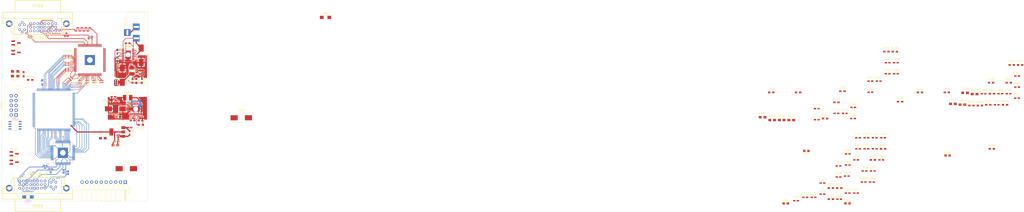
<source format=kicad_pcb>
(kicad_pcb (version 20160815) (host pcbnew "(2016-12-16 revision f631ae27b)-master")

  (general
    (links 511)
    (no_connects 307)
    (area 11.9625 6.632499 553.110993 118.867501)
    (thickness 1.6)
    (drawings 4)
    (tracks 2448)
    (zones 0)
    (modules 139)
    (nets 227)
  )

  (page A4)
  (layers
    (0 F.Cu signal)
    (1 In1.Cu signal)
    (2 In2.Cu signal)
    (31 B.Cu signal)
    (32 B.Adhes user)
    (33 F.Adhes user)
    (34 B.Paste user)
    (35 F.Paste user)
    (36 B.SilkS user)
    (37 F.SilkS user)
    (38 B.Mask user)
    (39 F.Mask user)
    (40 Dwgs.User user)
    (41 Cmts.User user)
    (42 Eco1.User user)
    (43 Eco2.User user)
    (44 Edge.Cuts user)
    (45 Margin user)
    (46 B.CrtYd user)
    (47 F.CrtYd user)
    (48 B.Fab user hide)
    (49 F.Fab user hide)
  )

  (setup
    (last_trace_width 0.2)
    (user_trace_width 0.16)
    (user_trace_width 0.2)
    (user_trace_width 0.4)
    (user_trace_width 0.6)
    (user_trace_width 1.5)
    (trace_clearance 0.16)
    (zone_clearance 0.3)
    (zone_45_only no)
    (trace_min 0.16)
    (segment_width 0.2)
    (edge_width 0.1)
    (via_size 0.5)
    (via_drill 0.3)
    (via_min_size 0.5)
    (via_min_drill 0.3)
    (user_via 0.5 0.3)
    (user_via 0.8 0.5)
    (user_via 2.8 2.5)
    (uvia_size 0.3)
    (uvia_drill 0.1)
    (uvias_allowed no)
    (uvia_min_size 0.2)
    (uvia_min_drill 0.1)
    (pcb_text_width 0.3)
    (pcb_text_size 1.5 1.5)
    (mod_edge_width 0.15)
    (mod_text_size 1 1)
    (mod_text_width 0.15)
    (pad_size 1.5 1.5)
    (pad_drill 0.6)
    (pad_to_mask_clearance 0.2)
    (solder_mask_min_width 0.16)
    (aux_axis_origin 0 0)
    (visible_elements FFFFFF7F)
    (pcbplotparams
      (layerselection 0x00030_ffffffff)
      (usegerberextensions false)
      (excludeedgelayer true)
      (linewidth 0.100000)
      (plotframeref false)
      (viasonmask false)
      (mode 1)
      (useauxorigin false)
      (hpglpennumber 1)
      (hpglpenspeed 20)
      (hpglpendiameter 15)
      (psnegative false)
      (psa4output false)
      (plotreference true)
      (plotvalue true)
      (plotinvisibletext false)
      (padsonsilk false)
      (subtractmaskfromsilk false)
      (outputformat 1)
      (mirror false)
      (drillshape 1)
      (scaleselection 1)
      (outputdirectory ""))
  )

  (net 0 "")
  (net 1 GND)
  (net 2 /power/VIN)
  (net 3 +2V5)
  (net 4 +3V3)
  (net 5 +1V2)
  (net 6 "Net-(C217-Pad2)")
  (net 7 "Net-(C218-Pad2)")
  (net 8 +V_IO)
  (net 9 /dvi_in/PVDD)
  (net 10 /dvi_in/DVDD)
  (net 11 /dvi_in/AVDD)
  (net 12 +5V)
  (net 13 /dvi_out/TVDD)
  (net 14 /dvi_out/DVDD)
  (net 15 /dvi_out/PVDD)
  (net 16 "Net-(D201-Pad1)")
  (net 17 "Net-(D301-Pad1)")
  (net 18 "Net-(D301-Pad2)")
  (net 19 "Net-(D302-Pad2)")
  (net 20 "Net-(D302-Pad1)")
  (net 21 "Net-(D303-Pad1)")
  (net 22 "Net-(D303-Pad2)")
  (net 23 "Net-(F501-Pad1)")
  (net 24 /GPIO7)
  (net 25 /GPIO6)
  (net 26 /GPIO5)
  (net 27 /GPIO4)
  (net 28 /GPIO3)
  (net 29 /GPIO2)
  (net 30 /GPIO1)
  (net 31 /GPIO0)
  (net 32 "Net-(P301-Pad9)")
  (net 33 "Net-(P301-Pad8)")
  (net 34 "Net-(P301-Pad7)")
  (net 35 "Net-(P301-Pad6)")
  (net 36 "Net-(P301-Pad5)")
  (net 37 "Net-(P301-Pad3)")
  (net 38 "Net-(P301-Pad1)")
  (net 39 /dvi_in/DDCDAT_)
  (net 40 /dvi_in/DDCDAT_IN)
  (net 41 /dvi_in/DDCCLK_IN)
  (net 42 /dvi_in/DDCCLK_)
  (net 43 /dvi_out/DDCDAT_)
  (net 44 /dvi_out/DDCDAT)
  (net 45 /dvi_out/DDCCLK)
  (net 46 /dvi_out/DDCCLK_)
  (net 47 "Net-(R301-Pad1)")
  (net 48 "Net-(R302-Pad1)")
  (net 49 "Net-(R303-Pad1)")
  (net 50 "Net-(R307-Pad2)")
  (net 51 /fpga/CLK50)
  (net 52 /dvi_out/TXCLK+)
  (net 53 "Net-(R308-Pad1)")
  (net 54 /dvi_in/HOTPLUG)
  (net 55 "Net-(R501-Pad1)")
  (net 56 /dvi_out/MSEN)
  (net 57 "Net-(R503-Pad2)")
  (net 58 /dvi_out/HOTPLUG)
  (net 59 "Net-(R504-Pad1)")
  (net 60 /dvi_out/VSYNC)
  (net 61 /dvi_out/HSYNC)
  (net 62 /dvi_out/DE)
  (net 63 /dvi_out/CTL3)
  (net 64 /dvi_out/CTL2)
  (net 65 /dvi_out/CTL1)
  (net 66 "Net-(RN401-Pad7)")
  (net 67 "Net-(RN401-Pad6)")
  (net 68 "Net-(RN401-Pad5)")
  (net 69 "Net-(RN401-Pad8)")
  (net 70 "Net-(RN401-Pad4)")
  (net 71 /dvi_in/HSYNC)
  (net 72 /dvi_in/VSYNC)
  (net 73 /dvi_in/DE)
  (net 74 "Net-(RN402-Pad7)")
  (net 75 "Net-(RN402-Pad6)")
  (net 76 "Net-(RN402-Pad5)")
  (net 77 "Net-(RN402-Pad8)")
  (net 78 /dvi_in/DATI3)
  (net 79 /dvi_in/DATI2)
  (net 80 /dvi_in/DATI1)
  (net 81 /dvi_in/DATI0)
  (net 82 "Net-(RN403-Pad7)")
  (net 83 "Net-(RN403-Pad6)")
  (net 84 "Net-(RN403-Pad5)")
  (net 85 "Net-(RN403-Pad8)")
  (net 86 /dvi_in/DATI11)
  (net 87 /dvi_in/DATI10)
  (net 88 /dvi_in/DATI9)
  (net 89 /dvi_in/DATI8)
  (net 90 "Net-(RN404-Pad7)")
  (net 91 "Net-(RN404-Pad6)")
  (net 92 "Net-(RN404-Pad5)")
  (net 93 "Net-(RN404-Pad8)")
  (net 94 /dvi_in/DATI19)
  (net 95 /dvi_in/DATI18)
  (net 96 /dvi_in/DATI17)
  (net 97 /dvi_in/DATI16)
  (net 98 /dvi_in/CTL1)
  (net 99 /dvi_in/CTL2)
  (net 100 /dvi_in/CTL3)
  (net 101 /fpga/CLKIN)
  (net 102 "Net-(RN405-Pad8)")
  (net 103 "Net-(RN405-Pad5)")
  (net 104 "Net-(RN405-Pad6)")
  (net 105 "Net-(RN405-Pad7)")
  (net 106 /dvi_in/DATI4)
  (net 107 /dvi_in/DATI5)
  (net 108 /dvi_in/DATI6)
  (net 109 /dvi_in/DATI7)
  (net 110 "Net-(RN406-Pad8)")
  (net 111 "Net-(RN406-Pad5)")
  (net 112 "Net-(RN406-Pad6)")
  (net 113 "Net-(RN406-Pad7)")
  (net 114 /dvi_in/DATI12)
  (net 115 /dvi_in/DATI13)
  (net 116 /dvi_in/DATI14)
  (net 117 /dvi_in/DATI15)
  (net 118 "Net-(RN407-Pad8)")
  (net 119 "Net-(RN407-Pad5)")
  (net 120 "Net-(RN407-Pad6)")
  (net 121 "Net-(RN407-Pad7)")
  (net 122 /dvi_in/DATI20)
  (net 123 /dvi_in/DATI21)
  (net 124 /dvi_in/DATI22)
  (net 125 /dvi_in/DATI23)
  (net 126 "Net-(RN408-Pad8)")
  (net 127 "Net-(RN408-Pad5)")
  (net 128 "Net-(RN408-Pad6)")
  (net 129 "Net-(RN408-Pad7)")
  (net 130 "Net-(U202-Pad3)")
  (net 131 "Net-(L201-Pad1)")
  (net 132 "Net-(L202-Pad1)")
  (net 133 "Net-(U203-Pad3)")
  (net 134 /fpga/DCLK)
  (net 135 /fpga/ASDI)
  (net 136 /fpga/DATA)
  (net 137 /fpga/nCS)
  (net 138 /dvi_out/DATO23)
  (net 139 /dvi_out/DATO22)
  (net 140 /dvi_out/DATO21)
  (net 141 /dvi_out/DATO20)
  (net 142 /dvi_out/DATO19)
  (net 143 /dvi_out/DATO18)
  (net 144 /dvi_out/DATO17)
  (net 145 /dvi_out/DATO16)
  (net 146 /dvi_out/DATO15)
  (net 147 /dvi_out/DATO14)
  (net 148 /dvi_out/DATO13)
  (net 149 /dvi_out/DATO12)
  (net 150 "Net-(U302-Pad127)")
  (net 151 /dvi_out/DATO11)
  (net 152 /dvi_out/DATO10)
  (net 153 /dvi_out/DATO9)
  (net 154 /dvi_out/DATO8)
  (net 155 /dvi_out/DATO7)
  (net 156 /dvi_out/DATO6)
  (net 157 /dvi_out/DATO5)
  (net 158 /dvi_out/DATO4)
  (net 159 /dvi_out/DATO3)
  (net 160 /dvi_out/DATO2)
  (net 161 /dvi_out/DATO1)
  (net 162 /dvi_out/DATO0)
  (net 163 "Net-(U302-Pad99)")
  (net 164 "Net-(U302-Pad84)")
  (net 165 "Net-(U302-Pad83)")
  (net 166 /dvi_in/LINK_ACT)
  (net 167 /dvi_in/PDOWN)
  (net 168 /dvi_out/EDGE)
  (net 169 /dvi_out/DKEN)
  (net 170 "Net-(U303-Pad1)")
  (net 171 "Net-(U401-Pad96)")
  (net 172 /dvi_in/RxC-)
  (net 173 /dvi_in/RxC+)
  (net 174 /dvi_in/Rx0-)
  (net 175 /dvi_in/Rx0+)
  (net 176 /dvi_in/Rx1-)
  (net 177 /dvi_in/Rx1+)
  (net 178 /dvi_in/Rx2-)
  (net 179 /dvi_in/Rx2+)
  (net 180 "Net-(U401-Pad77)")
  (net 181 "Net-(U401-Pad75)")
  (net 182 "Net-(U401-Pad74)")
  (net 183 "Net-(U401-Pad73)")
  (net 184 "Net-(U401-Pad72)")
  (net 185 "Net-(U401-Pad71)")
  (net 186 "Net-(U401-Pad70)")
  (net 187 "Net-(U401-Pad69)")
  (net 188 "Net-(U401-Pad66)")
  (net 189 "Net-(U401-Pad65)")
  (net 190 "Net-(U401-Pad64)")
  (net 191 "Net-(U401-Pad63)")
  (net 192 "Net-(U401-Pad62)")
  (net 193 "Net-(U401-Pad61)")
  (net 194 "Net-(U401-Pad60)")
  (net 195 "Net-(U401-Pad59)")
  (net 196 "Net-(U401-Pad56)")
  (net 197 "Net-(U401-Pad55)")
  (net 198 "Net-(U401-Pad54)")
  (net 199 "Net-(U401-Pad53)")
  (net 200 "Net-(U401-Pad52)")
  (net 201 "Net-(U401-Pad51)")
  (net 202 "Net-(U401-Pad50)")
  (net 203 "Net-(U401-Pad49)")
  (net 204 /dvi_out/TXC-)
  (net 205 /dvi_out/TXC+)
  (net 206 /dvi_out/TX0-)
  (net 207 /dvi_out/TX0+)
  (net 208 /dvi_out/TX1-)
  (net 209 /dvi_out/TX1+)
  (net 210 /dvi_out/TX2-)
  (net 211 /dvi_out/TX2+)
  (net 212 "Net-(U501-Pad49)")
  (net 213 "Net-(X401-Pad4)")
  (net 214 "Net-(X401-Pad5)")
  (net 215 "Net-(X401-Pad12)")
  (net 216 "Net-(X401-Pad13)")
  (net 217 "Net-(X401-Pad20)")
  (net 218 "Net-(X401-Pad21)")
  (net 219 "Net-(X401-Pad8)")
  (net 220 "Net-(X501-Pad8)")
  (net 221 "Net-(X501-Pad21)")
  (net 222 "Net-(X501-Pad20)")
  (net 223 "Net-(X501-Pad13)")
  (net 224 "Net-(X501-Pad12)")
  (net 225 "Net-(X501-Pad5)")
  (net 226 "Net-(X501-Pad4)")

  (net_class Default "This is the default net class."
    (clearance 0.16)
    (trace_width 0.25)
    (via_dia 0.5)
    (via_drill 0.3)
    (uvia_dia 0.3)
    (uvia_drill 0.1)
    (diff_pair_gap 0.2)
    (diff_pair_width 0.16)
    (add_net +1V2)
    (add_net +2V5)
    (add_net +3V3)
    (add_net +5V)
    (add_net +V_IO)
    (add_net /GPIO0)
    (add_net /GPIO1)
    (add_net /GPIO2)
    (add_net /GPIO3)
    (add_net /GPIO4)
    (add_net /GPIO5)
    (add_net /GPIO6)
    (add_net /GPIO7)
    (add_net /dvi_in/AVDD)
    (add_net /dvi_in/CTL1)
    (add_net /dvi_in/CTL2)
    (add_net /dvi_in/CTL3)
    (add_net /dvi_in/DATI0)
    (add_net /dvi_in/DATI1)
    (add_net /dvi_in/DATI10)
    (add_net /dvi_in/DATI11)
    (add_net /dvi_in/DATI12)
    (add_net /dvi_in/DATI13)
    (add_net /dvi_in/DATI14)
    (add_net /dvi_in/DATI15)
    (add_net /dvi_in/DATI16)
    (add_net /dvi_in/DATI17)
    (add_net /dvi_in/DATI18)
    (add_net /dvi_in/DATI19)
    (add_net /dvi_in/DATI2)
    (add_net /dvi_in/DATI20)
    (add_net /dvi_in/DATI21)
    (add_net /dvi_in/DATI22)
    (add_net /dvi_in/DATI23)
    (add_net /dvi_in/DATI3)
    (add_net /dvi_in/DATI4)
    (add_net /dvi_in/DATI5)
    (add_net /dvi_in/DATI6)
    (add_net /dvi_in/DATI7)
    (add_net /dvi_in/DATI8)
    (add_net /dvi_in/DATI9)
    (add_net /dvi_in/DDCCLK_)
    (add_net /dvi_in/DDCCLK_IN)
    (add_net /dvi_in/DDCDAT_)
    (add_net /dvi_in/DDCDAT_IN)
    (add_net /dvi_in/DE)
    (add_net /dvi_in/DVDD)
    (add_net /dvi_in/HOTPLUG)
    (add_net /dvi_in/HSYNC)
    (add_net /dvi_in/LINK_ACT)
    (add_net /dvi_in/PDOWN)
    (add_net /dvi_in/PVDD)
    (add_net /dvi_in/Rx0+)
    (add_net /dvi_in/Rx0-)
    (add_net /dvi_in/Rx1+)
    (add_net /dvi_in/Rx1-)
    (add_net /dvi_in/Rx2+)
    (add_net /dvi_in/Rx2-)
    (add_net /dvi_in/RxC+)
    (add_net /dvi_in/RxC-)
    (add_net /dvi_in/VSYNC)
    (add_net /dvi_out/CTL1)
    (add_net /dvi_out/CTL2)
    (add_net /dvi_out/CTL3)
    (add_net /dvi_out/DATO0)
    (add_net /dvi_out/DATO1)
    (add_net /dvi_out/DATO10)
    (add_net /dvi_out/DATO11)
    (add_net /dvi_out/DATO12)
    (add_net /dvi_out/DATO13)
    (add_net /dvi_out/DATO14)
    (add_net /dvi_out/DATO15)
    (add_net /dvi_out/DATO16)
    (add_net /dvi_out/DATO17)
    (add_net /dvi_out/DATO18)
    (add_net /dvi_out/DATO19)
    (add_net /dvi_out/DATO2)
    (add_net /dvi_out/DATO20)
    (add_net /dvi_out/DATO21)
    (add_net /dvi_out/DATO22)
    (add_net /dvi_out/DATO23)
    (add_net /dvi_out/DATO3)
    (add_net /dvi_out/DATO4)
    (add_net /dvi_out/DATO5)
    (add_net /dvi_out/DATO6)
    (add_net /dvi_out/DATO7)
    (add_net /dvi_out/DATO8)
    (add_net /dvi_out/DATO9)
    (add_net /dvi_out/DDCCLK)
    (add_net /dvi_out/DDCCLK_)
    (add_net /dvi_out/DDCDAT)
    (add_net /dvi_out/DDCDAT_)
    (add_net /dvi_out/DE)
    (add_net /dvi_out/DKEN)
    (add_net /dvi_out/DVDD)
    (add_net /dvi_out/EDGE)
    (add_net /dvi_out/HOTPLUG)
    (add_net /dvi_out/HSYNC)
    (add_net /dvi_out/MSEN)
    (add_net /dvi_out/PVDD)
    (add_net /dvi_out/TVDD)
    (add_net /dvi_out/TX0+)
    (add_net /dvi_out/TX0-)
    (add_net /dvi_out/TX1+)
    (add_net /dvi_out/TX1-)
    (add_net /dvi_out/TX2+)
    (add_net /dvi_out/TX2-)
    (add_net /dvi_out/TXC+)
    (add_net /dvi_out/TXC-)
    (add_net /dvi_out/TXCLK+)
    (add_net /dvi_out/VSYNC)
    (add_net /fpga/ASDI)
    (add_net /fpga/CLK50)
    (add_net /fpga/CLKIN)
    (add_net /fpga/DATA)
    (add_net /fpga/DCLK)
    (add_net /fpga/nCS)
    (add_net /power/VIN)
    (add_net GND)
    (add_net "Net-(C217-Pad2)")
    (add_net "Net-(C218-Pad2)")
    (add_net "Net-(D201-Pad1)")
    (add_net "Net-(D301-Pad1)")
    (add_net "Net-(D301-Pad2)")
    (add_net "Net-(D302-Pad1)")
    (add_net "Net-(D302-Pad2)")
    (add_net "Net-(D303-Pad1)")
    (add_net "Net-(D303-Pad2)")
    (add_net "Net-(F501-Pad1)")
    (add_net "Net-(L201-Pad1)")
    (add_net "Net-(L202-Pad1)")
    (add_net "Net-(P301-Pad1)")
    (add_net "Net-(P301-Pad3)")
    (add_net "Net-(P301-Pad5)")
    (add_net "Net-(P301-Pad6)")
    (add_net "Net-(P301-Pad7)")
    (add_net "Net-(P301-Pad8)")
    (add_net "Net-(P301-Pad9)")
    (add_net "Net-(R301-Pad1)")
    (add_net "Net-(R302-Pad1)")
    (add_net "Net-(R303-Pad1)")
    (add_net "Net-(R307-Pad2)")
    (add_net "Net-(R308-Pad1)")
    (add_net "Net-(R501-Pad1)")
    (add_net "Net-(R503-Pad2)")
    (add_net "Net-(R504-Pad1)")
    (add_net "Net-(RN401-Pad4)")
    (add_net "Net-(RN401-Pad5)")
    (add_net "Net-(RN401-Pad6)")
    (add_net "Net-(RN401-Pad7)")
    (add_net "Net-(RN401-Pad8)")
    (add_net "Net-(RN402-Pad5)")
    (add_net "Net-(RN402-Pad6)")
    (add_net "Net-(RN402-Pad7)")
    (add_net "Net-(RN402-Pad8)")
    (add_net "Net-(RN403-Pad5)")
    (add_net "Net-(RN403-Pad6)")
    (add_net "Net-(RN403-Pad7)")
    (add_net "Net-(RN403-Pad8)")
    (add_net "Net-(RN404-Pad5)")
    (add_net "Net-(RN404-Pad6)")
    (add_net "Net-(RN404-Pad7)")
    (add_net "Net-(RN404-Pad8)")
    (add_net "Net-(RN405-Pad5)")
    (add_net "Net-(RN405-Pad6)")
    (add_net "Net-(RN405-Pad7)")
    (add_net "Net-(RN405-Pad8)")
    (add_net "Net-(RN406-Pad5)")
    (add_net "Net-(RN406-Pad6)")
    (add_net "Net-(RN406-Pad7)")
    (add_net "Net-(RN406-Pad8)")
    (add_net "Net-(RN407-Pad5)")
    (add_net "Net-(RN407-Pad6)")
    (add_net "Net-(RN407-Pad7)")
    (add_net "Net-(RN407-Pad8)")
    (add_net "Net-(RN408-Pad5)")
    (add_net "Net-(RN408-Pad6)")
    (add_net "Net-(RN408-Pad7)")
    (add_net "Net-(RN408-Pad8)")
    (add_net "Net-(U202-Pad3)")
    (add_net "Net-(U203-Pad3)")
    (add_net "Net-(U302-Pad127)")
    (add_net "Net-(U302-Pad83)")
    (add_net "Net-(U302-Pad84)")
    (add_net "Net-(U302-Pad99)")
    (add_net "Net-(U303-Pad1)")
    (add_net "Net-(U401-Pad49)")
    (add_net "Net-(U401-Pad50)")
    (add_net "Net-(U401-Pad51)")
    (add_net "Net-(U401-Pad52)")
    (add_net "Net-(U401-Pad53)")
    (add_net "Net-(U401-Pad54)")
    (add_net "Net-(U401-Pad55)")
    (add_net "Net-(U401-Pad56)")
    (add_net "Net-(U401-Pad59)")
    (add_net "Net-(U401-Pad60)")
    (add_net "Net-(U401-Pad61)")
    (add_net "Net-(U401-Pad62)")
    (add_net "Net-(U401-Pad63)")
    (add_net "Net-(U401-Pad64)")
    (add_net "Net-(U401-Pad65)")
    (add_net "Net-(U401-Pad66)")
    (add_net "Net-(U401-Pad69)")
    (add_net "Net-(U401-Pad70)")
    (add_net "Net-(U401-Pad71)")
    (add_net "Net-(U401-Pad72)")
    (add_net "Net-(U401-Pad73)")
    (add_net "Net-(U401-Pad74)")
    (add_net "Net-(U401-Pad75)")
    (add_net "Net-(U401-Pad77)")
    (add_net "Net-(U401-Pad96)")
    (add_net "Net-(U501-Pad49)")
    (add_net "Net-(X401-Pad12)")
    (add_net "Net-(X401-Pad13)")
    (add_net "Net-(X401-Pad20)")
    (add_net "Net-(X401-Pad21)")
    (add_net "Net-(X401-Pad4)")
    (add_net "Net-(X401-Pad5)")
    (add_net "Net-(X401-Pad8)")
    (add_net "Net-(X501-Pad12)")
    (add_net "Net-(X501-Pad13)")
    (add_net "Net-(X501-Pad20)")
    (add_net "Net-(X501-Pad21)")
    (add_net "Net-(X501-Pad4)")
    (add_net "Net-(X501-Pad5)")
    (add_net "Net-(X501-Pad8)")
  )

  (module Inductors:Inductor_Taiyo-Yuden_NR-30xx_HandSoldering (layer F.Cu) (tedit 574C3AE3) (tstamp 587BC89E)
    (at 79.48 58.38 180)
    (descr "Inductor, Taiyo Yuden, NR series, Taiyo-Yuden_NR-30xx, 3.0mmx3.0mm")
    (tags "inductor taiyo-yuden nr smd")
    (path /5839A46D/587999C1)
    (attr smd)
    (fp_text reference L202 (at 0.05 2.69 180) (layer F.SilkS)
      (effects (font (size 1 1) (thickness 0.15)))
    )
    (fp_text value 490nH-1uH (at 0 3 180) (layer F.Fab)
      (effects (font (size 1 1) (thickness 0.15)))
    )
    (fp_line (start -1.5 0) (end -1.5 -0.95) (layer F.Fab) (width 0.15))
    (fp_line (start -1.5 -0.95) (end -0.95 -1.5) (layer F.Fab) (width 0.15))
    (fp_line (start -0.95 -1.5) (end 0 -1.5) (layer F.Fab) (width 0.15))
    (fp_line (start 1.5 0) (end 1.5 -0.95) (layer F.Fab) (width 0.15))
    (fp_line (start 1.5 -0.95) (end 0.95 -1.5) (layer F.Fab) (width 0.15))
    (fp_line (start 0.95 -1.5) (end 0 -1.5) (layer F.Fab) (width 0.15))
    (fp_line (start 1.5 0) (end 1.5 0.95) (layer F.Fab) (width 0.15))
    (fp_line (start 1.5 0.95) (end 0.95 1.5) (layer F.Fab) (width 0.15))
    (fp_line (start 0.95 1.5) (end 0 1.5) (layer F.Fab) (width 0.15))
    (fp_line (start -1.5 0) (end -1.5 0.95) (layer F.Fab) (width 0.15))
    (fp_line (start -1.5 0.95) (end -0.95 1.5) (layer F.Fab) (width 0.15))
    (fp_line (start -0.95 1.5) (end 0 1.5) (layer F.Fab) (width 0.15))
    (fp_line (start -2.5 -1.6) (end 2.5 -1.6) (layer F.SilkS) (width 0.15))
    (fp_line (start -2.5 1.6) (end 2.5 1.6) (layer F.SilkS) (width 0.15))
    (fp_line (start -2.75 -1.8) (end -2.75 1.8) (layer F.CrtYd) (width 0.05))
    (fp_line (start -2.75 1.8) (end 2.75 1.8) (layer F.CrtYd) (width 0.05))
    (fp_line (start 2.75 1.8) (end 2.75 -1.8) (layer F.CrtYd) (width 0.05))
    (fp_line (start 2.75 -1.8) (end -2.75 -1.8) (layer F.CrtYd) (width 0.05))
    (pad 1 smd rect (at -1.6 0 180) (size 1.8 2.9) (layers F.Cu F.Paste F.Mask)
      (net 132 "Net-(L202-Pad1)"))
    (pad 2 smd rect (at 1.6 0 180) (size 1.8 2.9) (layers F.Cu F.Paste F.Mask)
      (net 5 +1V2))
    (model Inductors.3dshapes/Inductor_Taiyo-Yuden_NR-30xx.wrl
      (at (xyz 0 0 0))
      (scale (xyz 1 1 1))
      (rotate (xyz 0 0 0))
    )
  )

  (module Capacitors_Tantalum_SMD:Tantalum_Case-D_EIA-7343-31_Hand (layer F.Cu) (tedit 57B6E980) (tstamp 58797C0F)
    (at 86.6 35.97 270)
    (descr "Tantalum capacitor, Case D, EIA 7343-31, 7.3x4.3x2.8mm, Hand soldering footprint")
    (tags "capacitor tantalum smd")
    (path /5839A46D/58797306)
    (attr smd)
    (fp_text reference C201 (at 0 -3.9 270) (layer F.SilkS)
      (effects (font (size 1 1) (thickness 0.15)))
    )
    (fp_text value 100u (at 0 3.9 270) (layer F.Fab)
      (effects (font (size 1 1) (thickness 0.15)))
    )
    (fp_line (start -5.95 -2.4) (end -5.95 2.4) (layer F.SilkS) (width 0.15))
    (fp_line (start -5.95 2.4) (end 3.65 2.4) (layer F.SilkS) (width 0.15))
    (fp_line (start -5.95 -2.4) (end 3.65 -2.4) (layer F.SilkS) (width 0.15))
    (fp_line (start -2.555 -2.15) (end -2.555 2.15) (layer F.Fab) (width 0.15))
    (fp_line (start -2.92 -2.15) (end -2.92 2.15) (layer F.Fab) (width 0.15))
    (fp_line (start 3.65 -2.15) (end -3.65 -2.15) (layer F.Fab) (width 0.15))
    (fp_line (start 3.65 2.15) (end 3.65 -2.15) (layer F.Fab) (width 0.15))
    (fp_line (start -3.65 2.15) (end 3.65 2.15) (layer F.Fab) (width 0.15))
    (fp_line (start -3.65 -2.15) (end -3.65 2.15) (layer F.Fab) (width 0.15))
    (fp_line (start 6.05 -2.5) (end -6.05 -2.5) (layer F.CrtYd) (width 0.05))
    (fp_line (start 6.05 2.5) (end 6.05 -2.5) (layer F.CrtYd) (width 0.05))
    (fp_line (start -6.05 2.5) (end 6.05 2.5) (layer F.CrtYd) (width 0.05))
    (fp_line (start -6.05 -2.5) (end -6.05 2.5) (layer F.CrtYd) (width 0.05))
    (pad 2 smd rect (at 3.775 0 270) (size 3.75 2.7) (layers F.Cu F.Paste F.Mask)
      (net 1 GND))
    (pad 1 smd rect (at -3.775 0 270) (size 3.75 2.7) (layers F.Cu F.Paste F.Mask)
      (net 2 /power/VIN))
    (model Capacitors_Tantalum_SMD.3dshapes/Tantalum_Case-D_EIA-7343-31.wrl
      (at (xyz 0 0 0))
      (scale (xyz 1 1 1))
      (rotate (xyz 0 0 0))
    )
  )

  (module Capacitors_SMD:C_0603_HandSoldering (layer F.Cu) (tedit 541A9B4D) (tstamp 58797C1F)
    (at 74.02 34.11 270)
    (descr "Capacitor SMD 0603, hand soldering")
    (tags "capacitor 0603")
    (path /5839A46D/5879A330)
    (attr smd)
    (fp_text reference C202 (at 0 -1.9 270) (layer F.SilkS)
      (effects (font (size 1 1) (thickness 0.15)))
    )
    (fp_text value 100n (at 0 1.9 270) (layer F.Fab)
      (effects (font (size 1 1) (thickness 0.15)))
    )
    (fp_line (start -0.8 0.4) (end -0.8 -0.4) (layer F.Fab) (width 0.15))
    (fp_line (start 0.8 0.4) (end -0.8 0.4) (layer F.Fab) (width 0.15))
    (fp_line (start 0.8 -0.4) (end 0.8 0.4) (layer F.Fab) (width 0.15))
    (fp_line (start -0.8 -0.4) (end 0.8 -0.4) (layer F.Fab) (width 0.15))
    (fp_line (start -1.85 -0.75) (end 1.85 -0.75) (layer F.CrtYd) (width 0.05))
    (fp_line (start -1.85 0.75) (end 1.85 0.75) (layer F.CrtYd) (width 0.05))
    (fp_line (start -1.85 -0.75) (end -1.85 0.75) (layer F.CrtYd) (width 0.05))
    (fp_line (start 1.85 -0.75) (end 1.85 0.75) (layer F.CrtYd) (width 0.05))
    (fp_line (start -0.35 -0.6) (end 0.35 -0.6) (layer F.SilkS) (width 0.15))
    (fp_line (start 0.35 0.6) (end -0.35 0.6) (layer F.SilkS) (width 0.15))
    (pad 1 smd rect (at -0.95 0 270) (size 1.2 0.75) (layers F.Cu F.Paste F.Mask)
      (net 2 /power/VIN))
    (pad 2 smd rect (at 0.95 0 270) (size 1.2 0.75) (layers F.Cu F.Paste F.Mask)
      (net 1 GND))
    (model Capacitors_SMD.3dshapes/C_0603_HandSoldering.wrl
      (at (xyz 0 0 0))
      (scale (xyz 1 1 1))
      (rotate (xyz 0 0 0))
    )
  )

  (module Capacitors_SMD:C_0603_HandSoldering (layer B.Cu) (tedit 541A9B4D) (tstamp 58797C2F)
    (at 81.67 61.6 270)
    (descr "Capacitor SMD 0603, hand soldering")
    (tags "capacitor 0603")
    (path /5839A46D/58797543)
    (attr smd)
    (fp_text reference C203 (at 0 1.9 270) (layer B.SilkS)
      (effects (font (size 1 1) (thickness 0.15)) (justify mirror))
    )
    (fp_text value 100n (at 0 -1.9 270) (layer B.Fab)
      (effects (font (size 1 1) (thickness 0.15)) (justify mirror))
    )
    (fp_line (start 0.35 -0.6) (end -0.35 -0.6) (layer B.SilkS) (width 0.15))
    (fp_line (start -0.35 0.6) (end 0.35 0.6) (layer B.SilkS) (width 0.15))
    (fp_line (start 1.85 0.75) (end 1.85 -0.75) (layer B.CrtYd) (width 0.05))
    (fp_line (start -1.85 0.75) (end -1.85 -0.75) (layer B.CrtYd) (width 0.05))
    (fp_line (start -1.85 -0.75) (end 1.85 -0.75) (layer B.CrtYd) (width 0.05))
    (fp_line (start -1.85 0.75) (end 1.85 0.75) (layer B.CrtYd) (width 0.05))
    (fp_line (start -0.8 0.4) (end 0.8 0.4) (layer B.Fab) (width 0.15))
    (fp_line (start 0.8 0.4) (end 0.8 -0.4) (layer B.Fab) (width 0.15))
    (fp_line (start 0.8 -0.4) (end -0.8 -0.4) (layer B.Fab) (width 0.15))
    (fp_line (start -0.8 -0.4) (end -0.8 0.4) (layer B.Fab) (width 0.15))
    (pad 2 smd rect (at 0.95 0 270) (size 1.2 0.75) (layers B.Cu B.Paste B.Mask)
      (net 1 GND))
    (pad 1 smd rect (at -0.95 0 270) (size 1.2 0.75) (layers B.Cu B.Paste B.Mask)
      (net 2 /power/VIN))
    (model Capacitors_SMD.3dshapes/C_0603_HandSoldering.wrl
      (at (xyz 0 0 0))
      (scale (xyz 1 1 1))
      (rotate (xyz 0 0 0))
    )
  )

  (module Capacitors_SMD:C_0805_HandSoldering (layer B.Cu) (tedit 541A9B8D) (tstamp 58797C3F)
    (at 86.19 61.44 270)
    (descr "Capacitor SMD 0805, hand soldering")
    (tags "capacitor 0805")
    (path /5839A46D/58797422)
    (attr smd)
    (fp_text reference C204 (at 0 2.1 270) (layer B.SilkS)
      (effects (font (size 1 1) (thickness 0.15)) (justify mirror))
    )
    (fp_text value 10u (at 0 -2.1 270) (layer B.Fab)
      (effects (font (size 1 1) (thickness 0.15)) (justify mirror))
    )
    (fp_line (start -1 -0.625) (end -1 0.625) (layer B.Fab) (width 0.15))
    (fp_line (start 1 -0.625) (end -1 -0.625) (layer B.Fab) (width 0.15))
    (fp_line (start 1 0.625) (end 1 -0.625) (layer B.Fab) (width 0.15))
    (fp_line (start -1 0.625) (end 1 0.625) (layer B.Fab) (width 0.15))
    (fp_line (start -2.3 1) (end 2.3 1) (layer B.CrtYd) (width 0.05))
    (fp_line (start -2.3 -1) (end 2.3 -1) (layer B.CrtYd) (width 0.05))
    (fp_line (start -2.3 1) (end -2.3 -1) (layer B.CrtYd) (width 0.05))
    (fp_line (start 2.3 1) (end 2.3 -1) (layer B.CrtYd) (width 0.05))
    (fp_line (start 0.5 0.85) (end -0.5 0.85) (layer B.SilkS) (width 0.15))
    (fp_line (start -0.5 -0.85) (end 0.5 -0.85) (layer B.SilkS) (width 0.15))
    (pad 1 smd rect (at -1.25 0 270) (size 1.5 1.25) (layers B.Cu B.Paste B.Mask)
      (net 2 /power/VIN))
    (pad 2 smd rect (at 1.25 0 270) (size 1.5 1.25) (layers B.Cu B.Paste B.Mask)
      (net 1 GND))
    (model Capacitors_SMD.3dshapes/C_0805_HandSoldering.wrl
      (at (xyz 0 0 0))
      (scale (xyz 1 1 1))
      (rotate (xyz 0 0 0))
    )
  )

  (module Capacitors_SMD:C_0603_HandSoldering (layer F.Cu) (tedit 541A9B4D) (tstamp 58797C4F)
    (at 79.44 29.61 180)
    (descr "Capacitor SMD 0603, hand soldering")
    (tags "capacitor 0603")
    (path /5839A46D/5879A32A)
    (attr smd)
    (fp_text reference C205 (at 0 -1.9 180) (layer F.SilkS)
      (effects (font (size 1 1) (thickness 0.15)))
    )
    (fp_text value 100n (at 0 1.9 180) (layer F.Fab)
      (effects (font (size 1 1) (thickness 0.15)))
    )
    (fp_line (start 0.35 0.6) (end -0.35 0.6) (layer F.SilkS) (width 0.15))
    (fp_line (start -0.35 -0.6) (end 0.35 -0.6) (layer F.SilkS) (width 0.15))
    (fp_line (start 1.85 -0.75) (end 1.85 0.75) (layer F.CrtYd) (width 0.05))
    (fp_line (start -1.85 -0.75) (end -1.85 0.75) (layer F.CrtYd) (width 0.05))
    (fp_line (start -1.85 0.75) (end 1.85 0.75) (layer F.CrtYd) (width 0.05))
    (fp_line (start -1.85 -0.75) (end 1.85 -0.75) (layer F.CrtYd) (width 0.05))
    (fp_line (start -0.8 -0.4) (end 0.8 -0.4) (layer F.Fab) (width 0.15))
    (fp_line (start 0.8 -0.4) (end 0.8 0.4) (layer F.Fab) (width 0.15))
    (fp_line (start 0.8 0.4) (end -0.8 0.4) (layer F.Fab) (width 0.15))
    (fp_line (start -0.8 0.4) (end -0.8 -0.4) (layer F.Fab) (width 0.15))
    (pad 2 smd rect (at 0.95 0 180) (size 1.2 0.75) (layers F.Cu F.Paste F.Mask)
      (net 1 GND))
    (pad 1 smd rect (at -0.95 0 180) (size 1.2 0.75) (layers F.Cu F.Paste F.Mask)
      (net 2 /power/VIN))
    (model Capacitors_SMD.3dshapes/C_0603_HandSoldering.wrl
      (at (xyz 0 0 0))
      (scale (xyz 1 1 1))
      (rotate (xyz 0 0 0))
    )
  )

  (module Capacitors_SMD:C_0603_HandSoldering (layer F.Cu) (tedit 541A9B4D) (tstamp 58797C5F)
    (at 74.02 38.11 270)
    (descr "Capacitor SMD 0603, hand soldering")
    (tags "capacitor 0603")
    (path /5839A46D/5879A336)
    (attr smd)
    (fp_text reference C206 (at 4.04 -0.04 270) (layer F.SilkS)
      (effects (font (size 1 1) (thickness 0.15)))
    )
    (fp_text value 100n (at 0 1.9 270) (layer F.Fab)
      (effects (font (size 1 1) (thickness 0.15)))
    )
    (fp_line (start 0.35 0.6) (end -0.35 0.6) (layer F.SilkS) (width 0.15))
    (fp_line (start -0.35 -0.6) (end 0.35 -0.6) (layer F.SilkS) (width 0.15))
    (fp_line (start 1.85 -0.75) (end 1.85 0.75) (layer F.CrtYd) (width 0.05))
    (fp_line (start -1.85 -0.75) (end -1.85 0.75) (layer F.CrtYd) (width 0.05))
    (fp_line (start -1.85 0.75) (end 1.85 0.75) (layer F.CrtYd) (width 0.05))
    (fp_line (start -1.85 -0.75) (end 1.85 -0.75) (layer F.CrtYd) (width 0.05))
    (fp_line (start -0.8 -0.4) (end 0.8 -0.4) (layer F.Fab) (width 0.15))
    (fp_line (start 0.8 -0.4) (end 0.8 0.4) (layer F.Fab) (width 0.15))
    (fp_line (start 0.8 0.4) (end -0.8 0.4) (layer F.Fab) (width 0.15))
    (fp_line (start -0.8 0.4) (end -0.8 -0.4) (layer F.Fab) (width 0.15))
    (pad 2 smd rect (at 0.95 0 270) (size 1.2 0.75) (layers F.Cu F.Paste F.Mask)
      (net 1 GND))
    (pad 1 smd rect (at -0.95 0 270) (size 1.2 0.75) (layers F.Cu F.Paste F.Mask)
      (net 2 /power/VIN))
    (model Capacitors_SMD.3dshapes/C_0603_HandSoldering.wrl
      (at (xyz 0 0 0))
      (scale (xyz 1 1 1))
      (rotate (xyz 0 0 0))
    )
  )

  (module Capacitors_SMD:C_0603_HandSoldering (layer F.Cu) (tedit 541A9B4D) (tstamp 58797C6F)
    (at 82.05 70.5)
    (descr "Capacitor SMD 0603, hand soldering")
    (tags "capacitor 0603")
    (path /5839A46D/587974D6)
    (attr smd)
    (fp_text reference C207 (at 0 -1.9) (layer F.SilkS)
      (effects (font (size 1 1) (thickness 0.15)))
    )
    (fp_text value 100n (at 0 1.9) (layer F.Fab)
      (effects (font (size 1 1) (thickness 0.15)))
    )
    (fp_line (start -0.8 0.4) (end -0.8 -0.4) (layer F.Fab) (width 0.15))
    (fp_line (start 0.8 0.4) (end -0.8 0.4) (layer F.Fab) (width 0.15))
    (fp_line (start 0.8 -0.4) (end 0.8 0.4) (layer F.Fab) (width 0.15))
    (fp_line (start -0.8 -0.4) (end 0.8 -0.4) (layer F.Fab) (width 0.15))
    (fp_line (start -1.85 -0.75) (end 1.85 -0.75) (layer F.CrtYd) (width 0.05))
    (fp_line (start -1.85 0.75) (end 1.85 0.75) (layer F.CrtYd) (width 0.05))
    (fp_line (start -1.85 -0.75) (end -1.85 0.75) (layer F.CrtYd) (width 0.05))
    (fp_line (start 1.85 -0.75) (end 1.85 0.75) (layer F.CrtYd) (width 0.05))
    (fp_line (start -0.35 -0.6) (end 0.35 -0.6) (layer F.SilkS) (width 0.15))
    (fp_line (start 0.35 0.6) (end -0.35 0.6) (layer F.SilkS) (width 0.15))
    (pad 1 smd rect (at -0.95 0) (size 1.2 0.75) (layers F.Cu F.Paste F.Mask)
      (net 2 /power/VIN))
    (pad 2 smd rect (at 0.95 0) (size 1.2 0.75) (layers F.Cu F.Paste F.Mask)
      (net 1 GND))
    (model Capacitors_SMD.3dshapes/C_0603_HandSoldering.wrl
      (at (xyz 0 0 0))
      (scale (xyz 1 1 1))
      (rotate (xyz 0 0 0))
    )
  )

  (module Capacitors_SMD:C_0603_HandSoldering (layer F.Cu) (tedit 541A9B4D) (tstamp 58797C7F)
    (at 86.25 70.5)
    (descr "Capacitor SMD 0603, hand soldering")
    (tags "capacitor 0603")
    (path /5839A46D/58797595)
    (attr smd)
    (fp_text reference C208 (at 0 -1.9) (layer F.SilkS)
      (effects (font (size 1 1) (thickness 0.15)))
    )
    (fp_text value 100n (at 0 1.9) (layer F.Fab)
      (effects (font (size 1 1) (thickness 0.15)))
    )
    (fp_line (start -0.8 0.4) (end -0.8 -0.4) (layer F.Fab) (width 0.15))
    (fp_line (start 0.8 0.4) (end -0.8 0.4) (layer F.Fab) (width 0.15))
    (fp_line (start 0.8 -0.4) (end 0.8 0.4) (layer F.Fab) (width 0.15))
    (fp_line (start -0.8 -0.4) (end 0.8 -0.4) (layer F.Fab) (width 0.15))
    (fp_line (start -1.85 -0.75) (end 1.85 -0.75) (layer F.CrtYd) (width 0.05))
    (fp_line (start -1.85 0.75) (end 1.85 0.75) (layer F.CrtYd) (width 0.05))
    (fp_line (start -1.85 -0.75) (end -1.85 0.75) (layer F.CrtYd) (width 0.05))
    (fp_line (start 1.85 -0.75) (end 1.85 0.75) (layer F.CrtYd) (width 0.05))
    (fp_line (start -0.35 -0.6) (end 0.35 -0.6) (layer F.SilkS) (width 0.15))
    (fp_line (start 0.35 0.6) (end -0.35 0.6) (layer F.SilkS) (width 0.15))
    (pad 1 smd rect (at -0.95 0) (size 1.2 0.75) (layers F.Cu F.Paste F.Mask)
      (net 2 /power/VIN))
    (pad 2 smd rect (at 0.95 0) (size 1.2 0.75) (layers F.Cu F.Paste F.Mask)
      (net 1 GND))
    (model Capacitors_SMD.3dshapes/C_0603_HandSoldering.wrl
      (at (xyz 0 0 0))
      (scale (xyz 1 1 1))
      (rotate (xyz 0 0 0))
    )
  )

  (module Capacitors_SMD:C_0603_HandSoldering (layer F.Cu) (tedit 541A9B4D) (tstamp 58797C8F)
    (at 80.5 77 270)
    (descr "Capacitor SMD 0603, hand soldering")
    (tags "capacitor 0603")
    (path /5839A46D/5879D21C)
    (attr smd)
    (fp_text reference C209 (at 0 -1.9 270) (layer F.SilkS)
      (effects (font (size 1 1) (thickness 0.15)))
    )
    (fp_text value 100n (at 0 1.9 270) (layer F.Fab)
      (effects (font (size 1 1) (thickness 0.15)))
    )
    (fp_line (start -0.8 0.4) (end -0.8 -0.4) (layer F.Fab) (width 0.15))
    (fp_line (start 0.8 0.4) (end -0.8 0.4) (layer F.Fab) (width 0.15))
    (fp_line (start 0.8 -0.4) (end 0.8 0.4) (layer F.Fab) (width 0.15))
    (fp_line (start -0.8 -0.4) (end 0.8 -0.4) (layer F.Fab) (width 0.15))
    (fp_line (start -1.85 -0.75) (end 1.85 -0.75) (layer F.CrtYd) (width 0.05))
    (fp_line (start -1.85 0.75) (end 1.85 0.75) (layer F.CrtYd) (width 0.05))
    (fp_line (start -1.85 -0.75) (end -1.85 0.75) (layer F.CrtYd) (width 0.05))
    (fp_line (start 1.85 -0.75) (end 1.85 0.75) (layer F.CrtYd) (width 0.05))
    (fp_line (start -0.35 -0.6) (end 0.35 -0.6) (layer F.SilkS) (width 0.15))
    (fp_line (start 0.35 0.6) (end -0.35 0.6) (layer F.SilkS) (width 0.15))
    (pad 1 smd rect (at -0.95 0 270) (size 1.2 0.75) (layers F.Cu F.Paste F.Mask)
      (net 2 /power/VIN))
    (pad 2 smd rect (at 0.95 0 270) (size 1.2 0.75) (layers F.Cu F.Paste F.Mask)
      (net 1 GND))
    (model Capacitors_SMD.3dshapes/C_0603_HandSoldering.wrl
      (at (xyz 0 0 0))
      (scale (xyz 1 1 1))
      (rotate (xyz 0 0 0))
    )
  )

  (module Capacitors_SMD:C_0603_HandSoldering (layer F.Cu) (tedit 541A9B4D) (tstamp 58797C9F)
    (at 73.5 81.5)
    (descr "Capacitor SMD 0603, hand soldering")
    (tags "capacitor 0603")
    (path /5839A46D/5879D91A)
    (attr smd)
    (fp_text reference C210 (at 0 2) (layer F.SilkS)
      (effects (font (size 1 1) (thickness 0.15)))
    )
    (fp_text value 100n (at 0 1.9) (layer F.Fab)
      (effects (font (size 1 1) (thickness 0.15)))
    )
    (fp_line (start 0.35 0.6) (end -0.35 0.6) (layer F.SilkS) (width 0.15))
    (fp_line (start -0.35 -0.6) (end 0.35 -0.6) (layer F.SilkS) (width 0.15))
    (fp_line (start 1.85 -0.75) (end 1.85 0.75) (layer F.CrtYd) (width 0.05))
    (fp_line (start -1.85 -0.75) (end -1.85 0.75) (layer F.CrtYd) (width 0.05))
    (fp_line (start -1.85 0.75) (end 1.85 0.75) (layer F.CrtYd) (width 0.05))
    (fp_line (start -1.85 -0.75) (end 1.85 -0.75) (layer F.CrtYd) (width 0.05))
    (fp_line (start -0.8 -0.4) (end 0.8 -0.4) (layer F.Fab) (width 0.15))
    (fp_line (start 0.8 -0.4) (end 0.8 0.4) (layer F.Fab) (width 0.15))
    (fp_line (start 0.8 0.4) (end -0.8 0.4) (layer F.Fab) (width 0.15))
    (fp_line (start -0.8 0.4) (end -0.8 -0.4) (layer F.Fab) (width 0.15))
    (pad 2 smd rect (at 0.95 0) (size 1.2 0.75) (layers F.Cu F.Paste F.Mask)
      (net 1 GND))
    (pad 1 smd rect (at -0.95 0) (size 1.2 0.75) (layers F.Cu F.Paste F.Mask)
      (net 3 +2V5))
    (model Capacitors_SMD.3dshapes/C_0603_HandSoldering.wrl
      (at (xyz 0 0 0))
      (scale (xyz 1 1 1))
      (rotate (xyz 0 0 0))
    )
  )

  (module Capacitors_SMD:C_0805_HandSoldering (layer F.Cu) (tedit 541A9B8D) (tstamp 58797CAF)
    (at 73 83.5)
    (descr "Capacitor SMD 0805, hand soldering")
    (tags "capacitor 0805")
    (path /5839A46D/5879DDAA)
    (attr smd)
    (fp_text reference C211 (at 0 -2.1) (layer F.SilkS)
      (effects (font (size 1 1) (thickness 0.15)))
    )
    (fp_text value 22u (at 0 2.1) (layer F.Fab)
      (effects (font (size 1 1) (thickness 0.15)))
    )
    (fp_line (start -0.5 0.85) (end 0.5 0.85) (layer F.SilkS) (width 0.15))
    (fp_line (start 0.5 -0.85) (end -0.5 -0.85) (layer F.SilkS) (width 0.15))
    (fp_line (start 2.3 -1) (end 2.3 1) (layer F.CrtYd) (width 0.05))
    (fp_line (start -2.3 -1) (end -2.3 1) (layer F.CrtYd) (width 0.05))
    (fp_line (start -2.3 1) (end 2.3 1) (layer F.CrtYd) (width 0.05))
    (fp_line (start -2.3 -1) (end 2.3 -1) (layer F.CrtYd) (width 0.05))
    (fp_line (start -1 -0.625) (end 1 -0.625) (layer F.Fab) (width 0.15))
    (fp_line (start 1 -0.625) (end 1 0.625) (layer F.Fab) (width 0.15))
    (fp_line (start 1 0.625) (end -1 0.625) (layer F.Fab) (width 0.15))
    (fp_line (start -1 0.625) (end -1 -0.625) (layer F.Fab) (width 0.15))
    (pad 2 smd rect (at 1.25 0) (size 1.5 1.25) (layers F.Cu F.Paste F.Mask)
      (net 1 GND))
    (pad 1 smd rect (at -1.25 0) (size 1.5 1.25) (layers F.Cu F.Paste F.Mask)
      (net 3 +2V5))
    (model Capacitors_SMD.3dshapes/C_0805_HandSoldering.wrl
      (at (xyz 0 0 0))
      (scale (xyz 1 1 1))
      (rotate (xyz 0 0 0))
    )
  )

  (module Capacitors_SMD:C_0603_HandSoldering (layer F.Cu) (tedit 541A9B4D) (tstamp 58797CBF)
    (at 86 45 270)
    (descr "Capacitor SMD 0603, hand soldering")
    (tags "capacitor 0603")
    (path /5839A46D/58797F37)
    (attr smd)
    (fp_text reference C212 (at 0 -1.9 270) (layer F.SilkS)
      (effects (font (size 1 1) (thickness 0.15)))
    )
    (fp_text value 100n (at 0 1.9 270) (layer F.Fab)
      (effects (font (size 1 1) (thickness 0.15)))
    )
    (fp_line (start 0.35 0.6) (end -0.35 0.6) (layer F.SilkS) (width 0.15))
    (fp_line (start -0.35 -0.6) (end 0.35 -0.6) (layer F.SilkS) (width 0.15))
    (fp_line (start 1.85 -0.75) (end 1.85 0.75) (layer F.CrtYd) (width 0.05))
    (fp_line (start -1.85 -0.75) (end -1.85 0.75) (layer F.CrtYd) (width 0.05))
    (fp_line (start -1.85 0.75) (end 1.85 0.75) (layer F.CrtYd) (width 0.05))
    (fp_line (start -1.85 -0.75) (end 1.85 -0.75) (layer F.CrtYd) (width 0.05))
    (fp_line (start -0.8 -0.4) (end 0.8 -0.4) (layer F.Fab) (width 0.15))
    (fp_line (start 0.8 -0.4) (end 0.8 0.4) (layer F.Fab) (width 0.15))
    (fp_line (start 0.8 0.4) (end -0.8 0.4) (layer F.Fab) (width 0.15))
    (fp_line (start -0.8 0.4) (end -0.8 -0.4) (layer F.Fab) (width 0.15))
    (pad 2 smd rect (at 0.95 0 270) (size 1.2 0.75) (layers F.Cu F.Paste F.Mask)
      (net 4 +3V3))
    (pad 1 smd rect (at -0.95 0 270) (size 1.2 0.75) (layers F.Cu F.Paste F.Mask)
      (net 1 GND))
    (model Capacitors_SMD.3dshapes/C_0603_HandSoldering.wrl
      (at (xyz 0 0 0))
      (scale (xyz 1 1 1))
      (rotate (xyz 0 0 0))
    )
  )

  (module Capacitors_SMD:C_0603_HandSoldering (layer F.Cu) (tedit 541A9B4D) (tstamp 58797CEF)
    (at 74.5 68.5 180)
    (descr "Capacitor SMD 0603, hand soldering")
    (tags "capacitor 0603")
    (path /5839A46D/5879A43B)
    (attr smd)
    (fp_text reference C215 (at 0 -1.9 180) (layer F.SilkS)
      (effects (font (size 1 1) (thickness 0.15)))
    )
    (fp_text value 100n (at 0 1.9 180) (layer F.Fab)
      (effects (font (size 1 1) (thickness 0.15)))
    )
    (fp_line (start -0.8 0.4) (end -0.8 -0.4) (layer F.Fab) (width 0.15))
    (fp_line (start 0.8 0.4) (end -0.8 0.4) (layer F.Fab) (width 0.15))
    (fp_line (start 0.8 -0.4) (end 0.8 0.4) (layer F.Fab) (width 0.15))
    (fp_line (start -0.8 -0.4) (end 0.8 -0.4) (layer F.Fab) (width 0.15))
    (fp_line (start -1.85 -0.75) (end 1.85 -0.75) (layer F.CrtYd) (width 0.05))
    (fp_line (start -1.85 0.75) (end 1.85 0.75) (layer F.CrtYd) (width 0.05))
    (fp_line (start -1.85 -0.75) (end -1.85 0.75) (layer F.CrtYd) (width 0.05))
    (fp_line (start 1.85 -0.75) (end 1.85 0.75) (layer F.CrtYd) (width 0.05))
    (fp_line (start -0.35 -0.6) (end 0.35 -0.6) (layer F.SilkS) (width 0.15))
    (fp_line (start 0.35 0.6) (end -0.35 0.6) (layer F.SilkS) (width 0.15))
    (pad 1 smd rect (at -0.95 0 180) (size 1.2 0.75) (layers F.Cu F.Paste F.Mask)
      (net 1 GND))
    (pad 2 smd rect (at 0.95 0 180) (size 1.2 0.75) (layers F.Cu F.Paste F.Mask)
      (net 5 +1V2))
    (model Capacitors_SMD.3dshapes/C_0603_HandSoldering.wrl
      (at (xyz 0 0 0))
      (scale (xyz 1 1 1))
      (rotate (xyz 0 0 0))
    )
  )

  (module Capacitors_Tantalum_SMD:Tantalum_Case-D_EIA-7343-31_Hand (layer F.Cu) (tedit 57B6E980) (tstamp 58797D02)
    (at 78.76 95.89)
    (descr "Tantalum capacitor, Case D, EIA 7343-31, 7.3x4.3x2.8mm, Hand soldering footprint")
    (tags "capacitor tantalum smd")
    (path /5839A46D/58797EAB)
    (attr smd)
    (fp_text reference C216 (at 0 -3.9) (layer F.SilkS)
      (effects (font (size 1 1) (thickness 0.15)))
    )
    (fp_text value 100u (at 0 3.9) (layer F.Fab)
      (effects (font (size 1 1) (thickness 0.15)))
    )
    (fp_line (start -6.05 -2.5) (end -6.05 2.5) (layer F.CrtYd) (width 0.05))
    (fp_line (start -6.05 2.5) (end 6.05 2.5) (layer F.CrtYd) (width 0.05))
    (fp_line (start 6.05 2.5) (end 6.05 -2.5) (layer F.CrtYd) (width 0.05))
    (fp_line (start 6.05 -2.5) (end -6.05 -2.5) (layer F.CrtYd) (width 0.05))
    (fp_line (start -3.65 -2.15) (end -3.65 2.15) (layer F.Fab) (width 0.15))
    (fp_line (start -3.65 2.15) (end 3.65 2.15) (layer F.Fab) (width 0.15))
    (fp_line (start 3.65 2.15) (end 3.65 -2.15) (layer F.Fab) (width 0.15))
    (fp_line (start 3.65 -2.15) (end -3.65 -2.15) (layer F.Fab) (width 0.15))
    (fp_line (start -2.92 -2.15) (end -2.92 2.15) (layer F.Fab) (width 0.15))
    (fp_line (start -2.555 -2.15) (end -2.555 2.15) (layer F.Fab) (width 0.15))
    (fp_line (start -5.95 -2.4) (end 3.65 -2.4) (layer F.SilkS) (width 0.15))
    (fp_line (start -5.95 2.4) (end 3.65 2.4) (layer F.SilkS) (width 0.15))
    (fp_line (start -5.95 -2.4) (end -5.95 2.4) (layer F.SilkS) (width 0.15))
    (pad 1 smd rect (at -3.775 0) (size 3.75 2.7) (layers F.Cu F.Paste F.Mask)
      (net 4 +3V3))
    (pad 2 smd rect (at 3.775 0) (size 3.75 2.7) (layers F.Cu F.Paste F.Mask)
      (net 1 GND))
    (model Capacitors_Tantalum_SMD.3dshapes/Tantalum_Case-D_EIA-7343-31.wrl
      (at (xyz 0 0 0))
      (scale (xyz 1 1 1))
      (rotate (xyz 0 0 0))
    )
  )

  (module Capacitors_SMD:C_0603_HandSoldering (layer F.Cu) (tedit 541A9B4D) (tstamp 58797D12)
    (at 71.97 57.93)
    (descr "Capacitor SMD 0603, hand soldering")
    (tags "capacitor 0603")
    (path /5839A46D/5879B493)
    (attr smd)
    (fp_text reference C217 (at 0 -1.9) (layer F.SilkS)
      (effects (font (size 1 1) (thickness 0.15)))
    )
    (fp_text value 22p (at 0 1.9) (layer F.Fab)
      (effects (font (size 1 1) (thickness 0.15)))
    )
    (fp_line (start 0.35 0.6) (end -0.35 0.6) (layer F.SilkS) (width 0.15))
    (fp_line (start -0.35 -0.6) (end 0.35 -0.6) (layer F.SilkS) (width 0.15))
    (fp_line (start 1.85 -0.75) (end 1.85 0.75) (layer F.CrtYd) (width 0.05))
    (fp_line (start -1.85 -0.75) (end -1.85 0.75) (layer F.CrtYd) (width 0.05))
    (fp_line (start -1.85 0.75) (end 1.85 0.75) (layer F.CrtYd) (width 0.05))
    (fp_line (start -1.85 -0.75) (end 1.85 -0.75) (layer F.CrtYd) (width 0.05))
    (fp_line (start -0.8 -0.4) (end 0.8 -0.4) (layer F.Fab) (width 0.15))
    (fp_line (start 0.8 -0.4) (end 0.8 0.4) (layer F.Fab) (width 0.15))
    (fp_line (start 0.8 0.4) (end -0.8 0.4) (layer F.Fab) (width 0.15))
    (fp_line (start -0.8 0.4) (end -0.8 -0.4) (layer F.Fab) (width 0.15))
    (pad 2 smd rect (at 0.95 0) (size 1.2 0.75) (layers F.Cu F.Paste F.Mask)
      (net 6 "Net-(C217-Pad2)"))
    (pad 1 smd rect (at -0.95 0) (size 1.2 0.75) (layers F.Cu F.Paste F.Mask)
      (net 5 +1V2))
    (model Capacitors_SMD.3dshapes/C_0603_HandSoldering.wrl
      (at (xyz 0 0 0))
      (scale (xyz 1 1 1))
      (rotate (xyz 0 0 0))
    )
  )

  (module Capacitors_SMD:C_0603_HandSoldering (layer F.Cu) (tedit 541A9B4D) (tstamp 58797D22)
    (at 82 49.5 270)
    (descr "Capacitor SMD 0603, hand soldering")
    (tags "capacitor 0603")
    (path /5839A46D/5879814E)
    (attr smd)
    (fp_text reference C218 (at 0 1.5 270) (layer F.SilkS)
      (effects (font (size 1 1) (thickness 0.15)))
    )
    (fp_text value 22p (at 0 1.9 270) (layer F.Fab)
      (effects (font (size 1 1) (thickness 0.15)))
    )
    (fp_line (start -0.8 0.4) (end -0.8 -0.4) (layer F.Fab) (width 0.15))
    (fp_line (start 0.8 0.4) (end -0.8 0.4) (layer F.Fab) (width 0.15))
    (fp_line (start 0.8 -0.4) (end 0.8 0.4) (layer F.Fab) (width 0.15))
    (fp_line (start -0.8 -0.4) (end 0.8 -0.4) (layer F.Fab) (width 0.15))
    (fp_line (start -1.85 -0.75) (end 1.85 -0.75) (layer F.CrtYd) (width 0.05))
    (fp_line (start -1.85 0.75) (end 1.85 0.75) (layer F.CrtYd) (width 0.05))
    (fp_line (start -1.85 -0.75) (end -1.85 0.75) (layer F.CrtYd) (width 0.05))
    (fp_line (start 1.85 -0.75) (end 1.85 0.75) (layer F.CrtYd) (width 0.05))
    (fp_line (start -0.35 -0.6) (end 0.35 -0.6) (layer F.SilkS) (width 0.15))
    (fp_line (start 0.35 0.6) (end -0.35 0.6) (layer F.SilkS) (width 0.15))
    (pad 1 smd rect (at -0.95 0 270) (size 1.2 0.75) (layers F.Cu F.Paste F.Mask)
      (net 4 +3V3))
    (pad 2 smd rect (at 0.95 0 270) (size 1.2 0.75) (layers F.Cu F.Paste F.Mask)
      (net 7 "Net-(C218-Pad2)"))
    (model Capacitors_SMD.3dshapes/C_0603_HandSoldering.wrl
      (at (xyz 0 0 0))
      (scale (xyz 1 1 1))
      (rotate (xyz 0 0 0))
    )
  )

  (module Capacitors_SMD:C_0603_HandSoldering (layer F.Cu) (tedit 541A9B4D) (tstamp 58797D32)
    (at 455.354562 111.997371)
    (descr "Capacitor SMD 0603, hand soldering")
    (tags "capacitor 0603")
    (path /583A26B6/583B7DED)
    (attr smd)
    (fp_text reference C301 (at 0 -1.9) (layer F.SilkS)
      (effects (font (size 1 1) (thickness 0.15)))
    )
    (fp_text value 100n (at 0 1.9) (layer F.Fab)
      (effects (font (size 1 1) (thickness 0.15)))
    )
    (fp_line (start -0.8 0.4) (end -0.8 -0.4) (layer F.Fab) (width 0.15))
    (fp_line (start 0.8 0.4) (end -0.8 0.4) (layer F.Fab) (width 0.15))
    (fp_line (start 0.8 -0.4) (end 0.8 0.4) (layer F.Fab) (width 0.15))
    (fp_line (start -0.8 -0.4) (end 0.8 -0.4) (layer F.Fab) (width 0.15))
    (fp_line (start -1.85 -0.75) (end 1.85 -0.75) (layer F.CrtYd) (width 0.05))
    (fp_line (start -1.85 0.75) (end 1.85 0.75) (layer F.CrtYd) (width 0.05))
    (fp_line (start -1.85 -0.75) (end -1.85 0.75) (layer F.CrtYd) (width 0.05))
    (fp_line (start 1.85 -0.75) (end 1.85 0.75) (layer F.CrtYd) (width 0.05))
    (fp_line (start -0.35 -0.6) (end 0.35 -0.6) (layer F.SilkS) (width 0.15))
    (fp_line (start 0.35 0.6) (end -0.35 0.6) (layer F.SilkS) (width 0.15))
    (pad 1 smd rect (at -0.95 0) (size 1.2 0.75) (layers F.Cu F.Paste F.Mask)
      (net 3 +2V5))
    (pad 2 smd rect (at 0.95 0) (size 1.2 0.75) (layers F.Cu F.Paste F.Mask)
      (net 1 GND))
    (model Capacitors_SMD.3dshapes/C_0603_HandSoldering.wrl
      (at (xyz 0 0 0))
      (scale (xyz 1 1 1))
      (rotate (xyz 0 0 0))
    )
  )

  (module Capacitors_SMD:C_0603_HandSoldering (layer F.Cu) (tedit 541A9B4D) (tstamp 58797D42)
    (at 473.124562 97.107371)
    (descr "Capacitor SMD 0603, hand soldering")
    (tags "capacitor 0603")
    (path /583A26B6/583B1B7A)
    (attr smd)
    (fp_text reference C302 (at 0 -1.9) (layer F.SilkS)
      (effects (font (size 1 1) (thickness 0.15)))
    )
    (fp_text value 100n (at 0 1.9) (layer F.Fab)
      (effects (font (size 1 1) (thickness 0.15)))
    )
    (fp_line (start 0.35 0.6) (end -0.35 0.6) (layer F.SilkS) (width 0.15))
    (fp_line (start -0.35 -0.6) (end 0.35 -0.6) (layer F.SilkS) (width 0.15))
    (fp_line (start 1.85 -0.75) (end 1.85 0.75) (layer F.CrtYd) (width 0.05))
    (fp_line (start -1.85 -0.75) (end -1.85 0.75) (layer F.CrtYd) (width 0.05))
    (fp_line (start -1.85 0.75) (end 1.85 0.75) (layer F.CrtYd) (width 0.05))
    (fp_line (start -1.85 -0.75) (end 1.85 -0.75) (layer F.CrtYd) (width 0.05))
    (fp_line (start -0.8 -0.4) (end 0.8 -0.4) (layer F.Fab) (width 0.15))
    (fp_line (start 0.8 -0.4) (end 0.8 0.4) (layer F.Fab) (width 0.15))
    (fp_line (start 0.8 0.4) (end -0.8 0.4) (layer F.Fab) (width 0.15))
    (fp_line (start -0.8 0.4) (end -0.8 -0.4) (layer F.Fab) (width 0.15))
    (pad 2 smd rect (at 0.95 0) (size 1.2 0.75) (layers F.Cu F.Paste F.Mask)
      (net 1 GND))
    (pad 1 smd rect (at -0.95 0) (size 1.2 0.75) (layers F.Cu F.Paste F.Mask)
      (net 5 +1V2))
    (model Capacitors_SMD.3dshapes/C_0603_HandSoldering.wrl
      (at (xyz 0 0 0))
      (scale (xyz 1 1 1))
      (rotate (xyz 0 0 0))
    )
  )

  (module Capacitors_SMD:C_0603_HandSoldering (layer F.Cu) (tedit 541A9B4D) (tstamp 58797D52)
    (at 477.574562 91.257371)
    (descr "Capacitor SMD 0603, hand soldering")
    (tags "capacitor 0603")
    (path /583A26B6/583B1619)
    (attr smd)
    (fp_text reference C303 (at 0 -1.9) (layer F.SilkS)
      (effects (font (size 1 1) (thickness 0.15)))
    )
    (fp_text value 100n (at 0 1.9) (layer F.Fab)
      (effects (font (size 1 1) (thickness 0.15)))
    )
    (fp_line (start 0.35 0.6) (end -0.35 0.6) (layer F.SilkS) (width 0.15))
    (fp_line (start -0.35 -0.6) (end 0.35 -0.6) (layer F.SilkS) (width 0.15))
    (fp_line (start 1.85 -0.75) (end 1.85 0.75) (layer F.CrtYd) (width 0.05))
    (fp_line (start -1.85 -0.75) (end -1.85 0.75) (layer F.CrtYd) (width 0.05))
    (fp_line (start -1.85 0.75) (end 1.85 0.75) (layer F.CrtYd) (width 0.05))
    (fp_line (start -1.85 -0.75) (end 1.85 -0.75) (layer F.CrtYd) (width 0.05))
    (fp_line (start -0.8 -0.4) (end 0.8 -0.4) (layer F.Fab) (width 0.15))
    (fp_line (start 0.8 -0.4) (end 0.8 0.4) (layer F.Fab) (width 0.15))
    (fp_line (start 0.8 0.4) (end -0.8 0.4) (layer F.Fab) (width 0.15))
    (fp_line (start -0.8 0.4) (end -0.8 -0.4) (layer F.Fab) (width 0.15))
    (pad 2 smd rect (at 0.95 0) (size 1.2 0.75) (layers F.Cu F.Paste F.Mask)
      (net 1 GND))
    (pad 1 smd rect (at -0.95 0) (size 1.2 0.75) (layers F.Cu F.Paste F.Mask)
      (net 5 +1V2))
    (model Capacitors_SMD.3dshapes/C_0603_HandSoldering.wrl
      (at (xyz 0 0 0))
      (scale (xyz 1 1 1))
      (rotate (xyz 0 0 0))
    )
  )

  (module Capacitors_SMD:C_0603_HandSoldering (layer F.Cu) (tedit 541A9B4D) (tstamp 58797D62)
    (at 459.804562 108.807371)
    (descr "Capacitor SMD 0603, hand soldering")
    (tags "capacitor 0603")
    (path /583A26B6/583B32A4)
    (attr smd)
    (fp_text reference C304 (at 0 -1.9) (layer F.SilkS)
      (effects (font (size 1 1) (thickness 0.15)))
    )
    (fp_text value 100n (at 0 1.9) (layer F.Fab)
      (effects (font (size 1 1) (thickness 0.15)))
    )
    (fp_line (start 0.35 0.6) (end -0.35 0.6) (layer F.SilkS) (width 0.15))
    (fp_line (start -0.35 -0.6) (end 0.35 -0.6) (layer F.SilkS) (width 0.15))
    (fp_line (start 1.85 -0.75) (end 1.85 0.75) (layer F.CrtYd) (width 0.05))
    (fp_line (start -1.85 -0.75) (end -1.85 0.75) (layer F.CrtYd) (width 0.05))
    (fp_line (start -1.85 0.75) (end 1.85 0.75) (layer F.CrtYd) (width 0.05))
    (fp_line (start -1.85 -0.75) (end 1.85 -0.75) (layer F.CrtYd) (width 0.05))
    (fp_line (start -0.8 -0.4) (end 0.8 -0.4) (layer F.Fab) (width 0.15))
    (fp_line (start 0.8 -0.4) (end 0.8 0.4) (layer F.Fab) (width 0.15))
    (fp_line (start 0.8 0.4) (end -0.8 0.4) (layer F.Fab) (width 0.15))
    (fp_line (start -0.8 0.4) (end -0.8 -0.4) (layer F.Fab) (width 0.15))
    (pad 2 smd rect (at 0.95 0) (size 1.2 0.75) (layers F.Cu F.Paste F.Mask)
      (net 8 +V_IO))
    (pad 1 smd rect (at -0.95 0) (size 1.2 0.75) (layers F.Cu F.Paste F.Mask)
      (net 1 GND))
    (model Capacitors_SMD.3dshapes/C_0603_HandSoldering.wrl
      (at (xyz 0 0 0))
      (scale (xyz 1 1 1))
      (rotate (xyz 0 0 0))
    )
  )

  (module Capacitors_SMD:C_0603_HandSoldering (layer F.Cu) (tedit 541A9B4D) (tstamp 58797D72)
    (at 468.234562 102.957371)
    (descr "Capacitor SMD 0603, hand soldering")
    (tags "capacitor 0603")
    (path /583A26B6/583B1B80)
    (attr smd)
    (fp_text reference C305 (at 0 -1.9) (layer F.SilkS)
      (effects (font (size 1 1) (thickness 0.15)))
    )
    (fp_text value 100n (at 0 1.9) (layer F.Fab)
      (effects (font (size 1 1) (thickness 0.15)))
    )
    (fp_line (start 0.35 0.6) (end -0.35 0.6) (layer F.SilkS) (width 0.15))
    (fp_line (start -0.35 -0.6) (end 0.35 -0.6) (layer F.SilkS) (width 0.15))
    (fp_line (start 1.85 -0.75) (end 1.85 0.75) (layer F.CrtYd) (width 0.05))
    (fp_line (start -1.85 -0.75) (end -1.85 0.75) (layer F.CrtYd) (width 0.05))
    (fp_line (start -1.85 0.75) (end 1.85 0.75) (layer F.CrtYd) (width 0.05))
    (fp_line (start -1.85 -0.75) (end 1.85 -0.75) (layer F.CrtYd) (width 0.05))
    (fp_line (start -0.8 -0.4) (end 0.8 -0.4) (layer F.Fab) (width 0.15))
    (fp_line (start 0.8 -0.4) (end 0.8 0.4) (layer F.Fab) (width 0.15))
    (fp_line (start 0.8 0.4) (end -0.8 0.4) (layer F.Fab) (width 0.15))
    (fp_line (start -0.8 0.4) (end -0.8 -0.4) (layer F.Fab) (width 0.15))
    (pad 2 smd rect (at 0.95 0) (size 1.2 0.75) (layers F.Cu F.Paste F.Mask)
      (net 1 GND))
    (pad 1 smd rect (at -0.95 0) (size 1.2 0.75) (layers F.Cu F.Paste F.Mask)
      (net 5 +1V2))
    (model Capacitors_SMD.3dshapes/C_0603_HandSoldering.wrl
      (at (xyz 0 0 0))
      (scale (xyz 1 1 1))
      (rotate (xyz 0 0 0))
    )
  )

  (module Capacitors_SMD:C_0603_HandSoldering (layer F.Cu) (tedit 541A9B4D) (tstamp 58797D82)
    (at 454.984562 94.447371)
    (descr "Capacitor SMD 0603, hand soldering")
    (tags "capacitor 0603")
    (path /583A26B6/583B1669)
    (attr smd)
    (fp_text reference C306 (at 0 -1.9) (layer F.SilkS)
      (effects (font (size 1 1) (thickness 0.15)))
    )
    (fp_text value 100n (at 0 1.9) (layer F.Fab)
      (effects (font (size 1 1) (thickness 0.15)))
    )
    (fp_line (start -0.8 0.4) (end -0.8 -0.4) (layer F.Fab) (width 0.15))
    (fp_line (start 0.8 0.4) (end -0.8 0.4) (layer F.Fab) (width 0.15))
    (fp_line (start 0.8 -0.4) (end 0.8 0.4) (layer F.Fab) (width 0.15))
    (fp_line (start -0.8 -0.4) (end 0.8 -0.4) (layer F.Fab) (width 0.15))
    (fp_line (start -1.85 -0.75) (end 1.85 -0.75) (layer F.CrtYd) (width 0.05))
    (fp_line (start -1.85 0.75) (end 1.85 0.75) (layer F.CrtYd) (width 0.05))
    (fp_line (start -1.85 -0.75) (end -1.85 0.75) (layer F.CrtYd) (width 0.05))
    (fp_line (start 1.85 -0.75) (end 1.85 0.75) (layer F.CrtYd) (width 0.05))
    (fp_line (start -0.35 -0.6) (end 0.35 -0.6) (layer F.SilkS) (width 0.15))
    (fp_line (start 0.35 0.6) (end -0.35 0.6) (layer F.SilkS) (width 0.15))
    (pad 1 smd rect (at -0.95 0) (size 1.2 0.75) (layers F.Cu F.Paste F.Mask)
      (net 5 +1V2))
    (pad 2 smd rect (at 0.95 0) (size 1.2 0.75) (layers F.Cu F.Paste F.Mask)
      (net 1 GND))
    (model Capacitors_SMD.3dshapes/C_0603_HandSoldering.wrl
      (at (xyz 0 0 0))
      (scale (xyz 1 1 1))
      (rotate (xyz 0 0 0))
    )
  )

  (module Capacitors_SMD:C_0603_HandSoldering (layer F.Cu) (tedit 541A9B4D) (tstamp 58797D92)
    (at 464.204562 108.807371)
    (descr "Capacitor SMD 0603, hand soldering")
    (tags "capacitor 0603")
    (path /583A26B6/583B1B86)
    (attr smd)
    (fp_text reference C307 (at 0 -1.9) (layer F.SilkS)
      (effects (font (size 1 1) (thickness 0.15)))
    )
    (fp_text value 100n (at 0 1.9) (layer F.Fab)
      (effects (font (size 1 1) (thickness 0.15)))
    )
    (fp_line (start 0.35 0.6) (end -0.35 0.6) (layer F.SilkS) (width 0.15))
    (fp_line (start -0.35 -0.6) (end 0.35 -0.6) (layer F.SilkS) (width 0.15))
    (fp_line (start 1.85 -0.75) (end 1.85 0.75) (layer F.CrtYd) (width 0.05))
    (fp_line (start -1.85 -0.75) (end -1.85 0.75) (layer F.CrtYd) (width 0.05))
    (fp_line (start -1.85 0.75) (end 1.85 0.75) (layer F.CrtYd) (width 0.05))
    (fp_line (start -1.85 -0.75) (end 1.85 -0.75) (layer F.CrtYd) (width 0.05))
    (fp_line (start -0.8 -0.4) (end 0.8 -0.4) (layer F.Fab) (width 0.15))
    (fp_line (start 0.8 -0.4) (end 0.8 0.4) (layer F.Fab) (width 0.15))
    (fp_line (start 0.8 0.4) (end -0.8 0.4) (layer F.Fab) (width 0.15))
    (fp_line (start -0.8 0.4) (end -0.8 -0.4) (layer F.Fab) (width 0.15))
    (pad 2 smd rect (at 0.95 0) (size 1.2 0.75) (layers F.Cu F.Paste F.Mask)
      (net 1 GND))
    (pad 1 smd rect (at -0.95 0) (size 1.2 0.75) (layers F.Cu F.Paste F.Mask)
      (net 5 +1V2))
    (model Capacitors_SMD.3dshapes/C_0603_HandSoldering.wrl
      (at (xyz 0 0 0))
      (scale (xyz 1 1 1))
      (rotate (xyz 0 0 0))
    )
  )

  (module Capacitors_SMD:C_0603_HandSoldering (layer F.Cu) (tedit 541A9B4D) (tstamp 58797DA2)
    (at 472.634562 102.957371)
    (descr "Capacitor SMD 0603, hand soldering")
    (tags "capacitor 0603")
    (path /583A26B6/583B18AC)
    (attr smd)
    (fp_text reference C308 (at 0 -1.9) (layer F.SilkS)
      (effects (font (size 1 1) (thickness 0.15)))
    )
    (fp_text value 100n (at 0 1.9) (layer F.Fab)
      (effects (font (size 1 1) (thickness 0.15)))
    )
    (fp_line (start 0.35 0.6) (end -0.35 0.6) (layer F.SilkS) (width 0.15))
    (fp_line (start -0.35 -0.6) (end 0.35 -0.6) (layer F.SilkS) (width 0.15))
    (fp_line (start 1.85 -0.75) (end 1.85 0.75) (layer F.CrtYd) (width 0.05))
    (fp_line (start -1.85 -0.75) (end -1.85 0.75) (layer F.CrtYd) (width 0.05))
    (fp_line (start -1.85 0.75) (end 1.85 0.75) (layer F.CrtYd) (width 0.05))
    (fp_line (start -1.85 -0.75) (end 1.85 -0.75) (layer F.CrtYd) (width 0.05))
    (fp_line (start -0.8 -0.4) (end 0.8 -0.4) (layer F.Fab) (width 0.15))
    (fp_line (start 0.8 -0.4) (end 0.8 0.4) (layer F.Fab) (width 0.15))
    (fp_line (start 0.8 0.4) (end -0.8 0.4) (layer F.Fab) (width 0.15))
    (fp_line (start -0.8 0.4) (end -0.8 -0.4) (layer F.Fab) (width 0.15))
    (pad 2 smd rect (at 0.95 0) (size 1.2 0.75) (layers F.Cu F.Paste F.Mask)
      (net 1 GND))
    (pad 1 smd rect (at -0.95 0) (size 1.2 0.75) (layers F.Cu F.Paste F.Mask)
      (net 5 +1V2))
    (model Capacitors_SMD.3dshapes/C_0603_HandSoldering.wrl
      (at (xyz 0 0 0))
      (scale (xyz 1 1 1))
      (rotate (xyz 0 0 0))
    )
  )

  (module Capacitors_SMD:C_0603_HandSoldering (layer F.Cu) (tedit 541A9B4D) (tstamp 58797DB2)
    (at 478.524562 79.557371)
    (descr "Capacitor SMD 0603, hand soldering")
    (tags "capacitor 0603")
    (path /583A26B6/583B1C83)
    (attr smd)
    (fp_text reference C309 (at 0 -1.9) (layer F.SilkS)
      (effects (font (size 1 1) (thickness 0.15)))
    )
    (fp_text value 100n (at 0 1.9) (layer F.Fab)
      (effects (font (size 1 1) (thickness 0.15)))
    )
    (fp_line (start -0.8 0.4) (end -0.8 -0.4) (layer F.Fab) (width 0.15))
    (fp_line (start 0.8 0.4) (end -0.8 0.4) (layer F.Fab) (width 0.15))
    (fp_line (start 0.8 -0.4) (end 0.8 0.4) (layer F.Fab) (width 0.15))
    (fp_line (start -0.8 -0.4) (end 0.8 -0.4) (layer F.Fab) (width 0.15))
    (fp_line (start -1.85 -0.75) (end 1.85 -0.75) (layer F.CrtYd) (width 0.05))
    (fp_line (start -1.85 0.75) (end 1.85 0.75) (layer F.CrtYd) (width 0.05))
    (fp_line (start -1.85 -0.75) (end -1.85 0.75) (layer F.CrtYd) (width 0.05))
    (fp_line (start 1.85 -0.75) (end 1.85 0.75) (layer F.CrtYd) (width 0.05))
    (fp_line (start -0.35 -0.6) (end 0.35 -0.6) (layer F.SilkS) (width 0.15))
    (fp_line (start 0.35 0.6) (end -0.35 0.6) (layer F.SilkS) (width 0.15))
    (pad 1 smd rect (at -0.95 0) (size 1.2 0.75) (layers F.Cu F.Paste F.Mask)
      (net 5 +1V2))
    (pad 2 smd rect (at 0.95 0) (size 1.2 0.75) (layers F.Cu F.Paste F.Mask)
      (net 1 GND))
    (model Capacitors_SMD.3dshapes/C_0603_HandSoldering.wrl
      (at (xyz 0 0 0))
      (scale (xyz 1 1 1))
      (rotate (xyz 0 0 0))
    )
  )

  (module Capacitors_SMD:C_0603_HandSoldering (layer F.Cu) (tedit 541A9B4D) (tstamp 58797DC2)
    (at 432.554562 112.807371)
    (descr "Capacitor SMD 0603, hand soldering")
    (tags "capacitor 0603")
    (path /583A26B6/583B1C7D)
    (attr smd)
    (fp_text reference C310 (at 0 -1.9) (layer F.SilkS)
      (effects (font (size 1 1) (thickness 0.15)))
    )
    (fp_text value 100n (at 0 1.9) (layer F.Fab)
      (effects (font (size 1 1) (thickness 0.15)))
    )
    (fp_line (start 0.35 0.6) (end -0.35 0.6) (layer F.SilkS) (width 0.15))
    (fp_line (start -0.35 -0.6) (end 0.35 -0.6) (layer F.SilkS) (width 0.15))
    (fp_line (start 1.85 -0.75) (end 1.85 0.75) (layer F.CrtYd) (width 0.05))
    (fp_line (start -1.85 -0.75) (end -1.85 0.75) (layer F.CrtYd) (width 0.05))
    (fp_line (start -1.85 0.75) (end 1.85 0.75) (layer F.CrtYd) (width 0.05))
    (fp_line (start -1.85 -0.75) (end 1.85 -0.75) (layer F.CrtYd) (width 0.05))
    (fp_line (start -0.8 -0.4) (end 0.8 -0.4) (layer F.Fab) (width 0.15))
    (fp_line (start 0.8 -0.4) (end 0.8 0.4) (layer F.Fab) (width 0.15))
    (fp_line (start 0.8 0.4) (end -0.8 0.4) (layer F.Fab) (width 0.15))
    (fp_line (start -0.8 0.4) (end -0.8 -0.4) (layer F.Fab) (width 0.15))
    (pad 2 smd rect (at 0.95 0) (size 1.2 0.75) (layers F.Cu F.Paste F.Mask)
      (net 1 GND))
    (pad 1 smd rect (at -0.95 0) (size 1.2 0.75) (layers F.Cu F.Paste F.Mask)
      (net 5 +1V2))
    (model Capacitors_SMD.3dshapes/C_0603_HandSoldering.wrl
      (at (xyz 0 0 0))
      (scale (xyz 1 1 1))
      (rotate (xyz 0 0 0))
    )
  )

  (module Capacitors_SMD:C_0603_HandSoldering (layer F.Cu) (tedit 541A9B4D) (tstamp 58797DD2)
    (at 465.324562 79.557371)
    (descr "Capacitor SMD 0603, hand soldering")
    (tags "capacitor 0603")
    (path /583A26B6/583B1B8C)
    (attr smd)
    (fp_text reference C311 (at 0 -1.9) (layer F.SilkS)
      (effects (font (size 1 1) (thickness 0.15)))
    )
    (fp_text value 100n (at 0 1.9) (layer F.Fab)
      (effects (font (size 1 1) (thickness 0.15)))
    )
    (fp_line (start 0.35 0.6) (end -0.35 0.6) (layer F.SilkS) (width 0.15))
    (fp_line (start -0.35 -0.6) (end 0.35 -0.6) (layer F.SilkS) (width 0.15))
    (fp_line (start 1.85 -0.75) (end 1.85 0.75) (layer F.CrtYd) (width 0.05))
    (fp_line (start -1.85 -0.75) (end -1.85 0.75) (layer F.CrtYd) (width 0.05))
    (fp_line (start -1.85 0.75) (end 1.85 0.75) (layer F.CrtYd) (width 0.05))
    (fp_line (start -1.85 -0.75) (end 1.85 -0.75) (layer F.CrtYd) (width 0.05))
    (fp_line (start -0.8 -0.4) (end 0.8 -0.4) (layer F.Fab) (width 0.15))
    (fp_line (start 0.8 -0.4) (end 0.8 0.4) (layer F.Fab) (width 0.15))
    (fp_line (start 0.8 0.4) (end -0.8 0.4) (layer F.Fab) (width 0.15))
    (fp_line (start -0.8 0.4) (end -0.8 -0.4) (layer F.Fab) (width 0.15))
    (pad 2 smd rect (at 0.95 0) (size 1.2 0.75) (layers F.Cu F.Paste F.Mask)
      (net 1 GND))
    (pad 1 smd rect (at -0.95 0) (size 1.2 0.75) (layers F.Cu F.Paste F.Mask)
      (net 5 +1V2))
    (model Capacitors_SMD.3dshapes/C_0603_HandSoldering.wrl
      (at (xyz 0 0 0))
      (scale (xyz 1 1 1))
      (rotate (xyz 0 0 0))
    )
  )

  (module Capacitors_SMD:C_0603_HandSoldering (layer F.Cu) (tedit 541A9B4D) (tstamp 58797DE2)
    (at 437.404562 111.057371)
    (descr "Capacitor SMD 0603, hand soldering")
    (tags "capacitor 0603")
    (path /583A26B6/583B18B2)
    (attr smd)
    (fp_text reference C312 (at 0 -1.9) (layer F.SilkS)
      (effects (font (size 1 1) (thickness 0.15)))
    )
    (fp_text value 100n (at 0 1.9) (layer F.Fab)
      (effects (font (size 1 1) (thickness 0.15)))
    )
    (fp_line (start -0.8 0.4) (end -0.8 -0.4) (layer F.Fab) (width 0.15))
    (fp_line (start 0.8 0.4) (end -0.8 0.4) (layer F.Fab) (width 0.15))
    (fp_line (start 0.8 -0.4) (end 0.8 0.4) (layer F.Fab) (width 0.15))
    (fp_line (start -0.8 -0.4) (end 0.8 -0.4) (layer F.Fab) (width 0.15))
    (fp_line (start -1.85 -0.75) (end 1.85 -0.75) (layer F.CrtYd) (width 0.05))
    (fp_line (start -1.85 0.75) (end 1.85 0.75) (layer F.CrtYd) (width 0.05))
    (fp_line (start -1.85 -0.75) (end -1.85 0.75) (layer F.CrtYd) (width 0.05))
    (fp_line (start 1.85 -0.75) (end 1.85 0.75) (layer F.CrtYd) (width 0.05))
    (fp_line (start -0.35 -0.6) (end 0.35 -0.6) (layer F.SilkS) (width 0.15))
    (fp_line (start 0.35 0.6) (end -0.35 0.6) (layer F.SilkS) (width 0.15))
    (pad 1 smd rect (at -0.95 0) (size 1.2 0.75) (layers F.Cu F.Paste F.Mask)
      (net 5 +1V2))
    (pad 2 smd rect (at 0.95 0) (size 1.2 0.75) (layers F.Cu F.Paste F.Mask)
      (net 1 GND))
    (model Capacitors_SMD.3dshapes/C_0603_HandSoldering.wrl
      (at (xyz 0 0 0))
      (scale (xyz 1 1 1))
      (rotate (xyz 0 0 0))
    )
  )

  (module Capacitors_Tantalum_SMD:Tantalum_Case-D_EIA-7343-31_Hand (layer F.Cu) (tedit 57B6E980) (tstamp 58797DF5)
    (at 139.5 69)
    (descr "Tantalum capacitor, Case D, EIA 7343-31, 7.3x4.3x2.8mm, Hand soldering footprint")
    (tags "capacitor tantalum smd")
    (path /583A26B6/58489EA0)
    (attr smd)
    (fp_text reference C313 (at 0 -3.9) (layer F.SilkS)
      (effects (font (size 1 1) (thickness 0.15)))
    )
    (fp_text value 100u (at 0 3.9) (layer F.Fab)
      (effects (font (size 1 1) (thickness 0.15)))
    )
    (fp_line (start -5.95 -2.4) (end -5.95 2.4) (layer F.SilkS) (width 0.15))
    (fp_line (start -5.95 2.4) (end 3.65 2.4) (layer F.SilkS) (width 0.15))
    (fp_line (start -5.95 -2.4) (end 3.65 -2.4) (layer F.SilkS) (width 0.15))
    (fp_line (start -2.555 -2.15) (end -2.555 2.15) (layer F.Fab) (width 0.15))
    (fp_line (start -2.92 -2.15) (end -2.92 2.15) (layer F.Fab) (width 0.15))
    (fp_line (start 3.65 -2.15) (end -3.65 -2.15) (layer F.Fab) (width 0.15))
    (fp_line (start 3.65 2.15) (end 3.65 -2.15) (layer F.Fab) (width 0.15))
    (fp_line (start -3.65 2.15) (end 3.65 2.15) (layer F.Fab) (width 0.15))
    (fp_line (start -3.65 -2.15) (end -3.65 2.15) (layer F.Fab) (width 0.15))
    (fp_line (start 6.05 -2.5) (end -6.05 -2.5) (layer F.CrtYd) (width 0.05))
    (fp_line (start 6.05 2.5) (end 6.05 -2.5) (layer F.CrtYd) (width 0.05))
    (fp_line (start -6.05 2.5) (end 6.05 2.5) (layer F.CrtYd) (width 0.05))
    (fp_line (start -6.05 -2.5) (end -6.05 2.5) (layer F.CrtYd) (width 0.05))
    (pad 2 smd rect (at 3.775 0) (size 3.75 2.7) (layers F.Cu F.Paste F.Mask)
      (net 1 GND))
    (pad 1 smd rect (at -3.775 0) (size 3.75 2.7) (layers F.Cu F.Paste F.Mask)
      (net 8 +V_IO))
    (model Capacitors_Tantalum_SMD.3dshapes/Tantalum_Case-D_EIA-7343-31.wrl
      (at (xyz 0 0 0))
      (scale (xyz 1 1 1))
      (rotate (xyz 0 0 0))
    )
  )

  (module Capacitors_SMD:C_0805_HandSoldering (layer F.Cu) (tedit 541A9B8D) (tstamp 58797E05)
    (at 66.35 79.8)
    (descr "Capacitor SMD 0805, hand soldering")
    (tags "capacitor 0805")
    (path /583A26B6/583B734C)
    (attr smd)
    (fp_text reference C314 (at 0 -2.1) (layer F.SilkS)
      (effects (font (size 1 1) (thickness 0.15)))
    )
    (fp_text value 1u (at 0 2.1) (layer F.Fab)
      (effects (font (size 1 1) (thickness 0.15)))
    )
    (fp_line (start -0.5 0.85) (end 0.5 0.85) (layer F.SilkS) (width 0.15))
    (fp_line (start 0.5 -0.85) (end -0.5 -0.85) (layer F.SilkS) (width 0.15))
    (fp_line (start 2.3 -1) (end 2.3 1) (layer F.CrtYd) (width 0.05))
    (fp_line (start -2.3 -1) (end -2.3 1) (layer F.CrtYd) (width 0.05))
    (fp_line (start -2.3 1) (end 2.3 1) (layer F.CrtYd) (width 0.05))
    (fp_line (start -2.3 -1) (end 2.3 -1) (layer F.CrtYd) (width 0.05))
    (fp_line (start -1 -0.625) (end 1 -0.625) (layer F.Fab) (width 0.15))
    (fp_line (start 1 -0.625) (end 1 0.625) (layer F.Fab) (width 0.15))
    (fp_line (start 1 0.625) (end -1 0.625) (layer F.Fab) (width 0.15))
    (fp_line (start -1 0.625) (end -1 -0.625) (layer F.Fab) (width 0.15))
    (pad 2 smd rect (at 1.25 0) (size 1.5 1.25) (layers F.Cu F.Paste F.Mask)
      (net 1 GND))
    (pad 1 smd rect (at -1.25 0) (size 1.5 1.25) (layers F.Cu F.Paste F.Mask)
      (net 8 +V_IO))
    (model Capacitors_SMD.3dshapes/C_0805_HandSoldering.wrl
      (at (xyz 0 0 0))
      (scale (xyz 1 1 1))
      (rotate (xyz 0 0 0))
    )
  )

  (module Capacitors_SMD:C_0603_HandSoldering (layer F.Cu) (tedit 541A9B4D) (tstamp 58797E15)
    (at 446.504562 103.497371)
    (descr "Capacitor SMD 0603, hand soldering")
    (tags "capacitor 0603")
    (path /583A26B6/584894DF)
    (attr smd)
    (fp_text reference C315 (at 0 -1.9) (layer F.SilkS)
      (effects (font (size 1 1) (thickness 0.15)))
    )
    (fp_text value 100n (at 0 1.9) (layer F.Fab)
      (effects (font (size 1 1) (thickness 0.15)))
    )
    (fp_line (start 0.35 0.6) (end -0.35 0.6) (layer F.SilkS) (width 0.15))
    (fp_line (start -0.35 -0.6) (end 0.35 -0.6) (layer F.SilkS) (width 0.15))
    (fp_line (start 1.85 -0.75) (end 1.85 0.75) (layer F.CrtYd) (width 0.05))
    (fp_line (start -1.85 -0.75) (end -1.85 0.75) (layer F.CrtYd) (width 0.05))
    (fp_line (start -1.85 0.75) (end 1.85 0.75) (layer F.CrtYd) (width 0.05))
    (fp_line (start -1.85 -0.75) (end 1.85 -0.75) (layer F.CrtYd) (width 0.05))
    (fp_line (start -0.8 -0.4) (end 0.8 -0.4) (layer F.Fab) (width 0.15))
    (fp_line (start 0.8 -0.4) (end 0.8 0.4) (layer F.Fab) (width 0.15))
    (fp_line (start 0.8 0.4) (end -0.8 0.4) (layer F.Fab) (width 0.15))
    (fp_line (start -0.8 0.4) (end -0.8 -0.4) (layer F.Fab) (width 0.15))
    (pad 2 smd rect (at 0.95 0) (size 1.2 0.75) (layers F.Cu F.Paste F.Mask)
      (net 1 GND))
    (pad 1 smd rect (at -0.95 0) (size 1.2 0.75) (layers F.Cu F.Paste F.Mask)
      (net 4 +3V3))
    (model Capacitors_SMD.3dshapes/C_0603_HandSoldering.wrl
      (at (xyz 0 0 0))
      (scale (xyz 1 1 1))
      (rotate (xyz 0 0 0))
    )
  )

  (module Capacitors_SMD:C_0603_HandSoldering (layer F.Cu) (tedit 541A9B4D) (tstamp 58797E25)
    (at 464.274562 91.257371)
    (descr "Capacitor SMD 0603, hand soldering")
    (tags "capacitor 0603")
    (path /583A26B6/583B0AE8)
    (attr smd)
    (fp_text reference C316 (at 0 -1.9) (layer F.SilkS)
      (effects (font (size 1 1) (thickness 0.15)))
    )
    (fp_text value 10n (at 0 1.9) (layer F.Fab)
      (effects (font (size 1 1) (thickness 0.15)))
    )
    (fp_line (start 0.35 0.6) (end -0.35 0.6) (layer F.SilkS) (width 0.15))
    (fp_line (start -0.35 -0.6) (end 0.35 -0.6) (layer F.SilkS) (width 0.15))
    (fp_line (start 1.85 -0.75) (end 1.85 0.75) (layer F.CrtYd) (width 0.05))
    (fp_line (start -1.85 -0.75) (end -1.85 0.75) (layer F.CrtYd) (width 0.05))
    (fp_line (start -1.85 0.75) (end 1.85 0.75) (layer F.CrtYd) (width 0.05))
    (fp_line (start -1.85 -0.75) (end 1.85 -0.75) (layer F.CrtYd) (width 0.05))
    (fp_line (start -0.8 -0.4) (end 0.8 -0.4) (layer F.Fab) (width 0.15))
    (fp_line (start 0.8 -0.4) (end 0.8 0.4) (layer F.Fab) (width 0.15))
    (fp_line (start 0.8 0.4) (end -0.8 0.4) (layer F.Fab) (width 0.15))
    (fp_line (start -0.8 0.4) (end -0.8 -0.4) (layer F.Fab) (width 0.15))
    (pad 2 smd rect (at 0.95 0) (size 1.2 0.75) (layers F.Cu F.Paste F.Mask)
      (net 1 GND))
    (pad 1 smd rect (at -0.95 0) (size 1.2 0.75) (layers F.Cu F.Paste F.Mask)
      (net 4 +3V3))
    (model Capacitors_SMD.3dshapes/C_0603_HandSoldering.wrl
      (at (xyz 0 0 0))
      (scale (xyz 1 1 1))
      (rotate (xyz 0 0 0))
    )
  )

  (module Capacitors_SMD:C_0603_HandSoldering (layer F.Cu) (tedit 541A9B4D) (tstamp 58797E35)
    (at 469.724562 79.557371)
    (descr "Capacitor SMD 0603, hand soldering")
    (tags "capacitor 0603")
    (path /583A26B6/583B584E)
    (attr smd)
    (fp_text reference C317 (at 0 -1.9) (layer F.SilkS)
      (effects (font (size 1 1) (thickness 0.15)))
    )
    (fp_text value 100n (at 0 1.9) (layer F.Fab)
      (effects (font (size 1 1) (thickness 0.15)))
    )
    (fp_line (start -0.8 0.4) (end -0.8 -0.4) (layer F.Fab) (width 0.15))
    (fp_line (start 0.8 0.4) (end -0.8 0.4) (layer F.Fab) (width 0.15))
    (fp_line (start 0.8 -0.4) (end 0.8 0.4) (layer F.Fab) (width 0.15))
    (fp_line (start -0.8 -0.4) (end 0.8 -0.4) (layer F.Fab) (width 0.15))
    (fp_line (start -1.85 -0.75) (end 1.85 -0.75) (layer F.CrtYd) (width 0.05))
    (fp_line (start -1.85 0.75) (end 1.85 0.75) (layer F.CrtYd) (width 0.05))
    (fp_line (start -1.85 -0.75) (end -1.85 0.75) (layer F.CrtYd) (width 0.05))
    (fp_line (start 1.85 -0.75) (end 1.85 0.75) (layer F.CrtYd) (width 0.05))
    (fp_line (start -0.35 -0.6) (end 0.35 -0.6) (layer F.SilkS) (width 0.15))
    (fp_line (start 0.35 0.6) (end -0.35 0.6) (layer F.SilkS) (width 0.15))
    (pad 1 smd rect (at -0.95 0) (size 1.2 0.75) (layers F.Cu F.Paste F.Mask)
      (net 8 +V_IO))
    (pad 2 smd rect (at 0.95 0) (size 1.2 0.75) (layers F.Cu F.Paste F.Mask)
      (net 1 GND))
    (model Capacitors_SMD.3dshapes/C_0603_HandSoldering.wrl
      (at (xyz 0 0 0))
      (scale (xyz 1 1 1))
      (rotate (xyz 0 0 0))
    )
  )

  (module Capacitors_SMD:C_0603_HandSoldering (layer F.Cu) (tedit 541A9B4D) (tstamp 58797E45)
    (at 474.124562 85.407371)
    (descr "Capacitor SMD 0603, hand soldering")
    (tags "capacitor 0603")
    (path /583A26B6/583B061F)
    (attr smd)
    (fp_text reference C318 (at 0 -1.9) (layer F.SilkS)
      (effects (font (size 1 1) (thickness 0.15)))
    )
    (fp_text value 100n (at 0 1.9) (layer F.Fab)
      (effects (font (size 1 1) (thickness 0.15)))
    )
    (fp_line (start -0.8 0.4) (end -0.8 -0.4) (layer F.Fab) (width 0.15))
    (fp_line (start 0.8 0.4) (end -0.8 0.4) (layer F.Fab) (width 0.15))
    (fp_line (start 0.8 -0.4) (end 0.8 0.4) (layer F.Fab) (width 0.15))
    (fp_line (start -0.8 -0.4) (end 0.8 -0.4) (layer F.Fab) (width 0.15))
    (fp_line (start -1.85 -0.75) (end 1.85 -0.75) (layer F.CrtYd) (width 0.05))
    (fp_line (start -1.85 0.75) (end 1.85 0.75) (layer F.CrtYd) (width 0.05))
    (fp_line (start -1.85 -0.75) (end -1.85 0.75) (layer F.CrtYd) (width 0.05))
    (fp_line (start 1.85 -0.75) (end 1.85 0.75) (layer F.CrtYd) (width 0.05))
    (fp_line (start -0.35 -0.6) (end 0.35 -0.6) (layer F.SilkS) (width 0.15))
    (fp_line (start 0.35 0.6) (end -0.35 0.6) (layer F.SilkS) (width 0.15))
    (pad 1 smd rect (at -0.95 0) (size 1.2 0.75) (layers F.Cu F.Paste F.Mask)
      (net 8 +V_IO))
    (pad 2 smd rect (at 0.95 0) (size 1.2 0.75) (layers F.Cu F.Paste F.Mask)
      (net 1 GND))
    (model Capacitors_SMD.3dshapes/C_0603_HandSoldering.wrl
      (at (xyz 0 0 0))
      (scale (xyz 1 1 1))
      (rotate (xyz 0 0 0))
    )
  )

  (module Capacitors_SMD:C_0603_HandSoldering (layer F.Cu) (tedit 541A9B4D) (tstamp 58797E55)
    (at 459.384562 99.807371)
    (descr "Capacitor SMD 0603, hand soldering")
    (tags "capacitor 0603")
    (path /583A26B6/583B7355)
    (attr smd)
    (fp_text reference C319 (at 0 -1.9) (layer F.SilkS)
      (effects (font (size 1 1) (thickness 0.15)))
    )
    (fp_text value 100n (at 0 1.9) (layer F.Fab)
      (effects (font (size 1 1) (thickness 0.15)))
    )
    (fp_line (start 0.35 0.6) (end -0.35 0.6) (layer F.SilkS) (width 0.15))
    (fp_line (start -0.35 -0.6) (end 0.35 -0.6) (layer F.SilkS) (width 0.15))
    (fp_line (start 1.85 -0.75) (end 1.85 0.75) (layer F.CrtYd) (width 0.05))
    (fp_line (start -1.85 -0.75) (end -1.85 0.75) (layer F.CrtYd) (width 0.05))
    (fp_line (start -1.85 0.75) (end 1.85 0.75) (layer F.CrtYd) (width 0.05))
    (fp_line (start -1.85 -0.75) (end 1.85 -0.75) (layer F.CrtYd) (width 0.05))
    (fp_line (start -0.8 -0.4) (end 0.8 -0.4) (layer F.Fab) (width 0.15))
    (fp_line (start 0.8 -0.4) (end 0.8 0.4) (layer F.Fab) (width 0.15))
    (fp_line (start 0.8 0.4) (end -0.8 0.4) (layer F.Fab) (width 0.15))
    (fp_line (start -0.8 0.4) (end -0.8 -0.4) (layer F.Fab) (width 0.15))
    (pad 2 smd rect (at 0.95 0) (size 1.2 0.75) (layers F.Cu F.Paste F.Mask)
      (net 1 GND))
    (pad 1 smd rect (at -0.95 0) (size 1.2 0.75) (layers F.Cu F.Paste F.Mask)
      (net 8 +V_IO))
    (model Capacitors_SMD.3dshapes/C_0603_HandSoldering.wrl
      (at (xyz 0 0 0))
      (scale (xyz 1 1 1))
      (rotate (xyz 0 0 0))
    )
  )

  (module Capacitors_SMD:C_0603_HandSoldering (layer F.Cu) (tedit 541A9B4D) (tstamp 58797E65)
    (at 454.984562 100.297371)
    (descr "Capacitor SMD 0603, hand soldering")
    (tags "capacitor 0603")
    (path /583A26B6/583B64F8)
    (attr smd)
    (fp_text reference C320 (at 0 -1.9) (layer F.SilkS)
      (effects (font (size 1 1) (thickness 0.15)))
    )
    (fp_text value 100n (at 0 1.9) (layer F.Fab)
      (effects (font (size 1 1) (thickness 0.15)))
    )
    (fp_line (start -0.8 0.4) (end -0.8 -0.4) (layer F.Fab) (width 0.15))
    (fp_line (start 0.8 0.4) (end -0.8 0.4) (layer F.Fab) (width 0.15))
    (fp_line (start 0.8 -0.4) (end 0.8 0.4) (layer F.Fab) (width 0.15))
    (fp_line (start -0.8 -0.4) (end 0.8 -0.4) (layer F.Fab) (width 0.15))
    (fp_line (start -1.85 -0.75) (end 1.85 -0.75) (layer F.CrtYd) (width 0.05))
    (fp_line (start -1.85 0.75) (end 1.85 0.75) (layer F.CrtYd) (width 0.05))
    (fp_line (start -1.85 -0.75) (end -1.85 0.75) (layer F.CrtYd) (width 0.05))
    (fp_line (start 1.85 -0.75) (end 1.85 0.75) (layer F.CrtYd) (width 0.05))
    (fp_line (start -0.35 -0.6) (end 0.35 -0.6) (layer F.SilkS) (width 0.15))
    (fp_line (start 0.35 0.6) (end -0.35 0.6) (layer F.SilkS) (width 0.15))
    (pad 1 smd rect (at -0.95 0) (size 1.2 0.75) (layers F.Cu F.Paste F.Mask)
      (net 8 +V_IO))
    (pad 2 smd rect (at 0.95 0) (size 1.2 0.75) (layers F.Cu F.Paste F.Mask)
      (net 1 GND))
    (model Capacitors_SMD.3dshapes/C_0603_HandSoldering.wrl
      (at (xyz 0 0 0))
      (scale (xyz 1 1 1))
      (rotate (xyz 0 0 0))
    )
  )

  (module Capacitors_SMD:C_0603_HandSoldering (layer F.Cu) (tedit 541A9B4D) (tstamp 58797E75)
    (at 469.724562 85.407371)
    (descr "Capacitor SMD 0603, hand soldering")
    (tags "capacitor 0603")
    (path /583A26B6/583B6250)
    (attr smd)
    (fp_text reference C321 (at 0 -1.9) (layer F.SilkS)
      (effects (font (size 1 1) (thickness 0.15)))
    )
    (fp_text value 100n (at 0 1.9) (layer F.Fab)
      (effects (font (size 1 1) (thickness 0.15)))
    )
    (fp_line (start 0.35 0.6) (end -0.35 0.6) (layer F.SilkS) (width 0.15))
    (fp_line (start -0.35 -0.6) (end 0.35 -0.6) (layer F.SilkS) (width 0.15))
    (fp_line (start 1.85 -0.75) (end 1.85 0.75) (layer F.CrtYd) (width 0.05))
    (fp_line (start -1.85 -0.75) (end -1.85 0.75) (layer F.CrtYd) (width 0.05))
    (fp_line (start -1.85 0.75) (end 1.85 0.75) (layer F.CrtYd) (width 0.05))
    (fp_line (start -1.85 -0.75) (end 1.85 -0.75) (layer F.CrtYd) (width 0.05))
    (fp_line (start -0.8 -0.4) (end 0.8 -0.4) (layer F.Fab) (width 0.15))
    (fp_line (start 0.8 -0.4) (end 0.8 0.4) (layer F.Fab) (width 0.15))
    (fp_line (start 0.8 0.4) (end -0.8 0.4) (layer F.Fab) (width 0.15))
    (fp_line (start -0.8 0.4) (end -0.8 -0.4) (layer F.Fab) (width 0.15))
    (pad 2 smd rect (at 0.95 0) (size 1.2 0.75) (layers F.Cu F.Paste F.Mask)
      (net 1 GND))
    (pad 1 smd rect (at -0.95 0) (size 1.2 0.75) (layers F.Cu F.Paste F.Mask)
      (net 8 +V_IO))
    (model Capacitors_SMD.3dshapes/C_0603_HandSoldering.wrl
      (at (xyz 0 0 0))
      (scale (xyz 1 1 1))
      (rotate (xyz 0 0 0))
    )
  )

  (module Capacitors_SMD:C_0603_HandSoldering (layer F.Cu) (tedit 541A9B4D) (tstamp 58797E85)
    (at 446.504562 109.347371)
    (descr "Capacitor SMD 0603, hand soldering")
    (tags "capacitor 0603")
    (path /583A26B6/583B6981)
    (attr smd)
    (fp_text reference C322 (at 0 -1.9) (layer F.SilkS)
      (effects (font (size 1 1) (thickness 0.15)))
    )
    (fp_text value 100n (at 0 1.9) (layer F.Fab)
      (effects (font (size 1 1) (thickness 0.15)))
    )
    (fp_line (start -0.8 0.4) (end -0.8 -0.4) (layer F.Fab) (width 0.15))
    (fp_line (start 0.8 0.4) (end -0.8 0.4) (layer F.Fab) (width 0.15))
    (fp_line (start 0.8 -0.4) (end 0.8 0.4) (layer F.Fab) (width 0.15))
    (fp_line (start -0.8 -0.4) (end 0.8 -0.4) (layer F.Fab) (width 0.15))
    (fp_line (start -1.85 -0.75) (end 1.85 -0.75) (layer F.CrtYd) (width 0.05))
    (fp_line (start -1.85 0.75) (end 1.85 0.75) (layer F.CrtYd) (width 0.05))
    (fp_line (start -1.85 -0.75) (end -1.85 0.75) (layer F.CrtYd) (width 0.05))
    (fp_line (start 1.85 -0.75) (end 1.85 0.75) (layer F.CrtYd) (width 0.05))
    (fp_line (start -0.35 -0.6) (end 0.35 -0.6) (layer F.SilkS) (width 0.15))
    (fp_line (start 0.35 0.6) (end -0.35 0.6) (layer F.SilkS) (width 0.15))
    (pad 1 smd rect (at -0.95 0) (size 1.2 0.75) (layers F.Cu F.Paste F.Mask)
      (net 8 +V_IO))
    (pad 2 smd rect (at 0.95 0) (size 1.2 0.75) (layers F.Cu F.Paste F.Mask)
      (net 1 GND))
    (model Capacitors_SMD.3dshapes/C_0603_HandSoldering.wrl
      (at (xyz 0 0 0))
      (scale (xyz 1 1 1))
      (rotate (xyz 0 0 0))
    )
  )

  (module Capacitors_SMD:C_0603_HandSoldering (layer F.Cu) (tedit 541A9B4D) (tstamp 58797E95)
    (at 465.324562 85.407371)
    (descr "Capacitor SMD 0603, hand soldering")
    (tags "capacitor 0603")
    (path /583A26B6/583BFDCA)
    (attr smd)
    (fp_text reference C323 (at 0 -1.9) (layer F.SilkS)
      (effects (font (size 1 1) (thickness 0.15)))
    )
    (fp_text value 100n (at 0 1.9) (layer F.Fab)
      (effects (font (size 1 1) (thickness 0.15)))
    )
    (fp_line (start 0.35 0.6) (end -0.35 0.6) (layer F.SilkS) (width 0.15))
    (fp_line (start -0.35 -0.6) (end 0.35 -0.6) (layer F.SilkS) (width 0.15))
    (fp_line (start 1.85 -0.75) (end 1.85 0.75) (layer F.CrtYd) (width 0.05))
    (fp_line (start -1.85 -0.75) (end -1.85 0.75) (layer F.CrtYd) (width 0.05))
    (fp_line (start -1.85 0.75) (end 1.85 0.75) (layer F.CrtYd) (width 0.05))
    (fp_line (start -1.85 -0.75) (end 1.85 -0.75) (layer F.CrtYd) (width 0.05))
    (fp_line (start -0.8 -0.4) (end 0.8 -0.4) (layer F.Fab) (width 0.15))
    (fp_line (start 0.8 -0.4) (end 0.8 0.4) (layer F.Fab) (width 0.15))
    (fp_line (start 0.8 0.4) (end -0.8 0.4) (layer F.Fab) (width 0.15))
    (fp_line (start -0.8 0.4) (end -0.8 -0.4) (layer F.Fab) (width 0.15))
    (pad 2 smd rect (at 0.95 0) (size 1.2 0.75) (layers F.Cu F.Paste F.Mask)
      (net 1 GND))
    (pad 1 smd rect (at -0.95 0) (size 1.2 0.75) (layers F.Cu F.Paste F.Mask)
      (net 8 +V_IO))
    (model Capacitors_SMD.3dshapes/C_0603_HandSoldering.wrl
      (at (xyz 0 0 0))
      (scale (xyz 1 1 1))
      (rotate (xyz 0 0 0))
    )
  )

  (module Capacitors_SMD:C_0603_HandSoldering (layer F.Cu) (tedit 541A9B4D) (tstamp 58797EA5)
    (at 441.804562 111.057371)
    (descr "Capacitor SMD 0603, hand soldering")
    (tags "capacitor 0603")
    (path /583A26B6/583C0CA9)
    (attr smd)
    (fp_text reference C324 (at 0 -1.9) (layer F.SilkS)
      (effects (font (size 1 1) (thickness 0.15)))
    )
    (fp_text value 100n (at 0 1.9) (layer F.Fab)
      (effects (font (size 1 1) (thickness 0.15)))
    )
    (fp_line (start -0.8 0.4) (end -0.8 -0.4) (layer F.Fab) (width 0.15))
    (fp_line (start 0.8 0.4) (end -0.8 0.4) (layer F.Fab) (width 0.15))
    (fp_line (start 0.8 -0.4) (end 0.8 0.4) (layer F.Fab) (width 0.15))
    (fp_line (start -0.8 -0.4) (end 0.8 -0.4) (layer F.Fab) (width 0.15))
    (fp_line (start -1.85 -0.75) (end 1.85 -0.75) (layer F.CrtYd) (width 0.05))
    (fp_line (start -1.85 0.75) (end 1.85 0.75) (layer F.CrtYd) (width 0.05))
    (fp_line (start -1.85 -0.75) (end -1.85 0.75) (layer F.CrtYd) (width 0.05))
    (fp_line (start 1.85 -0.75) (end 1.85 0.75) (layer F.CrtYd) (width 0.05))
    (fp_line (start -0.35 -0.6) (end 0.35 -0.6) (layer F.SilkS) (width 0.15))
    (fp_line (start 0.35 0.6) (end -0.35 0.6) (layer F.SilkS) (width 0.15))
    (pad 1 smd rect (at -0.95 0) (size 1.2 0.75) (layers F.Cu F.Paste F.Mask)
      (net 8 +V_IO))
    (pad 2 smd rect (at 0.95 0) (size 1.2 0.75) (layers F.Cu F.Paste F.Mask)
      (net 1 GND))
    (model Capacitors_SMD.3dshapes/C_0603_HandSoldering.wrl
      (at (xyz 0 0 0))
      (scale (xyz 1 1 1))
      (rotate (xyz 0 0 0))
    )
  )

  (module Capacitors_SMD:C_0603_HandSoldering (layer F.Cu) (tedit 541A9B4D) (tstamp 58797EB5)
    (at 474.124562 79.557371)
    (descr "Capacitor SMD 0603, hand soldering")
    (tags "capacitor 0603")
    (path /583A26B6/583C2506)
    (attr smd)
    (fp_text reference C325 (at 0 -1.9) (layer F.SilkS)
      (effects (font (size 1 1) (thickness 0.15)))
    )
    (fp_text value 100n (at 0 1.9) (layer F.Fab)
      (effects (font (size 1 1) (thickness 0.15)))
    )
    (fp_line (start 0.35 0.6) (end -0.35 0.6) (layer F.SilkS) (width 0.15))
    (fp_line (start -0.35 -0.6) (end 0.35 -0.6) (layer F.SilkS) (width 0.15))
    (fp_line (start 1.85 -0.75) (end 1.85 0.75) (layer F.CrtYd) (width 0.05))
    (fp_line (start -1.85 -0.75) (end -1.85 0.75) (layer F.CrtYd) (width 0.05))
    (fp_line (start -1.85 0.75) (end 1.85 0.75) (layer F.CrtYd) (width 0.05))
    (fp_line (start -1.85 -0.75) (end 1.85 -0.75) (layer F.CrtYd) (width 0.05))
    (fp_line (start -0.8 -0.4) (end 0.8 -0.4) (layer F.Fab) (width 0.15))
    (fp_line (start 0.8 -0.4) (end 0.8 0.4) (layer F.Fab) (width 0.15))
    (fp_line (start 0.8 0.4) (end -0.8 0.4) (layer F.Fab) (width 0.15))
    (fp_line (start -0.8 0.4) (end -0.8 -0.4) (layer F.Fab) (width 0.15))
    (pad 2 smd rect (at 0.95 0) (size 1.2 0.75) (layers F.Cu F.Paste F.Mask)
      (net 1 GND))
    (pad 1 smd rect (at -0.95 0) (size 1.2 0.75) (layers F.Cu F.Paste F.Mask)
      (net 8 +V_IO))
    (model Capacitors_SMD.3dshapes/C_0603_HandSoldering.wrl
      (at (xyz 0 0 0))
      (scale (xyz 1 1 1))
      (rotate (xyz 0 0 0))
    )
  )

  (module Capacitors_SMD:C_0603_HandSoldering (layer F.Cu) (tedit 541A9B4D) (tstamp 58797EC5)
    (at 459.874562 93.957371)
    (descr "Capacitor SMD 0603, hand soldering")
    (tags "capacitor 0603")
    (path /583A26B6/583BFF14)
    (attr smd)
    (fp_text reference C326 (at 0 -1.9) (layer F.SilkS)
      (effects (font (size 1 1) (thickness 0.15)))
    )
    (fp_text value 100n (at 0 1.9) (layer F.Fab)
      (effects (font (size 1 1) (thickness 0.15)))
    )
    (fp_line (start -0.8 0.4) (end -0.8 -0.4) (layer F.Fab) (width 0.15))
    (fp_line (start 0.8 0.4) (end -0.8 0.4) (layer F.Fab) (width 0.15))
    (fp_line (start 0.8 -0.4) (end 0.8 0.4) (layer F.Fab) (width 0.15))
    (fp_line (start -0.8 -0.4) (end 0.8 -0.4) (layer F.Fab) (width 0.15))
    (fp_line (start -1.85 -0.75) (end 1.85 -0.75) (layer F.CrtYd) (width 0.05))
    (fp_line (start -1.85 0.75) (end 1.85 0.75) (layer F.CrtYd) (width 0.05))
    (fp_line (start -1.85 -0.75) (end -1.85 0.75) (layer F.CrtYd) (width 0.05))
    (fp_line (start 1.85 -0.75) (end 1.85 0.75) (layer F.CrtYd) (width 0.05))
    (fp_line (start -0.35 -0.6) (end 0.35 -0.6) (layer F.SilkS) (width 0.15))
    (fp_line (start 0.35 0.6) (end -0.35 0.6) (layer F.SilkS) (width 0.15))
    (pad 1 smd rect (at -0.95 0) (size 1.2 0.75) (layers F.Cu F.Paste F.Mask)
      (net 8 +V_IO))
    (pad 2 smd rect (at 0.95 0) (size 1.2 0.75) (layers F.Cu F.Paste F.Mask)
      (net 1 GND))
    (model Capacitors_SMD.3dshapes/C_0603_HandSoldering.wrl
      (at (xyz 0 0 0))
      (scale (xyz 1 1 1))
      (rotate (xyz 0 0 0))
    )
  )

  (module Capacitors_SMD:C_0603_HandSoldering (layer F.Cu) (tedit 541A9B4D) (tstamp 58797ED5)
    (at 459.874562 88.107371)
    (descr "Capacitor SMD 0603, hand soldering")
    (tags "capacitor 0603")
    (path /583A26B6/583C0DB7)
    (attr smd)
    (fp_text reference C327 (at 0 -1.9) (layer F.SilkS)
      (effects (font (size 1 1) (thickness 0.15)))
    )
    (fp_text value 100n (at 0 1.9) (layer F.Fab)
      (effects (font (size 1 1) (thickness 0.15)))
    )
    (fp_line (start -0.8 0.4) (end -0.8 -0.4) (layer F.Fab) (width 0.15))
    (fp_line (start 0.8 0.4) (end -0.8 0.4) (layer F.Fab) (width 0.15))
    (fp_line (start 0.8 -0.4) (end 0.8 0.4) (layer F.Fab) (width 0.15))
    (fp_line (start -0.8 -0.4) (end 0.8 -0.4) (layer F.Fab) (width 0.15))
    (fp_line (start -1.85 -0.75) (end 1.85 -0.75) (layer F.CrtYd) (width 0.05))
    (fp_line (start -1.85 0.75) (end 1.85 0.75) (layer F.CrtYd) (width 0.05))
    (fp_line (start -1.85 -0.75) (end -1.85 0.75) (layer F.CrtYd) (width 0.05))
    (fp_line (start 1.85 -0.75) (end 1.85 0.75) (layer F.CrtYd) (width 0.05))
    (fp_line (start -0.35 -0.6) (end 0.35 -0.6) (layer F.SilkS) (width 0.15))
    (fp_line (start 0.35 0.6) (end -0.35 0.6) (layer F.SilkS) (width 0.15))
    (pad 1 smd rect (at -0.95 0) (size 1.2 0.75) (layers F.Cu F.Paste F.Mask)
      (net 8 +V_IO))
    (pad 2 smd rect (at 0.95 0) (size 1.2 0.75) (layers F.Cu F.Paste F.Mask)
      (net 1 GND))
    (model Capacitors_SMD.3dshapes/C_0603_HandSoldering.wrl
      (at (xyz 0 0 0))
      (scale (xyz 1 1 1))
      (rotate (xyz 0 0 0))
    )
  )

  (module Capacitors_SMD:C_0603_HandSoldering (layer F.Cu) (tedit 541A9B4D) (tstamp 58797EE5)
    (at 468.724562 97.107371)
    (descr "Capacitor SMD 0603, hand soldering")
    (tags "capacitor 0603")
    (path /583A26B6/583B6A55)
    (attr smd)
    (fp_text reference C328 (at 0 -1.9) (layer F.SilkS)
      (effects (font (size 1 1) (thickness 0.15)))
    )
    (fp_text value 100n (at 0 1.9) (layer F.Fab)
      (effects (font (size 1 1) (thickness 0.15)))
    )
    (fp_line (start 0.35 0.6) (end -0.35 0.6) (layer F.SilkS) (width 0.15))
    (fp_line (start -0.35 -0.6) (end 0.35 -0.6) (layer F.SilkS) (width 0.15))
    (fp_line (start 1.85 -0.75) (end 1.85 0.75) (layer F.CrtYd) (width 0.05))
    (fp_line (start -1.85 -0.75) (end -1.85 0.75) (layer F.CrtYd) (width 0.05))
    (fp_line (start -1.85 0.75) (end 1.85 0.75) (layer F.CrtYd) (width 0.05))
    (fp_line (start -1.85 -0.75) (end 1.85 -0.75) (layer F.CrtYd) (width 0.05))
    (fp_line (start -0.8 -0.4) (end 0.8 -0.4) (layer F.Fab) (width 0.15))
    (fp_line (start 0.8 -0.4) (end 0.8 0.4) (layer F.Fab) (width 0.15))
    (fp_line (start 0.8 0.4) (end -0.8 0.4) (layer F.Fab) (width 0.15))
    (fp_line (start -0.8 0.4) (end -0.8 -0.4) (layer F.Fab) (width 0.15))
    (pad 2 smd rect (at 0.95 0) (size 1.2 0.75) (layers F.Cu F.Paste F.Mask)
      (net 1 GND))
    (pad 1 smd rect (at -0.95 0) (size 1.2 0.75) (layers F.Cu F.Paste F.Mask)
      (net 8 +V_IO))
    (model Capacitors_SMD.3dshapes/C_0603_HandSoldering.wrl
      (at (xyz 0 0 0))
      (scale (xyz 1 1 1))
      (rotate (xyz 0 0 0))
    )
  )

  (module Capacitors_SMD:C_0603_HandSoldering (layer F.Cu) (tedit 541A9B4D) (tstamp 58797EF5)
    (at 480.914562 39.897371)
    (descr "Capacitor SMD 0603, hand soldering")
    (tags "capacitor 0603")
    (path /583B5F85/584FFE12)
    (attr smd)
    (fp_text reference C401 (at 0 -1.9) (layer F.SilkS)
      (effects (font (size 1 1) (thickness 0.15)))
    )
    (fp_text value 100n (at 0 1.9) (layer F.Fab)
      (effects (font (size 1 1) (thickness 0.15)))
    )
    (fp_line (start -0.8 0.4) (end -0.8 -0.4) (layer F.Fab) (width 0.15))
    (fp_line (start 0.8 0.4) (end -0.8 0.4) (layer F.Fab) (width 0.15))
    (fp_line (start 0.8 -0.4) (end 0.8 0.4) (layer F.Fab) (width 0.15))
    (fp_line (start -0.8 -0.4) (end 0.8 -0.4) (layer F.Fab) (width 0.15))
    (fp_line (start -1.85 -0.75) (end 1.85 -0.75) (layer F.CrtYd) (width 0.05))
    (fp_line (start -1.85 0.75) (end 1.85 0.75) (layer F.CrtYd) (width 0.05))
    (fp_line (start -1.85 -0.75) (end -1.85 0.75) (layer F.CrtYd) (width 0.05))
    (fp_line (start 1.85 -0.75) (end 1.85 0.75) (layer F.CrtYd) (width 0.05))
    (fp_line (start -0.35 -0.6) (end 0.35 -0.6) (layer F.SilkS) (width 0.15))
    (fp_line (start 0.35 0.6) (end -0.35 0.6) (layer F.SilkS) (width 0.15))
    (pad 1 smd rect (at -0.95 0) (size 1.2 0.75) (layers F.Cu F.Paste F.Mask)
      (net 9 /dvi_in/PVDD))
    (pad 2 smd rect (at 0.95 0) (size 1.2 0.75) (layers F.Cu F.Paste F.Mask)
      (net 1 GND))
    (model Capacitors_SMD.3dshapes/C_0603_HandSoldering.wrl
      (at (xyz 0 0 0))
      (scale (xyz 1 1 1))
      (rotate (xyz 0 0 0))
    )
  )

  (module Capacitors_SMD:C_0805_HandSoldering (layer F.Cu) (tedit 541A9B8D) (tstamp 58797F05)
    (at 424.975992 70.217371)
    (descr "Capacitor SMD 0805, hand soldering")
    (tags "capacitor 0805")
    (path /583B5F85/583B7D7C)
    (attr smd)
    (fp_text reference C402 (at 0 -2.1) (layer F.SilkS)
      (effects (font (size 1 1) (thickness 0.15)))
    )
    (fp_text value 10u (at 0 2.1) (layer F.Fab)
      (effects (font (size 1 1) (thickness 0.15)))
    )
    (fp_line (start -1 0.625) (end -1 -0.625) (layer F.Fab) (width 0.15))
    (fp_line (start 1 0.625) (end -1 0.625) (layer F.Fab) (width 0.15))
    (fp_line (start 1 -0.625) (end 1 0.625) (layer F.Fab) (width 0.15))
    (fp_line (start -1 -0.625) (end 1 -0.625) (layer F.Fab) (width 0.15))
    (fp_line (start -2.3 -1) (end 2.3 -1) (layer F.CrtYd) (width 0.05))
    (fp_line (start -2.3 1) (end 2.3 1) (layer F.CrtYd) (width 0.05))
    (fp_line (start -2.3 -1) (end -2.3 1) (layer F.CrtYd) (width 0.05))
    (fp_line (start 2.3 -1) (end 2.3 1) (layer F.CrtYd) (width 0.05))
    (fp_line (start 0.5 -0.85) (end -0.5 -0.85) (layer F.SilkS) (width 0.15))
    (fp_line (start -0.5 0.85) (end 0.5 0.85) (layer F.SilkS) (width 0.15))
    (pad 1 smd rect (at -1.25 0) (size 1.5 1.25) (layers F.Cu F.Paste F.Mask)
      (net 9 /dvi_in/PVDD))
    (pad 2 smd rect (at 1.25 0) (size 1.5 1.25) (layers F.Cu F.Paste F.Mask)
      (net 1 GND))
    (model Capacitors_SMD.3dshapes/C_0805_HandSoldering.wrl
      (at (xyz 0 0 0))
      (scale (xyz 1 1 1))
      (rotate (xyz 0 0 0))
    )
  )

  (module Capacitors_SMD:C_0603_HandSoldering (layer F.Cu) (tedit 541A9B4D) (tstamp 58797F15)
    (at 471.824562 55.497371)
    (descr "Capacitor SMD 0603, hand soldering")
    (tags "capacitor 0603")
    (path /583B5F85/583B6A76)
    (attr smd)
    (fp_text reference C403 (at 0 -1.9) (layer F.SilkS)
      (effects (font (size 1 1) (thickness 0.15)))
    )
    (fp_text value 100n (at 0 1.9) (layer F.Fab)
      (effects (font (size 1 1) (thickness 0.15)))
    )
    (fp_line (start -0.8 0.4) (end -0.8 -0.4) (layer F.Fab) (width 0.15))
    (fp_line (start 0.8 0.4) (end -0.8 0.4) (layer F.Fab) (width 0.15))
    (fp_line (start 0.8 -0.4) (end 0.8 0.4) (layer F.Fab) (width 0.15))
    (fp_line (start -0.8 -0.4) (end 0.8 -0.4) (layer F.Fab) (width 0.15))
    (fp_line (start -1.85 -0.75) (end 1.85 -0.75) (layer F.CrtYd) (width 0.05))
    (fp_line (start -1.85 0.75) (end 1.85 0.75) (layer F.CrtYd) (width 0.05))
    (fp_line (start -1.85 -0.75) (end -1.85 0.75) (layer F.CrtYd) (width 0.05))
    (fp_line (start 1.85 -0.75) (end 1.85 0.75) (layer F.CrtYd) (width 0.05))
    (fp_line (start -0.35 -0.6) (end 0.35 -0.6) (layer F.SilkS) (width 0.15))
    (fp_line (start 0.35 0.6) (end -0.35 0.6) (layer F.SilkS) (width 0.15))
    (pad 1 smd rect (at -0.95 0) (size 1.2 0.75) (layers F.Cu F.Paste F.Mask)
      (net 10 /dvi_in/DVDD))
    (pad 2 smd rect (at 0.95 0) (size 1.2 0.75) (layers F.Cu F.Paste F.Mask)
      (net 1 GND))
    (model Capacitors_SMD.3dshapes/C_0603_HandSoldering.wrl
      (at (xyz 0 0 0))
      (scale (xyz 1 1 1))
      (rotate (xyz 0 0 0))
    )
  )

  (module Capacitors_SMD:C_0603_HandSoldering (layer F.Cu) (tedit 541A9B4D) (tstamp 58797F25)
    (at 485.314562 45.747371)
    (descr "Capacitor SMD 0603, hand soldering")
    (tags "capacitor 0603")
    (path /583B5F85/583B746B)
    (attr smd)
    (fp_text reference C404 (at 0 -1.9) (layer F.SilkS)
      (effects (font (size 1 1) (thickness 0.15)))
    )
    (fp_text value 100n (at 0 1.9) (layer F.Fab)
      (effects (font (size 1 1) (thickness 0.15)))
    )
    (fp_line (start 0.35 0.6) (end -0.35 0.6) (layer F.SilkS) (width 0.15))
    (fp_line (start -0.35 -0.6) (end 0.35 -0.6) (layer F.SilkS) (width 0.15))
    (fp_line (start 1.85 -0.75) (end 1.85 0.75) (layer F.CrtYd) (width 0.05))
    (fp_line (start -1.85 -0.75) (end -1.85 0.75) (layer F.CrtYd) (width 0.05))
    (fp_line (start -1.85 0.75) (end 1.85 0.75) (layer F.CrtYd) (width 0.05))
    (fp_line (start -1.85 -0.75) (end 1.85 -0.75) (layer F.CrtYd) (width 0.05))
    (fp_line (start -0.8 -0.4) (end 0.8 -0.4) (layer F.Fab) (width 0.15))
    (fp_line (start 0.8 -0.4) (end 0.8 0.4) (layer F.Fab) (width 0.15))
    (fp_line (start 0.8 0.4) (end -0.8 0.4) (layer F.Fab) (width 0.15))
    (fp_line (start -0.8 0.4) (end -0.8 -0.4) (layer F.Fab) (width 0.15))
    (pad 2 smd rect (at 0.95 0) (size 1.2 0.75) (layers F.Cu F.Paste F.Mask)
      (net 1 GND))
    (pad 1 smd rect (at -0.95 0) (size 1.2 0.75) (layers F.Cu F.Paste F.Mask)
      (net 11 /dvi_in/AVDD))
    (model Capacitors_SMD.3dshapes/C_0603_HandSoldering.wrl
      (at (xyz 0 0 0))
      (scale (xyz 1 1 1))
      (rotate (xyz 0 0 0))
    )
  )

  (module Capacitors_SMD:C_0603_HandSoldering (layer F.Cu) (tedit 541A9B4D) (tstamp 58797F35)
    (at 462.674562 69.397371)
    (descr "Capacitor SMD 0603, hand soldering")
    (tags "capacitor 0603")
    (path /583B5F85/58500021)
    (attr smd)
    (fp_text reference C405 (at 0 -1.9) (layer F.SilkS)
      (effects (font (size 1 1) (thickness 0.15)))
    )
    (fp_text value 100n (at 0 1.9) (layer F.Fab)
      (effects (font (size 1 1) (thickness 0.15)))
    )
    (fp_line (start -0.8 0.4) (end -0.8 -0.4) (layer F.Fab) (width 0.15))
    (fp_line (start 0.8 0.4) (end -0.8 0.4) (layer F.Fab) (width 0.15))
    (fp_line (start 0.8 -0.4) (end 0.8 0.4) (layer F.Fab) (width 0.15))
    (fp_line (start -0.8 -0.4) (end 0.8 -0.4) (layer F.Fab) (width 0.15))
    (fp_line (start -1.85 -0.75) (end 1.85 -0.75) (layer F.CrtYd) (width 0.05))
    (fp_line (start -1.85 0.75) (end 1.85 0.75) (layer F.CrtYd) (width 0.05))
    (fp_line (start -1.85 -0.75) (end -1.85 0.75) (layer F.CrtYd) (width 0.05))
    (fp_line (start 1.85 -0.75) (end 1.85 0.75) (layer F.CrtYd) (width 0.05))
    (fp_line (start -0.35 -0.6) (end 0.35 -0.6) (layer F.SilkS) (width 0.15))
    (fp_line (start 0.35 0.6) (end -0.35 0.6) (layer F.SilkS) (width 0.15))
    (pad 1 smd rect (at -0.95 0) (size 1.2 0.75) (layers F.Cu F.Paste F.Mask)
      (net 1 GND))
    (pad 2 smd rect (at 0.95 0) (size 1.2 0.75) (layers F.Cu F.Paste F.Mask)
      (net 9 /dvi_in/PVDD))
    (model Capacitors_SMD.3dshapes/C_0603_HandSoldering.wrl
      (at (xyz 0 0 0))
      (scale (xyz 1 1 1))
      (rotate (xyz 0 0 0))
    )
  )

  (module Capacitors_SMD:C_0805_HandSoldering (layer F.Cu) (tedit 541A9B8D) (tstamp 58797F45)
    (at 414.875992 68.717371)
    (descr "Capacitor SMD 0805, hand soldering")
    (tags "capacitor 0805")
    (path /583B5F85/583B731C)
    (attr smd)
    (fp_text reference C406 (at 0 -2.1) (layer F.SilkS)
      (effects (font (size 1 1) (thickness 0.15)))
    )
    (fp_text value 10u (at 0 2.1) (layer F.Fab)
      (effects (font (size 1 1) (thickness 0.15)))
    )
    (fp_line (start -0.5 0.85) (end 0.5 0.85) (layer F.SilkS) (width 0.15))
    (fp_line (start 0.5 -0.85) (end -0.5 -0.85) (layer F.SilkS) (width 0.15))
    (fp_line (start 2.3 -1) (end 2.3 1) (layer F.CrtYd) (width 0.05))
    (fp_line (start -2.3 -1) (end -2.3 1) (layer F.CrtYd) (width 0.05))
    (fp_line (start -2.3 1) (end 2.3 1) (layer F.CrtYd) (width 0.05))
    (fp_line (start -2.3 -1) (end 2.3 -1) (layer F.CrtYd) (width 0.05))
    (fp_line (start -1 -0.625) (end 1 -0.625) (layer F.Fab) (width 0.15))
    (fp_line (start 1 -0.625) (end 1 0.625) (layer F.Fab) (width 0.15))
    (fp_line (start 1 0.625) (end -1 0.625) (layer F.Fab) (width 0.15))
    (fp_line (start -1 0.625) (end -1 -0.625) (layer F.Fab) (width 0.15))
    (pad 2 smd rect (at 1.25 0) (size 1.5 1.25) (layers F.Cu F.Paste F.Mask)
      (net 1 GND))
    (pad 1 smd rect (at -1.25 0) (size 1.5 1.25) (layers F.Cu F.Paste F.Mask)
      (net 11 /dvi_in/AVDD))
    (model Capacitors_SMD.3dshapes/C_0805_HandSoldering.wrl
      (at (xyz 0 0 0))
      (scale (xyz 1 1 1))
      (rotate (xyz 0 0 0))
    )
  )

  (module Capacitors_SMD:C_0603_HandSoldering (layer F.Cu) (tedit 541A9B4D) (tstamp 58797F55)
    (at 480.914562 45.747371)
    (descr "Capacitor SMD 0603, hand soldering")
    (tags "capacitor 0603")
    (path /583B5F85/583B6AD8)
    (attr smd)
    (fp_text reference C407 (at 0 -1.9) (layer F.SilkS)
      (effects (font (size 1 1) (thickness 0.15)))
    )
    (fp_text value 100n (at 0 1.9) (layer F.Fab)
      (effects (font (size 1 1) (thickness 0.15)))
    )
    (fp_line (start 0.35 0.6) (end -0.35 0.6) (layer F.SilkS) (width 0.15))
    (fp_line (start -0.35 -0.6) (end 0.35 -0.6) (layer F.SilkS) (width 0.15))
    (fp_line (start 1.85 -0.75) (end 1.85 0.75) (layer F.CrtYd) (width 0.05))
    (fp_line (start -1.85 -0.75) (end -1.85 0.75) (layer F.CrtYd) (width 0.05))
    (fp_line (start -1.85 0.75) (end 1.85 0.75) (layer F.CrtYd) (width 0.05))
    (fp_line (start -1.85 -0.75) (end 1.85 -0.75) (layer F.CrtYd) (width 0.05))
    (fp_line (start -0.8 -0.4) (end 0.8 -0.4) (layer F.Fab) (width 0.15))
    (fp_line (start 0.8 -0.4) (end 0.8 0.4) (layer F.Fab) (width 0.15))
    (fp_line (start 0.8 0.4) (end -0.8 0.4) (layer F.Fab) (width 0.15))
    (fp_line (start -0.8 0.4) (end -0.8 -0.4) (layer F.Fab) (width 0.15))
    (pad 2 smd rect (at 0.95 0) (size 1.2 0.75) (layers F.Cu F.Paste F.Mask)
      (net 1 GND))
    (pad 1 smd rect (at -0.95 0) (size 1.2 0.75) (layers F.Cu F.Paste F.Mask)
      (net 10 /dvi_in/DVDD))
    (model Capacitors_SMD.3dshapes/C_0603_HandSoldering.wrl
      (at (xyz 0 0 0))
      (scale (xyz 1 1 1))
      (rotate (xyz 0 0 0))
    )
  )

  (module Capacitors_SMD:C_0603_HandSoldering (layer F.Cu) (tedit 541A9B4D) (tstamp 58797F65)
    (at 485.314562 39.897371)
    (descr "Capacitor SMD 0603, hand soldering")
    (tags "capacitor 0603")
    (path /583B5F85/583B7E01)
    (attr smd)
    (fp_text reference C408 (at 0 -1.9) (layer F.SilkS)
      (effects (font (size 1 1) (thickness 0.15)))
    )
    (fp_text value 100n (at 0 1.9) (layer F.Fab)
      (effects (font (size 1 1) (thickness 0.15)))
    )
    (fp_line (start 0.35 0.6) (end -0.35 0.6) (layer F.SilkS) (width 0.15))
    (fp_line (start -0.35 -0.6) (end 0.35 -0.6) (layer F.SilkS) (width 0.15))
    (fp_line (start 1.85 -0.75) (end 1.85 0.75) (layer F.CrtYd) (width 0.05))
    (fp_line (start -1.85 -0.75) (end -1.85 0.75) (layer F.CrtYd) (width 0.05))
    (fp_line (start -1.85 0.75) (end 1.85 0.75) (layer F.CrtYd) (width 0.05))
    (fp_line (start -1.85 -0.75) (end 1.85 -0.75) (layer F.CrtYd) (width 0.05))
    (fp_line (start -0.8 -0.4) (end 0.8 -0.4) (layer F.Fab) (width 0.15))
    (fp_line (start 0.8 -0.4) (end 0.8 0.4) (layer F.Fab) (width 0.15))
    (fp_line (start 0.8 0.4) (end -0.8 0.4) (layer F.Fab) (width 0.15))
    (fp_line (start -0.8 0.4) (end -0.8 -0.4) (layer F.Fab) (width 0.15))
    (pad 2 smd rect (at 0.95 0) (size 1.2 0.75) (layers F.Cu F.Paste F.Mask)
      (net 1 GND))
    (pad 1 smd rect (at -0.95 0) (size 1.2 0.75) (layers F.Cu F.Paste F.Mask)
      (net 9 /dvi_in/PVDD))
    (model Capacitors_SMD.3dshapes/C_0603_HandSoldering.wrl
      (at (xyz 0 0 0))
      (scale (xyz 1 1 1))
      (rotate (xyz 0 0 0))
    )
  )

  (module Capacitors_SMD:C_0603_HandSoldering (layer F.Cu) (tedit 541A9B4D) (tstamp 58797F75)
    (at 476.224562 49.647371)
    (descr "Capacitor SMD 0603, hand soldering")
    (tags "capacitor 0603")
    (path /583B5F85/583B750A)
    (attr smd)
    (fp_text reference C409 (at 0 -1.9) (layer F.SilkS)
      (effects (font (size 1 1) (thickness 0.15)))
    )
    (fp_text value 100n (at 0 1.9) (layer F.Fab)
      (effects (font (size 1 1) (thickness 0.15)))
    )
    (fp_line (start -0.8 0.4) (end -0.8 -0.4) (layer F.Fab) (width 0.15))
    (fp_line (start 0.8 0.4) (end -0.8 0.4) (layer F.Fab) (width 0.15))
    (fp_line (start 0.8 -0.4) (end 0.8 0.4) (layer F.Fab) (width 0.15))
    (fp_line (start -0.8 -0.4) (end 0.8 -0.4) (layer F.Fab) (width 0.15))
    (fp_line (start -1.85 -0.75) (end 1.85 -0.75) (layer F.CrtYd) (width 0.05))
    (fp_line (start -1.85 0.75) (end 1.85 0.75) (layer F.CrtYd) (width 0.05))
    (fp_line (start -1.85 -0.75) (end -1.85 0.75) (layer F.CrtYd) (width 0.05))
    (fp_line (start 1.85 -0.75) (end 1.85 0.75) (layer F.CrtYd) (width 0.05))
    (fp_line (start -0.35 -0.6) (end 0.35 -0.6) (layer F.SilkS) (width 0.15))
    (fp_line (start 0.35 0.6) (end -0.35 0.6) (layer F.SilkS) (width 0.15))
    (pad 1 smd rect (at -0.95 0) (size 1.2 0.75) (layers F.Cu F.Paste F.Mask)
      (net 11 /dvi_in/AVDD))
    (pad 2 smd rect (at 0.95 0) (size 1.2 0.75) (layers F.Cu F.Paste F.Mask)
      (net 1 GND))
    (model Capacitors_SMD.3dshapes/C_0603_HandSoldering.wrl
      (at (xyz 0 0 0))
      (scale (xyz 1 1 1))
      (rotate (xyz 0 0 0))
    )
  )

  (module Capacitors_SMD:C_0603_HandSoldering (layer F.Cu) (tedit 541A9B4D) (tstamp 58797F85)
    (at 458.274562 66.697371)
    (descr "Capacitor SMD 0603, hand soldering")
    (tags "capacitor 0603")
    (path /583B5F85/58500487)
    (attr smd)
    (fp_text reference C410 (at 0 -1.9) (layer F.SilkS)
      (effects (font (size 1 1) (thickness 0.15)))
    )
    (fp_text value 100n (at 0 1.9) (layer F.Fab)
      (effects (font (size 1 1) (thickness 0.15)))
    )
    (fp_line (start 0.35 0.6) (end -0.35 0.6) (layer F.SilkS) (width 0.15))
    (fp_line (start -0.35 -0.6) (end 0.35 -0.6) (layer F.SilkS) (width 0.15))
    (fp_line (start 1.85 -0.75) (end 1.85 0.75) (layer F.CrtYd) (width 0.05))
    (fp_line (start -1.85 -0.75) (end -1.85 0.75) (layer F.CrtYd) (width 0.05))
    (fp_line (start -1.85 0.75) (end 1.85 0.75) (layer F.CrtYd) (width 0.05))
    (fp_line (start -1.85 -0.75) (end 1.85 -0.75) (layer F.CrtYd) (width 0.05))
    (fp_line (start -0.8 -0.4) (end 0.8 -0.4) (layer F.Fab) (width 0.15))
    (fp_line (start 0.8 -0.4) (end 0.8 0.4) (layer F.Fab) (width 0.15))
    (fp_line (start 0.8 0.4) (end -0.8 0.4) (layer F.Fab) (width 0.15))
    (fp_line (start -0.8 0.4) (end -0.8 -0.4) (layer F.Fab) (width 0.15))
    (pad 2 smd rect (at 0.95 0) (size 1.2 0.75) (layers F.Cu F.Paste F.Mask)
      (net 9 /dvi_in/PVDD))
    (pad 1 smd rect (at -0.95 0) (size 1.2 0.75) (layers F.Cu F.Paste F.Mask)
      (net 1 GND))
    (model Capacitors_SMD.3dshapes/C_0603_HandSoldering.wrl
      (at (xyz 0 0 0))
      (scale (xyz 1 1 1))
      (rotate (xyz 0 0 0))
    )
  )

  (module Capacitors_SMD:C_0603_HandSoldering (layer F.Cu) (tedit 541A9B4D) (tstamp 58797F95)
    (at 471.824562 49.647371)
    (descr "Capacitor SMD 0603, hand soldering")
    (tags "capacitor 0603")
    (path /583B5F85/583B6B09)
    (attr smd)
    (fp_text reference C411 (at 0 -1.9) (layer F.SilkS)
      (effects (font (size 1 1) (thickness 0.15)))
    )
    (fp_text value 100n (at 0 1.9) (layer F.Fab)
      (effects (font (size 1 1) (thickness 0.15)))
    )
    (fp_line (start -0.8 0.4) (end -0.8 -0.4) (layer F.Fab) (width 0.15))
    (fp_line (start 0.8 0.4) (end -0.8 0.4) (layer F.Fab) (width 0.15))
    (fp_line (start 0.8 -0.4) (end 0.8 0.4) (layer F.Fab) (width 0.15))
    (fp_line (start -0.8 -0.4) (end 0.8 -0.4) (layer F.Fab) (width 0.15))
    (fp_line (start -1.85 -0.75) (end 1.85 -0.75) (layer F.CrtYd) (width 0.05))
    (fp_line (start -1.85 0.75) (end 1.85 0.75) (layer F.CrtYd) (width 0.05))
    (fp_line (start -1.85 -0.75) (end -1.85 0.75) (layer F.CrtYd) (width 0.05))
    (fp_line (start 1.85 -0.75) (end 1.85 0.75) (layer F.CrtYd) (width 0.05))
    (fp_line (start -0.35 -0.6) (end 0.35 -0.6) (layer F.SilkS) (width 0.15))
    (fp_line (start 0.35 0.6) (end -0.35 0.6) (layer F.SilkS) (width 0.15))
    (pad 1 smd rect (at -0.95 0) (size 1.2 0.75) (layers F.Cu F.Paste F.Mask)
      (net 10 /dvi_in/DVDD))
    (pad 2 smd rect (at 0.95 0) (size 1.2 0.75) (layers F.Cu F.Paste F.Mask)
      (net 1 GND))
    (model Capacitors_SMD.3dshapes/C_0603_HandSoldering.wrl
      (at (xyz 0 0 0))
      (scale (xyz 1 1 1))
      (rotate (xyz 0 0 0))
    )
  )

  (module Capacitors_SMD:C_0805_HandSoldering (layer F.Cu) (tedit 541A9B8D) (tstamp 58797FA5)
    (at 419.925992 70.217371)
    (descr "Capacitor SMD 0805, hand soldering")
    (tags "capacitor 0805")
    (path /583B5F85/583B719B)
    (attr smd)
    (fp_text reference C412 (at 0 -2.1) (layer F.SilkS)
      (effects (font (size 1 1) (thickness 0.15)))
    )
    (fp_text value 10u (at 0 2.1) (layer F.Fab)
      (effects (font (size 1 1) (thickness 0.15)))
    )
    (fp_line (start -0.5 0.85) (end 0.5 0.85) (layer F.SilkS) (width 0.15))
    (fp_line (start 0.5 -0.85) (end -0.5 -0.85) (layer F.SilkS) (width 0.15))
    (fp_line (start 2.3 -1) (end 2.3 1) (layer F.CrtYd) (width 0.05))
    (fp_line (start -2.3 -1) (end -2.3 1) (layer F.CrtYd) (width 0.05))
    (fp_line (start -2.3 1) (end 2.3 1) (layer F.CrtYd) (width 0.05))
    (fp_line (start -2.3 -1) (end 2.3 -1) (layer F.CrtYd) (width 0.05))
    (fp_line (start -1 -0.625) (end 1 -0.625) (layer F.Fab) (width 0.15))
    (fp_line (start 1 -0.625) (end 1 0.625) (layer F.Fab) (width 0.15))
    (fp_line (start 1 0.625) (end -1 0.625) (layer F.Fab) (width 0.15))
    (fp_line (start -1 0.625) (end -1 -0.625) (layer F.Fab) (width 0.15))
    (pad 2 smd rect (at 1.25 0) (size 1.5 1.25) (layers F.Cu F.Paste F.Mask)
      (net 1 GND))
    (pad 1 smd rect (at -1.25 0) (size 1.5 1.25) (layers F.Cu F.Paste F.Mask)
      (net 10 /dvi_in/DVDD))
    (model Capacitors_SMD.3dshapes/C_0805_HandSoldering.wrl
      (at (xyz 0 0 0))
      (scale (xyz 1 1 1))
      (rotate (xyz 0 0 0))
    )
  )

  (module Capacitors_SMD:C_0603_HandSoldering (layer F.Cu) (tedit 541A9B4D) (tstamp 58797FB5)
    (at 443.494562 70.017371)
    (descr "Capacitor SMD 0603, hand soldering")
    (tags "capacitor 0603")
    (path /583B5F85/583B7E78)
    (attr smd)
    (fp_text reference C413 (at 0 -1.9) (layer F.SilkS)
      (effects (font (size 1 1) (thickness 0.15)))
    )
    (fp_text value 100n (at 0 1.9) (layer F.Fab)
      (effects (font (size 1 1) (thickness 0.15)))
    )
    (fp_line (start -0.8 0.4) (end -0.8 -0.4) (layer F.Fab) (width 0.15))
    (fp_line (start 0.8 0.4) (end -0.8 0.4) (layer F.Fab) (width 0.15))
    (fp_line (start 0.8 -0.4) (end 0.8 0.4) (layer F.Fab) (width 0.15))
    (fp_line (start -0.8 -0.4) (end 0.8 -0.4) (layer F.Fab) (width 0.15))
    (fp_line (start -1.85 -0.75) (end 1.85 -0.75) (layer F.CrtYd) (width 0.05))
    (fp_line (start -1.85 0.75) (end 1.85 0.75) (layer F.CrtYd) (width 0.05))
    (fp_line (start -1.85 -0.75) (end -1.85 0.75) (layer F.CrtYd) (width 0.05))
    (fp_line (start 1.85 -0.75) (end 1.85 0.75) (layer F.CrtYd) (width 0.05))
    (fp_line (start -0.35 -0.6) (end 0.35 -0.6) (layer F.SilkS) (width 0.15))
    (fp_line (start 0.35 0.6) (end -0.35 0.6) (layer F.SilkS) (width 0.15))
    (pad 1 smd rect (at -0.95 0) (size 1.2 0.75) (layers F.Cu F.Paste F.Mask)
      (net 9 /dvi_in/PVDD))
    (pad 2 smd rect (at 0.95 0) (size 1.2 0.75) (layers F.Cu F.Paste F.Mask)
      (net 1 GND))
    (model Capacitors_SMD.3dshapes/C_0603_HandSoldering.wrl
      (at (xyz 0 0 0))
      (scale (xyz 1 1 1))
      (rotate (xyz 0 0 0))
    )
  )

  (module Capacitors_SMD:C_0603_HandSoldering (layer F.Cu) (tedit 541A9B4D) (tstamp 58797FC5)
    (at 462.774562 63.547371)
    (descr "Capacitor SMD 0603, hand soldering")
    (tags "capacitor 0603")
    (path /583B5F85/583B7405)
    (attr smd)
    (fp_text reference C414 (at 0 -1.9) (layer F.SilkS)
      (effects (font (size 1 1) (thickness 0.15)))
    )
    (fp_text value 100n (at 0 1.9) (layer F.Fab)
      (effects (font (size 1 1) (thickness 0.15)))
    )
    (fp_line (start -0.8 0.4) (end -0.8 -0.4) (layer F.Fab) (width 0.15))
    (fp_line (start 0.8 0.4) (end -0.8 0.4) (layer F.Fab) (width 0.15))
    (fp_line (start 0.8 -0.4) (end 0.8 0.4) (layer F.Fab) (width 0.15))
    (fp_line (start -0.8 -0.4) (end 0.8 -0.4) (layer F.Fab) (width 0.15))
    (fp_line (start -1.85 -0.75) (end 1.85 -0.75) (layer F.CrtYd) (width 0.05))
    (fp_line (start -1.85 0.75) (end 1.85 0.75) (layer F.CrtYd) (width 0.05))
    (fp_line (start -1.85 -0.75) (end -1.85 0.75) (layer F.CrtYd) (width 0.05))
    (fp_line (start 1.85 -0.75) (end 1.85 0.75) (layer F.CrtYd) (width 0.05))
    (fp_line (start -0.35 -0.6) (end 0.35 -0.6) (layer F.SilkS) (width 0.15))
    (fp_line (start 0.35 0.6) (end -0.35 0.6) (layer F.SilkS) (width 0.15))
    (pad 1 smd rect (at -0.95 0) (size 1.2 0.75) (layers F.Cu F.Paste F.Mask)
      (net 11 /dvi_in/AVDD))
    (pad 2 smd rect (at 0.95 0) (size 1.2 0.75) (layers F.Cu F.Paste F.Mask)
      (net 1 GND))
    (model Capacitors_SMD.3dshapes/C_0603_HandSoldering.wrl
      (at (xyz 0 0 0))
      (scale (xyz 1 1 1))
      (rotate (xyz 0 0 0))
    )
  )

  (module Capacitors_SMD:C_0603_HandSoldering (layer F.Cu) (tedit 541A9B4D) (tstamp 58797FD5)
    (at 453.874562 66.697371)
    (descr "Capacitor SMD 0603, hand soldering")
    (tags "capacitor 0603")
    (path /583B5F85/58500516)
    (attr smd)
    (fp_text reference C415 (at 0 -1.9) (layer F.SilkS)
      (effects (font (size 1 1) (thickness 0.15)))
    )
    (fp_text value 100n (at 0 1.9) (layer F.Fab)
      (effects (font (size 1 1) (thickness 0.15)))
    )
    (fp_line (start -0.8 0.4) (end -0.8 -0.4) (layer F.Fab) (width 0.15))
    (fp_line (start 0.8 0.4) (end -0.8 0.4) (layer F.Fab) (width 0.15))
    (fp_line (start 0.8 -0.4) (end 0.8 0.4) (layer F.Fab) (width 0.15))
    (fp_line (start -0.8 -0.4) (end 0.8 -0.4) (layer F.Fab) (width 0.15))
    (fp_line (start -1.85 -0.75) (end 1.85 -0.75) (layer F.CrtYd) (width 0.05))
    (fp_line (start -1.85 0.75) (end 1.85 0.75) (layer F.CrtYd) (width 0.05))
    (fp_line (start -1.85 -0.75) (end -1.85 0.75) (layer F.CrtYd) (width 0.05))
    (fp_line (start 1.85 -0.75) (end 1.85 0.75) (layer F.CrtYd) (width 0.05))
    (fp_line (start -0.35 -0.6) (end 0.35 -0.6) (layer F.SilkS) (width 0.15))
    (fp_line (start 0.35 0.6) (end -0.35 0.6) (layer F.SilkS) (width 0.15))
    (pad 1 smd rect (at -0.95 0) (size 1.2 0.75) (layers F.Cu F.Paste F.Mask)
      (net 1 GND))
    (pad 2 smd rect (at 0.95 0) (size 1.2 0.75) (layers F.Cu F.Paste F.Mask)
      (net 9 /dvi_in/PVDD))
    (model Capacitors_SMD.3dshapes/C_0603_HandSoldering.wrl
      (at (xyz 0 0 0))
      (scale (xyz 1 1 1))
      (rotate (xyz 0 0 0))
    )
  )

  (module Capacitors_SMD:C_0603_HandSoldering (layer F.Cu) (tedit 541A9B4D) (tstamp 58797FE5)
    (at 443.494562 64.167371)
    (descr "Capacitor SMD 0603, hand soldering")
    (tags "capacitor 0603")
    (path /583B5F85/587029F0)
    (attr smd)
    (fp_text reference C416 (at 0 -1.9) (layer F.SilkS)
      (effects (font (size 1 1) (thickness 0.15)))
    )
    (fp_text value 100n (at 0 1.9) (layer F.Fab)
      (effects (font (size 1 1) (thickness 0.15)))
    )
    (fp_line (start -0.8 0.4) (end -0.8 -0.4) (layer F.Fab) (width 0.15))
    (fp_line (start 0.8 0.4) (end -0.8 0.4) (layer F.Fab) (width 0.15))
    (fp_line (start 0.8 -0.4) (end 0.8 0.4) (layer F.Fab) (width 0.15))
    (fp_line (start -0.8 -0.4) (end 0.8 -0.4) (layer F.Fab) (width 0.15))
    (fp_line (start -1.85 -0.75) (end 1.85 -0.75) (layer F.CrtYd) (width 0.05))
    (fp_line (start -1.85 0.75) (end 1.85 0.75) (layer F.CrtYd) (width 0.05))
    (fp_line (start -1.85 -0.75) (end -1.85 0.75) (layer F.CrtYd) (width 0.05))
    (fp_line (start 1.85 -0.75) (end 1.85 0.75) (layer F.CrtYd) (width 0.05))
    (fp_line (start -0.35 -0.6) (end 0.35 -0.6) (layer F.SilkS) (width 0.15))
    (fp_line (start 0.35 0.6) (end -0.35 0.6) (layer F.SilkS) (width 0.15))
    (pad 1 smd rect (at -0.95 0) (size 1.2 0.75) (layers F.Cu F.Paste F.Mask)
      (net 9 /dvi_in/PVDD))
    (pad 2 smd rect (at 0.95 0) (size 1.2 0.75) (layers F.Cu F.Paste F.Mask)
      (net 1 GND))
    (model Capacitors_SMD.3dshapes/C_0603_HandSoldering.wrl
      (at (xyz 0 0 0))
      (scale (xyz 1 1 1))
      (rotate (xyz 0 0 0))
    )
  )

  (module Capacitors_SMD:C_0805_HandSoldering (layer F.Cu) (tedit 541A9B8D) (tstamp 58797FF5)
    (at 430.025992 70.217371)
    (descr "Capacitor SMD 0805, hand soldering")
    (tags "capacitor 0805")
    (path /583B5F85/586D6CA3)
    (attr smd)
    (fp_text reference C417 (at 0 -2.1) (layer F.SilkS)
      (effects (font (size 1 1) (thickness 0.15)))
    )
    (fp_text value 1u (at 0 2.1) (layer F.Fab)
      (effects (font (size 1 1) (thickness 0.15)))
    )
    (fp_line (start -1 0.625) (end -1 -0.625) (layer F.Fab) (width 0.15))
    (fp_line (start 1 0.625) (end -1 0.625) (layer F.Fab) (width 0.15))
    (fp_line (start 1 -0.625) (end 1 0.625) (layer F.Fab) (width 0.15))
    (fp_line (start -1 -0.625) (end 1 -0.625) (layer F.Fab) (width 0.15))
    (fp_line (start -2.3 -1) (end 2.3 -1) (layer F.CrtYd) (width 0.05))
    (fp_line (start -2.3 1) (end 2.3 1) (layer F.CrtYd) (width 0.05))
    (fp_line (start -2.3 -1) (end -2.3 1) (layer F.CrtYd) (width 0.05))
    (fp_line (start 2.3 -1) (end 2.3 1) (layer F.CrtYd) (width 0.05))
    (fp_line (start 0.5 -0.85) (end -0.5 -0.85) (layer F.SilkS) (width 0.15))
    (fp_line (start -0.5 0.85) (end 0.5 0.85) (layer F.SilkS) (width 0.15))
    (pad 1 smd rect (at -1.25 0) (size 1.5 1.25) (layers F.Cu F.Paste F.Mask)
      (net 12 +5V))
    (pad 2 smd rect (at 1.25 0) (size 1.5 1.25) (layers F.Cu F.Paste F.Mask)
      (net 1 GND))
    (model Capacitors_SMD.3dshapes/C_0805_HandSoldering.wrl
      (at (xyz 0 0 0))
      (scale (xyz 1 1 1))
      (rotate (xyz 0 0 0))
    )
  )

  (module Capacitors_SMD:C_0603_HandSoldering (layer F.Cu) (tedit 541A9B4D) (tstamp 58798005)
    (at 549.254562 58.647371)
    (descr "Capacitor SMD 0603, hand soldering")
    (tags "capacitor 0603")
    (path /583BE4A7/5847FF04)
    (attr smd)
    (fp_text reference C501 (at 0 -1.9) (layer F.SilkS)
      (effects (font (size 1 1) (thickness 0.15)))
    )
    (fp_text value 100n (at 0 1.9) (layer F.Fab)
      (effects (font (size 1 1) (thickness 0.15)))
    )
    (fp_line (start 0.35 0.6) (end -0.35 0.6) (layer F.SilkS) (width 0.15))
    (fp_line (start -0.35 -0.6) (end 0.35 -0.6) (layer F.SilkS) (width 0.15))
    (fp_line (start 1.85 -0.75) (end 1.85 0.75) (layer F.CrtYd) (width 0.05))
    (fp_line (start -1.85 -0.75) (end -1.85 0.75) (layer F.CrtYd) (width 0.05))
    (fp_line (start -1.85 0.75) (end 1.85 0.75) (layer F.CrtYd) (width 0.05))
    (fp_line (start -1.85 -0.75) (end 1.85 -0.75) (layer F.CrtYd) (width 0.05))
    (fp_line (start -0.8 -0.4) (end 0.8 -0.4) (layer F.Fab) (width 0.15))
    (fp_line (start 0.8 -0.4) (end 0.8 0.4) (layer F.Fab) (width 0.15))
    (fp_line (start 0.8 0.4) (end -0.8 0.4) (layer F.Fab) (width 0.15))
    (fp_line (start -0.8 0.4) (end -0.8 -0.4) (layer F.Fab) (width 0.15))
    (pad 2 smd rect (at 0.95 0) (size 1.2 0.75) (layers F.Cu F.Paste F.Mask)
      (net 1 GND))
    (pad 1 smd rect (at -0.95 0) (size 1.2 0.75) (layers F.Cu F.Paste F.Mask)
      (net 13 /dvi_out/TVDD))
    (model Capacitors_SMD.3dshapes/C_0603_HandSoldering.wrl
      (at (xyz 0 0 0))
      (scale (xyz 1 1 1))
      (rotate (xyz 0 0 0))
    )
  )

  (module Capacitors_SMD:C_0805_HandSoldering (layer F.Cu) (tedit 541A9B8D) (tstamp 58798015)
    (at 520.455992 62.067371)
    (descr "Capacitor SMD 0805, hand soldering")
    (tags "capacitor 0805")
    (path /583BE4A7/5847FF4A)
    (attr smd)
    (fp_text reference C502 (at 0 -2.1) (layer F.SilkS)
      (effects (font (size 1 1) (thickness 0.15)))
    )
    (fp_text value 10u (at 0 2.1) (layer F.Fab)
      (effects (font (size 1 1) (thickness 0.15)))
    )
    (fp_line (start -0.5 0.85) (end 0.5 0.85) (layer F.SilkS) (width 0.15))
    (fp_line (start 0.5 -0.85) (end -0.5 -0.85) (layer F.SilkS) (width 0.15))
    (fp_line (start 2.3 -1) (end 2.3 1) (layer F.CrtYd) (width 0.05))
    (fp_line (start -2.3 -1) (end -2.3 1) (layer F.CrtYd) (width 0.05))
    (fp_line (start -2.3 1) (end 2.3 1) (layer F.CrtYd) (width 0.05))
    (fp_line (start -2.3 -1) (end 2.3 -1) (layer F.CrtYd) (width 0.05))
    (fp_line (start -1 -0.625) (end 1 -0.625) (layer F.Fab) (width 0.15))
    (fp_line (start 1 -0.625) (end 1 0.625) (layer F.Fab) (width 0.15))
    (fp_line (start 1 0.625) (end -1 0.625) (layer F.Fab) (width 0.15))
    (fp_line (start -1 0.625) (end -1 -0.625) (layer F.Fab) (width 0.15))
    (pad 2 smd rect (at 1.25 0) (size 1.5 1.25) (layers F.Cu F.Paste F.Mask)
      (net 1 GND))
    (pad 1 smd rect (at -1.25 0) (size 1.5 1.25) (layers F.Cu F.Paste F.Mask)
      (net 13 /dvi_out/TVDD))
    (model Capacitors_SMD.3dshapes/C_0805_HandSoldering.wrl
      (at (xyz 0 0 0))
      (scale (xyz 1 1 1))
      (rotate (xyz 0 0 0))
    )
  )

  (module Capacitors_SMD:C_0603_HandSoldering (layer F.Cu) (tedit 541A9B4D) (tstamp 58798025)
    (at 538.534562 62.147371)
    (descr "Capacitor SMD 0603, hand soldering")
    (tags "capacitor 0603")
    (path /583BE4A7/58480000)
    (attr smd)
    (fp_text reference C503 (at 0 -1.9) (layer F.SilkS)
      (effects (font (size 1 1) (thickness 0.15)))
    )
    (fp_text value 100n (at 0 1.9) (layer F.Fab)
      (effects (font (size 1 1) (thickness 0.15)))
    )
    (fp_line (start -0.8 0.4) (end -0.8 -0.4) (layer F.Fab) (width 0.15))
    (fp_line (start 0.8 0.4) (end -0.8 0.4) (layer F.Fab) (width 0.15))
    (fp_line (start 0.8 -0.4) (end 0.8 0.4) (layer F.Fab) (width 0.15))
    (fp_line (start -0.8 -0.4) (end 0.8 -0.4) (layer F.Fab) (width 0.15))
    (fp_line (start -1.85 -0.75) (end 1.85 -0.75) (layer F.CrtYd) (width 0.05))
    (fp_line (start -1.85 0.75) (end 1.85 0.75) (layer F.CrtYd) (width 0.05))
    (fp_line (start -1.85 -0.75) (end -1.85 0.75) (layer F.CrtYd) (width 0.05))
    (fp_line (start 1.85 -0.75) (end 1.85 0.75) (layer F.CrtYd) (width 0.05))
    (fp_line (start -0.35 -0.6) (end 0.35 -0.6) (layer F.SilkS) (width 0.15))
    (fp_line (start 0.35 0.6) (end -0.35 0.6) (layer F.SilkS) (width 0.15))
    (pad 1 smd rect (at -0.95 0) (size 1.2 0.75) (layers F.Cu F.Paste F.Mask)
      (net 13 /dvi_out/TVDD))
    (pad 2 smd rect (at 0.95 0) (size 1.2 0.75) (layers F.Cu F.Paste F.Mask)
      (net 1 GND))
    (model Capacitors_SMD.3dshapes/C_0603_HandSoldering.wrl
      (at (xyz 0 0 0))
      (scale (xyz 1 1 1))
      (rotate (xyz 0 0 0))
    )
  )

  (module Capacitors_SMD:C_0603_HandSoldering (layer F.Cu) (tedit 541A9B4D) (tstamp 58798035)
    (at 544.854562 56.297371)
    (descr "Capacitor SMD 0603, hand soldering")
    (tags "capacitor 0603")
    (path /583BE4A7/5848082B)
    (attr smd)
    (fp_text reference C504 (at 0 -1.9) (layer F.SilkS)
      (effects (font (size 1 1) (thickness 0.15)))
    )
    (fp_text value 100n (at 0 1.9) (layer F.Fab)
      (effects (font (size 1 1) (thickness 0.15)))
    )
    (fp_line (start -0.8 0.4) (end -0.8 -0.4) (layer F.Fab) (width 0.15))
    (fp_line (start 0.8 0.4) (end -0.8 0.4) (layer F.Fab) (width 0.15))
    (fp_line (start 0.8 -0.4) (end 0.8 0.4) (layer F.Fab) (width 0.15))
    (fp_line (start -0.8 -0.4) (end 0.8 -0.4) (layer F.Fab) (width 0.15))
    (fp_line (start -1.85 -0.75) (end 1.85 -0.75) (layer F.CrtYd) (width 0.05))
    (fp_line (start -1.85 0.75) (end 1.85 0.75) (layer F.CrtYd) (width 0.05))
    (fp_line (start -1.85 -0.75) (end -1.85 0.75) (layer F.CrtYd) (width 0.05))
    (fp_line (start 1.85 -0.75) (end 1.85 0.75) (layer F.CrtYd) (width 0.05))
    (fp_line (start -0.35 -0.6) (end 0.35 -0.6) (layer F.SilkS) (width 0.15))
    (fp_line (start 0.35 0.6) (end -0.35 0.6) (layer F.SilkS) (width 0.15))
    (pad 1 smd rect (at -0.95 0) (size 1.2 0.75) (layers F.Cu F.Paste F.Mask)
      (net 14 /dvi_out/DVDD))
    (pad 2 smd rect (at 0.95 0) (size 1.2 0.75) (layers F.Cu F.Paste F.Mask)
      (net 1 GND))
    (model Capacitors_SMD.3dshapes/C_0603_HandSoldering.wrl
      (at (xyz 0 0 0))
      (scale (xyz 1 1 1))
      (rotate (xyz 0 0 0))
    )
  )

  (module Capacitors_SMD:C_0805_HandSoldering (layer F.Cu) (tedit 541A9B8D) (tstamp 58798045)
    (at 521.825992 55.817371)
    (descr "Capacitor SMD 0805, hand soldering")
    (tags "capacitor 0805")
    (path /583BE4A7/5848023F)
    (attr smd)
    (fp_text reference C505 (at 0 -2.1) (layer F.SilkS)
      (effects (font (size 1 1) (thickness 0.15)))
    )
    (fp_text value 10u (at 0 2.1) (layer F.Fab)
      (effects (font (size 1 1) (thickness 0.15)))
    )
    (fp_line (start -1 0.625) (end -1 -0.625) (layer F.Fab) (width 0.15))
    (fp_line (start 1 0.625) (end -1 0.625) (layer F.Fab) (width 0.15))
    (fp_line (start 1 -0.625) (end 1 0.625) (layer F.Fab) (width 0.15))
    (fp_line (start -1 -0.625) (end 1 -0.625) (layer F.Fab) (width 0.15))
    (fp_line (start -2.3 -1) (end 2.3 -1) (layer F.CrtYd) (width 0.05))
    (fp_line (start -2.3 1) (end 2.3 1) (layer F.CrtYd) (width 0.05))
    (fp_line (start -2.3 -1) (end -2.3 1) (layer F.CrtYd) (width 0.05))
    (fp_line (start 2.3 -1) (end 2.3 1) (layer F.CrtYd) (width 0.05))
    (fp_line (start 0.5 -0.85) (end -0.5 -0.85) (layer F.SilkS) (width 0.15))
    (fp_line (start -0.5 0.85) (end 0.5 0.85) (layer F.SilkS) (width 0.15))
    (pad 1 smd rect (at -1.25 0) (size 1.5 1.25) (layers F.Cu F.Paste F.Mask)
      (net 15 /dvi_out/PVDD))
    (pad 2 smd rect (at 1.25 0) (size 1.5 1.25) (layers F.Cu F.Paste F.Mask)
      (net 1 GND))
    (model Capacitors_SMD.3dshapes/C_0805_HandSoldering.wrl
      (at (xyz 0 0 0))
      (scale (xyz 1 1 1))
      (rotate (xyz 0 0 0))
    )
  )

  (module Capacitors_SMD:C_0805_HandSoldering (layer F.Cu) (tedit 541A9B8D) (tstamp 58798055)
    (at 526.875992 56.497371)
    (descr "Capacitor SMD 0805, hand soldering")
    (tags "capacitor 0805")
    (path /583BE4A7/58480764)
    (attr smd)
    (fp_text reference C506 (at 0 -2.1) (layer F.SilkS)
      (effects (font (size 1 1) (thickness 0.15)))
    )
    (fp_text value 10u (at 0 2.1) (layer F.Fab)
      (effects (font (size 1 1) (thickness 0.15)))
    )
    (fp_line (start -0.5 0.85) (end 0.5 0.85) (layer F.SilkS) (width 0.15))
    (fp_line (start 0.5 -0.85) (end -0.5 -0.85) (layer F.SilkS) (width 0.15))
    (fp_line (start 2.3 -1) (end 2.3 1) (layer F.CrtYd) (width 0.05))
    (fp_line (start -2.3 -1) (end -2.3 1) (layer F.CrtYd) (width 0.05))
    (fp_line (start -2.3 1) (end 2.3 1) (layer F.CrtYd) (width 0.05))
    (fp_line (start -2.3 -1) (end 2.3 -1) (layer F.CrtYd) (width 0.05))
    (fp_line (start -1 -0.625) (end 1 -0.625) (layer F.Fab) (width 0.15))
    (fp_line (start 1 -0.625) (end 1 0.625) (layer F.Fab) (width 0.15))
    (fp_line (start 1 0.625) (end -1 0.625) (layer F.Fab) (width 0.15))
    (fp_line (start -1 0.625) (end -1 -0.625) (layer F.Fab) (width 0.15))
    (pad 2 smd rect (at 1.25 0) (size 1.5 1.25) (layers F.Cu F.Paste F.Mask)
      (net 1 GND))
    (pad 1 smd rect (at -1.25 0) (size 1.5 1.25) (layers F.Cu F.Paste F.Mask)
      (net 14 /dvi_out/DVDD))
    (model Capacitors_SMD.3dshapes/C_0805_HandSoldering.wrl
      (at (xyz 0 0 0))
      (scale (xyz 1 1 1))
      (rotate (xyz 0 0 0))
    )
  )

  (module Capacitors_SMD:C_0603_HandSoldering (layer F.Cu) (tedit 541A9B4D) (tstamp 58798065)
    (at 549.354562 52.797371)
    (descr "Capacitor SMD 0603, hand soldering")
    (tags "capacitor 0603")
    (path /583BE4A7/584805FD)
    (attr smd)
    (fp_text reference C507 (at 0 -1.9) (layer F.SilkS)
      (effects (font (size 1 1) (thickness 0.15)))
    )
    (fp_text value 100n (at 0 1.9) (layer F.Fab)
      (effects (font (size 1 1) (thickness 0.15)))
    )
    (fp_line (start -0.8 0.4) (end -0.8 -0.4) (layer F.Fab) (width 0.15))
    (fp_line (start 0.8 0.4) (end -0.8 0.4) (layer F.Fab) (width 0.15))
    (fp_line (start 0.8 -0.4) (end 0.8 0.4) (layer F.Fab) (width 0.15))
    (fp_line (start -0.8 -0.4) (end 0.8 -0.4) (layer F.Fab) (width 0.15))
    (fp_line (start -1.85 -0.75) (end 1.85 -0.75) (layer F.CrtYd) (width 0.05))
    (fp_line (start -1.85 0.75) (end 1.85 0.75) (layer F.CrtYd) (width 0.05))
    (fp_line (start -1.85 -0.75) (end -1.85 0.75) (layer F.CrtYd) (width 0.05))
    (fp_line (start 1.85 -0.75) (end 1.85 0.75) (layer F.CrtYd) (width 0.05))
    (fp_line (start -0.35 -0.6) (end 0.35 -0.6) (layer F.SilkS) (width 0.15))
    (fp_line (start 0.35 0.6) (end -0.35 0.6) (layer F.SilkS) (width 0.15))
    (pad 1 smd rect (at -0.95 0) (size 1.2 0.75) (layers F.Cu F.Paste F.Mask)
      (net 15 /dvi_out/PVDD))
    (pad 2 smd rect (at 0.95 0) (size 1.2 0.75) (layers F.Cu F.Paste F.Mask)
      (net 1 GND))
    (model Capacitors_SMD.3dshapes/C_0603_HandSoldering.wrl
      (at (xyz 0 0 0))
      (scale (xyz 1 1 1))
      (rotate (xyz 0 0 0))
    )
  )

  (module Capacitors_SMD:C_0603_HandSoldering (layer F.Cu) (tedit 541A9B4D) (tstamp 58798075)
    (at 540.454562 56.297371)
    (descr "Capacitor SMD 0603, hand soldering")
    (tags "capacitor 0603")
    (path /583BE4A7/5848076A)
    (attr smd)
    (fp_text reference C508 (at 0 -1.9) (layer F.SilkS)
      (effects (font (size 1 1) (thickness 0.15)))
    )
    (fp_text value 100n (at 0 1.9) (layer F.Fab)
      (effects (font (size 1 1) (thickness 0.15)))
    )
    (fp_line (start 0.35 0.6) (end -0.35 0.6) (layer F.SilkS) (width 0.15))
    (fp_line (start -0.35 -0.6) (end 0.35 -0.6) (layer F.SilkS) (width 0.15))
    (fp_line (start 1.85 -0.75) (end 1.85 0.75) (layer F.CrtYd) (width 0.05))
    (fp_line (start -1.85 -0.75) (end -1.85 0.75) (layer F.CrtYd) (width 0.05))
    (fp_line (start -1.85 0.75) (end 1.85 0.75) (layer F.CrtYd) (width 0.05))
    (fp_line (start -1.85 -0.75) (end 1.85 -0.75) (layer F.CrtYd) (width 0.05))
    (fp_line (start -0.8 -0.4) (end 0.8 -0.4) (layer F.Fab) (width 0.15))
    (fp_line (start 0.8 -0.4) (end 0.8 0.4) (layer F.Fab) (width 0.15))
    (fp_line (start 0.8 0.4) (end -0.8 0.4) (layer F.Fab) (width 0.15))
    (fp_line (start -0.8 0.4) (end -0.8 -0.4) (layer F.Fab) (width 0.15))
    (pad 2 smd rect (at 0.95 0) (size 1.2 0.75) (layers F.Cu F.Paste F.Mask)
      (net 1 GND))
    (pad 1 smd rect (at -0.95 0) (size 1.2 0.75) (layers F.Cu F.Paste F.Mask)
      (net 14 /dvi_out/DVDD))
    (model Capacitors_SMD.3dshapes/C_0603_HandSoldering.wrl
      (at (xyz 0 0 0))
      (scale (xyz 1 1 1))
      (rotate (xyz 0 0 0))
    )
  )

  (module Capacitors_SMD:C_0603_HandSoldering (layer F.Cu) (tedit 541A9B4D) (tstamp 58798085)
    (at 531.604562 56.297371)
    (descr "Capacitor SMD 0603, hand soldering")
    (tags "capacitor 0603")
    (path /583BE4A7/584807E2)
    (attr smd)
    (fp_text reference C509 (at 0 -1.9) (layer F.SilkS)
      (effects (font (size 1 1) (thickness 0.15)))
    )
    (fp_text value 100n (at 0 1.9) (layer F.Fab)
      (effects (font (size 1 1) (thickness 0.15)))
    )
    (fp_line (start 0.35 0.6) (end -0.35 0.6) (layer F.SilkS) (width 0.15))
    (fp_line (start -0.35 -0.6) (end 0.35 -0.6) (layer F.SilkS) (width 0.15))
    (fp_line (start 1.85 -0.75) (end 1.85 0.75) (layer F.CrtYd) (width 0.05))
    (fp_line (start -1.85 -0.75) (end -1.85 0.75) (layer F.CrtYd) (width 0.05))
    (fp_line (start -1.85 0.75) (end 1.85 0.75) (layer F.CrtYd) (width 0.05))
    (fp_line (start -1.85 -0.75) (end 1.85 -0.75) (layer F.CrtYd) (width 0.05))
    (fp_line (start -0.8 -0.4) (end 0.8 -0.4) (layer F.Fab) (width 0.15))
    (fp_line (start 0.8 -0.4) (end 0.8 0.4) (layer F.Fab) (width 0.15))
    (fp_line (start 0.8 0.4) (end -0.8 0.4) (layer F.Fab) (width 0.15))
    (fp_line (start -0.8 0.4) (end -0.8 -0.4) (layer F.Fab) (width 0.15))
    (pad 2 smd rect (at 0.95 0) (size 1.2 0.75) (layers F.Cu F.Paste F.Mask)
      (net 1 GND))
    (pad 1 smd rect (at -0.95 0) (size 1.2 0.75) (layers F.Cu F.Paste F.Mask)
      (net 14 /dvi_out/DVDD))
    (model Capacitors_SMD.3dshapes/C_0603_HandSoldering.wrl
      (at (xyz 0 0 0))
      (scale (xyz 1 1 1))
      (rotate (xyz 0 0 0))
    )
  )

  (module Capacitors_SMD:C_0603_HandSoldering (layer F.Cu) (tedit 541A9B4D) (tstamp 58798095)
    (at 549.354562 46.947371)
    (descr "Capacitor SMD 0603, hand soldering")
    (tags "capacitor 0603")
    (path /583BE4A7/58506519)
    (attr smd)
    (fp_text reference C510 (at 0 -1.9) (layer F.SilkS)
      (effects (font (size 1 1) (thickness 0.15)))
    )
    (fp_text value 100n (at 0 1.9) (layer F.Fab)
      (effects (font (size 1 1) (thickness 0.15)))
    )
    (fp_line (start 0.35 0.6) (end -0.35 0.6) (layer F.SilkS) (width 0.15))
    (fp_line (start -0.35 -0.6) (end 0.35 -0.6) (layer F.SilkS) (width 0.15))
    (fp_line (start 1.85 -0.75) (end 1.85 0.75) (layer F.CrtYd) (width 0.05))
    (fp_line (start -1.85 -0.75) (end -1.85 0.75) (layer F.CrtYd) (width 0.05))
    (fp_line (start -1.85 0.75) (end 1.85 0.75) (layer F.CrtYd) (width 0.05))
    (fp_line (start -1.85 -0.75) (end 1.85 -0.75) (layer F.CrtYd) (width 0.05))
    (fp_line (start -0.8 -0.4) (end 0.8 -0.4) (layer F.Fab) (width 0.15))
    (fp_line (start 0.8 -0.4) (end 0.8 0.4) (layer F.Fab) (width 0.15))
    (fp_line (start 0.8 0.4) (end -0.8 0.4) (layer F.Fab) (width 0.15))
    (fp_line (start -0.8 0.4) (end -0.8 -0.4) (layer F.Fab) (width 0.15))
    (pad 2 smd rect (at 0.95 0) (size 1.2 0.75) (layers F.Cu F.Paste F.Mask)
      (net 1 GND))
    (pad 1 smd rect (at -0.95 0) (size 1.2 0.75) (layers F.Cu F.Paste F.Mask)
      (net 4 +3V3))
    (model Capacitors_SMD.3dshapes/C_0603_HandSoldering.wrl
      (at (xyz 0 0 0))
      (scale (xyz 1 1 1))
      (rotate (xyz 0 0 0))
    )
  )

  (module Capacitors_SMD:C_0805_HandSoldering (layer F.Cu) (tedit 541A9B8D) (tstamp 587980A5)
    (at 515.405992 61.667371)
    (descr "Capacitor SMD 0805, hand soldering")
    (tags "capacitor 0805")
    (path /583BE4A7/586D664F)
    (attr smd)
    (fp_text reference C511 (at 0 -2.1) (layer F.SilkS)
      (effects (font (size 1 1) (thickness 0.15)))
    )
    (fp_text value 1u (at 0 2.1) (layer F.Fab)
      (effects (font (size 1 1) (thickness 0.15)))
    )
    (fp_line (start -1 0.625) (end -1 -0.625) (layer F.Fab) (width 0.15))
    (fp_line (start 1 0.625) (end -1 0.625) (layer F.Fab) (width 0.15))
    (fp_line (start 1 -0.625) (end 1 0.625) (layer F.Fab) (width 0.15))
    (fp_line (start -1 -0.625) (end 1 -0.625) (layer F.Fab) (width 0.15))
    (fp_line (start -2.3 -1) (end 2.3 -1) (layer F.CrtYd) (width 0.05))
    (fp_line (start -2.3 1) (end 2.3 1) (layer F.CrtYd) (width 0.05))
    (fp_line (start -2.3 -1) (end -2.3 1) (layer F.CrtYd) (width 0.05))
    (fp_line (start 2.3 -1) (end 2.3 1) (layer F.CrtYd) (width 0.05))
    (fp_line (start 0.5 -0.85) (end -0.5 -0.85) (layer F.SilkS) (width 0.15))
    (fp_line (start -0.5 0.85) (end 0.5 0.85) (layer F.SilkS) (width 0.15))
    (pad 1 smd rect (at -1.25 0) (size 1.5 1.25) (layers F.Cu F.Paste F.Mask)
      (net 1 GND))
    (pad 2 smd rect (at 1.25 0) (size 1.5 1.25) (layers F.Cu F.Paste F.Mask)
      (net 12 +5V))
    (model Capacitors_SMD.3dshapes/C_0805_HandSoldering.wrl
      (at (xyz 0 0 0))
      (scale (xyz 1 1 1))
      (rotate (xyz 0 0 0))
    )
  )

  (module Connectors:BARREL_JACK (layer F.Cu) (tedit 5861378E) (tstamp 587980C4)
    (at 84 27 270)
    (descr "DC Barrel Jack")
    (tags "Power Jack")
    (path /583A22E7)
    (fp_text reference CON101 (at -8.45 5.75 90) (layer F.SilkS)
      (effects (font (size 1 1) (thickness 0.15)))
    )
    (fp_text value PJ-002A (at -6.2 -5.5 270) (layer F.Fab)
      (effects (font (size 1 1) (thickness 0.15)))
    )
    (fp_line (start 0.8 -4.5) (end -13.7 -4.5) (layer F.Fab) (width 0.1))
    (fp_line (start 0.8 4.5) (end 0.8 -4.5) (layer F.Fab) (width 0.1))
    (fp_line (start -13.7 4.5) (end 0.8 4.5) (layer F.Fab) (width 0.1))
    (fp_line (start -13.7 -4.5) (end -13.7 4.5) (layer F.Fab) (width 0.1))
    (fp_line (start -10.2 -4.5) (end -10.2 4.5) (layer F.Fab) (width 0.1))
    (fp_line (start 0.9 -4.6) (end 0.9 -2) (layer F.SilkS) (width 0.12))
    (fp_line (start -13.8 -4.6) (end 0.9 -4.6) (layer F.SilkS) (width 0.12))
    (fp_line (start 0.9 4.6) (end -1 4.6) (layer F.SilkS) (width 0.12))
    (fp_line (start 0.9 1.9) (end 0.9 4.6) (layer F.SilkS) (width 0.12))
    (fp_line (start -13.8 4.6) (end -13.8 -4.6) (layer F.SilkS) (width 0.12))
    (fp_line (start -5 4.6) (end -13.8 4.6) (layer F.SilkS) (width 0.12))
    (fp_line (start -14 4.75) (end -14 -4.75) (layer F.CrtYd) (width 0.05))
    (fp_line (start -5 4.75) (end -14 4.75) (layer F.CrtYd) (width 0.05))
    (fp_line (start -5 6.75) (end -5 4.75) (layer F.CrtYd) (width 0.05))
    (fp_line (start -1 6.75) (end -5 6.75) (layer F.CrtYd) (width 0.05))
    (fp_line (start -1 4.75) (end -1 6.75) (layer F.CrtYd) (width 0.05))
    (fp_line (start 1 4.75) (end -1 4.75) (layer F.CrtYd) (width 0.05))
    (fp_line (start 1 2) (end 1 4.75) (layer F.CrtYd) (width 0.05))
    (fp_line (start 2 2) (end 1 2) (layer F.CrtYd) (width 0.05))
    (fp_line (start 2 -2) (end 2 2) (layer F.CrtYd) (width 0.05))
    (fp_line (start 1 -2) (end 2 -2) (layer F.CrtYd) (width 0.05))
    (fp_line (start 1 -4.5) (end 1 -2) (layer F.CrtYd) (width 0.05))
    (fp_line (start 1 -4.75) (end -14 -4.75) (layer F.CrtYd) (width 0.05))
    (fp_line (start 1 -4.5) (end 1 -4.75) (layer F.CrtYd) (width 0.05))
    (pad 3 thru_hole rect (at -3 4.7 270) (size 3.5 3.5) (drill oval 3 1) (layers *.Cu *.Mask)
      (net 1 GND))
    (pad 2 thru_hole rect (at -6 0 270) (size 3.5 3.5) (drill oval 1 3) (layers *.Cu *.Mask)
      (net 1 GND))
    (pad 1 thru_hole rect (at 0 0 270) (size 3.5 3.5) (drill oval 1 3) (layers *.Cu *.Mask)
      (net 2 /power/VIN))
  )

  (module LEDs:LED_0805 (layer F.Cu) (tedit 57FE93EC) (tstamp 587980D9)
    (at 512.610753 88.957371)
    (descr "LED 0805 smd package")
    (tags "LED led 0805 SMD smd SMT smt smdled SMDLED smtled SMTLED")
    (path /5839A46D/58798AE3)
    (attr smd)
    (fp_text reference D201 (at 0 -1.45) (layer F.SilkS)
      (effects (font (size 1 1) (thickness 0.15)))
    )
    (fp_text value POWERLED (at 0 1.55) (layer F.Fab)
      (effects (font (size 1 1) (thickness 0.15)))
    )
    (fp_line (start -1.8 -0.7) (end -1.8 0.7) (layer F.SilkS) (width 0.12))
    (fp_line (start -0.4 -0.4) (end -0.4 0.4) (layer F.Fab) (width 0.1))
    (fp_line (start -0.4 0) (end 0.2 -0.4) (layer F.Fab) (width 0.1))
    (fp_line (start 0.2 0.4) (end -0.4 0) (layer F.Fab) (width 0.1))
    (fp_line (start 0.2 -0.4) (end 0.2 0.4) (layer F.Fab) (width 0.1))
    (fp_line (start 1 0.6) (end -1 0.6) (layer F.Fab) (width 0.1))
    (fp_line (start 1 -0.6) (end 1 0.6) (layer F.Fab) (width 0.1))
    (fp_line (start -1 -0.6) (end 1 -0.6) (layer F.Fab) (width 0.1))
    (fp_line (start -1 0.6) (end -1 -0.6) (layer F.Fab) (width 0.1))
    (fp_line (start -1.8 0.7) (end 1 0.7) (layer F.SilkS) (width 0.12))
    (fp_line (start -1.8 -0.7) (end 1 -0.7) (layer F.SilkS) (width 0.12))
    (fp_line (start 1.95 -0.85) (end 1.95 0.85) (layer F.CrtYd) (width 0.05))
    (fp_line (start 1.95 0.85) (end -1.95 0.85) (layer F.CrtYd) (width 0.05))
    (fp_line (start -1.95 0.85) (end -1.95 -0.85) (layer F.CrtYd) (width 0.05))
    (fp_line (start -1.95 -0.85) (end 1.95 -0.85) (layer F.CrtYd) (width 0.05))
    (pad 2 smd rect (at 1.1 0 180) (size 1.2 1.2) (layers F.Cu F.Paste F.Mask)
      (net 4 +3V3))
    (pad 1 smd rect (at -1.1 0 180) (size 1.2 1.2) (layers F.Cu F.Paste F.Mask)
      (net 16 "Net-(D201-Pad1)"))
    (model LEDs.3dshapes/LED_0805.wrl
      (at (xyz 0 0 0))
      (scale (xyz 1 1 1))
      (rotate (xyz 0 0 180))
    )
  )

  (module LEDs:LED_0805 (layer F.Cu) (tedit 57FE93EC) (tstamp 587980EE)
    (at 438 86.5 180)
    (descr "LED 0805 smd package")
    (tags "LED led 0805 SMD smd SMT smt smdled SMDLED smtled SMTLED")
    (path /583A26B6/584DEC1E)
    (attr smd)
    (fp_text reference D301 (at 0 -1.45 180) (layer F.SilkS)
      (effects (font (size 1 1) (thickness 0.15)))
    )
    (fp_text value LED (at 0 1.55 180) (layer F.Fab)
      (effects (font (size 1 1) (thickness 0.15)))
    )
    (fp_line (start -1.95 -0.85) (end 1.95 -0.85) (layer F.CrtYd) (width 0.05))
    (fp_line (start -1.95 0.85) (end -1.95 -0.85) (layer F.CrtYd) (width 0.05))
    (fp_line (start 1.95 0.85) (end -1.95 0.85) (layer F.CrtYd) (width 0.05))
    (fp_line (start 1.95 -0.85) (end 1.95 0.85) (layer F.CrtYd) (width 0.05))
    (fp_line (start -1.8 -0.7) (end 1 -0.7) (layer F.SilkS) (width 0.12))
    (fp_line (start -1.8 0.7) (end 1 0.7) (layer F.SilkS) (width 0.12))
    (fp_line (start -1 0.6) (end -1 -0.6) (layer F.Fab) (width 0.1))
    (fp_line (start -1 -0.6) (end 1 -0.6) (layer F.Fab) (width 0.1))
    (fp_line (start 1 -0.6) (end 1 0.6) (layer F.Fab) (width 0.1))
    (fp_line (start 1 0.6) (end -1 0.6) (layer F.Fab) (width 0.1))
    (fp_line (start 0.2 -0.4) (end 0.2 0.4) (layer F.Fab) (width 0.1))
    (fp_line (start 0.2 0.4) (end -0.4 0) (layer F.Fab) (width 0.1))
    (fp_line (start -0.4 0) (end 0.2 -0.4) (layer F.Fab) (width 0.1))
    (fp_line (start -0.4 -0.4) (end -0.4 0.4) (layer F.Fab) (width 0.1))
    (fp_line (start -1.8 -0.7) (end -1.8 0.7) (layer F.SilkS) (width 0.12))
    (pad 1 smd rect (at -1.1 0) (size 1.2 1.2) (layers F.Cu F.Paste F.Mask)
      (net 17 "Net-(D301-Pad1)"))
    (pad 2 smd rect (at 1.1 0) (size 1.2 1.2) (layers F.Cu F.Paste F.Mask)
      (net 18 "Net-(D301-Pad2)"))
    (model LEDs.3dshapes/LED_0805.wrl
      (at (xyz 0 0 0))
      (scale (xyz 1 1 1))
      (rotate (xyz 0 0 180))
    )
  )

  (module LEDs:LED_0805 (layer F.Cu) (tedit 57FE93EC) (tstamp 58798103)
    (at 459.754562 114.207371)
    (descr "LED 0805 smd package")
    (tags "LED led 0805 SMD smd SMT smt smdled SMDLED smtled SMTLED")
    (path /583A26B6/584DECD4)
    (attr smd)
    (fp_text reference D302 (at 0 -1.45) (layer F.SilkS)
      (effects (font (size 1 1) (thickness 0.15)))
    )
    (fp_text value LED (at 0 1.55) (layer F.Fab)
      (effects (font (size 1 1) (thickness 0.15)))
    )
    (fp_line (start -1.8 -0.7) (end -1.8 0.7) (layer F.SilkS) (width 0.12))
    (fp_line (start -0.4 -0.4) (end -0.4 0.4) (layer F.Fab) (width 0.1))
    (fp_line (start -0.4 0) (end 0.2 -0.4) (layer F.Fab) (width 0.1))
    (fp_line (start 0.2 0.4) (end -0.4 0) (layer F.Fab) (width 0.1))
    (fp_line (start 0.2 -0.4) (end 0.2 0.4) (layer F.Fab) (width 0.1))
    (fp_line (start 1 0.6) (end -1 0.6) (layer F.Fab) (width 0.1))
    (fp_line (start 1 -0.6) (end 1 0.6) (layer F.Fab) (width 0.1))
    (fp_line (start -1 -0.6) (end 1 -0.6) (layer F.Fab) (width 0.1))
    (fp_line (start -1 0.6) (end -1 -0.6) (layer F.Fab) (width 0.1))
    (fp_line (start -1.8 0.7) (end 1 0.7) (layer F.SilkS) (width 0.12))
    (fp_line (start -1.8 -0.7) (end 1 -0.7) (layer F.SilkS) (width 0.12))
    (fp_line (start 1.95 -0.85) (end 1.95 0.85) (layer F.CrtYd) (width 0.05))
    (fp_line (start 1.95 0.85) (end -1.95 0.85) (layer F.CrtYd) (width 0.05))
    (fp_line (start -1.95 0.85) (end -1.95 -0.85) (layer F.CrtYd) (width 0.05))
    (fp_line (start -1.95 -0.85) (end 1.95 -0.85) (layer F.CrtYd) (width 0.05))
    (pad 2 smd rect (at 1.1 0 180) (size 1.2 1.2) (layers F.Cu F.Paste F.Mask)
      (net 19 "Net-(D302-Pad2)"))
    (pad 1 smd rect (at -1.1 0 180) (size 1.2 1.2) (layers F.Cu F.Paste F.Mask)
      (net 20 "Net-(D302-Pad1)"))
    (model LEDs.3dshapes/LED_0805.wrl
      (at (xyz 0 0 0))
      (scale (xyz 1 1 1))
      (rotate (xyz 0 0 180))
    )
  )

  (module LEDs:LED_0805 (layer F.Cu) (tedit 57FE93EC) (tstamp 58798118)
    (at 427.104562 114.257371)
    (descr "LED 0805 smd package")
    (tags "LED led 0805 SMD smd SMT smt smdled SMDLED smtled SMTLED")
    (path /583A26B6/584DDE23)
    (attr smd)
    (fp_text reference D303 (at 0 -1.45) (layer F.SilkS)
      (effects (font (size 1 1) (thickness 0.15)))
    )
    (fp_text value LED (at 0 1.55) (layer F.Fab)
      (effects (font (size 1 1) (thickness 0.15)))
    )
    (fp_line (start -1.95 -0.85) (end 1.95 -0.85) (layer F.CrtYd) (width 0.05))
    (fp_line (start -1.95 0.85) (end -1.95 -0.85) (layer F.CrtYd) (width 0.05))
    (fp_line (start 1.95 0.85) (end -1.95 0.85) (layer F.CrtYd) (width 0.05))
    (fp_line (start 1.95 -0.85) (end 1.95 0.85) (layer F.CrtYd) (width 0.05))
    (fp_line (start -1.8 -0.7) (end 1 -0.7) (layer F.SilkS) (width 0.12))
    (fp_line (start -1.8 0.7) (end 1 0.7) (layer F.SilkS) (width 0.12))
    (fp_line (start -1 0.6) (end -1 -0.6) (layer F.Fab) (width 0.1))
    (fp_line (start -1 -0.6) (end 1 -0.6) (layer F.Fab) (width 0.1))
    (fp_line (start 1 -0.6) (end 1 0.6) (layer F.Fab) (width 0.1))
    (fp_line (start 1 0.6) (end -1 0.6) (layer F.Fab) (width 0.1))
    (fp_line (start 0.2 -0.4) (end 0.2 0.4) (layer F.Fab) (width 0.1))
    (fp_line (start 0.2 0.4) (end -0.4 0) (layer F.Fab) (width 0.1))
    (fp_line (start -0.4 0) (end 0.2 -0.4) (layer F.Fab) (width 0.1))
    (fp_line (start -0.4 -0.4) (end -0.4 0.4) (layer F.Fab) (width 0.1))
    (fp_line (start -1.8 -0.7) (end -1.8 0.7) (layer F.SilkS) (width 0.12))
    (pad 1 smd rect (at -1.1 0 180) (size 1.2 1.2) (layers F.Cu F.Paste F.Mask)
      (net 21 "Net-(D303-Pad1)"))
    (pad 2 smd rect (at 1.1 0 180) (size 1.2 1.2) (layers F.Cu F.Paste F.Mask)
      (net 22 "Net-(D303-Pad2)"))
    (model LEDs.3dshapes/LED_0805.wrl
      (at (xyz 0 0 0))
      (scale (xyz 1 1 1))
      (rotate (xyz 0 0 180))
    )
  )

  (module Resistors_SMD:R_1206_HandSoldering (layer B.Cu) (tedit 58307C0D) (tstamp 58798128)
    (at 26.81 110.82)
    (descr "Resistor SMD 1206, hand soldering")
    (tags "resistor 1206")
    (path /583BE4A7/5848B419)
    (attr smd)
    (fp_text reference F501 (at 0 2.3) (layer B.SilkS)
      (effects (font (size 1 1) (thickness 0.15)) (justify mirror))
    )
    (fp_text value "Polyfuse 50mA" (at 0 -2.3) (layer B.Fab)
      (effects (font (size 1 1) (thickness 0.15)) (justify mirror))
    )
    (fp_line (start -1 1.075) (end 1 1.075) (layer B.SilkS) (width 0.15))
    (fp_line (start 1 -1.075) (end -1 -1.075) (layer B.SilkS) (width 0.15))
    (fp_line (start 3.3 1.2) (end 3.3 -1.2) (layer B.CrtYd) (width 0.05))
    (fp_line (start -3.3 1.2) (end -3.3 -1.2) (layer B.CrtYd) (width 0.05))
    (fp_line (start -3.3 -1.2) (end 3.3 -1.2) (layer B.CrtYd) (width 0.05))
    (fp_line (start -3.3 1.2) (end 3.3 1.2) (layer B.CrtYd) (width 0.05))
    (fp_line (start -1.6 0.8) (end 1.6 0.8) (layer B.Fab) (width 0.1))
    (fp_line (start 1.6 0.8) (end 1.6 -0.8) (layer B.Fab) (width 0.1))
    (fp_line (start 1.6 -0.8) (end -1.6 -0.8) (layer B.Fab) (width 0.1))
    (fp_line (start -1.6 -0.8) (end -1.6 0.8) (layer B.Fab) (width 0.1))
    (pad 2 smd rect (at 2 0) (size 2 1.7) (layers B.Cu B.Paste B.Mask)
      (net 12 +5V))
    (pad 1 smd rect (at -2 0) (size 2 1.7) (layers B.Cu B.Paste B.Mask)
      (net 23 "Net-(F501-Pad1)"))
    (model Resistors_SMD.3dshapes/R_1206_HandSoldering.wrl
      (at (xyz 0 0 0))
      (scale (xyz 1 1 1))
      (rotate (xyz 0 0 0))
    )
  )

  (module Resistors_SMD:R_0603_HandSoldering (layer F.Cu) (tedit 58307AEF) (tstamp 58798148)
    (at 433.669324 55.617371)
    (descr "Resistor SMD 0603, hand soldering")
    (tags "resistor 0603")
    (path /583B5F85/583B6A38)
    (attr smd)
    (fp_text reference L401 (at 0 -1.9) (layer F.SilkS)
      (effects (font (size 1 1) (thickness 0.15)))
    )
    (fp_text value BLM18RK601SN1D (at 0 1.9) (layer F.Fab)
      (effects (font (size 1 1) (thickness 0.15)))
    )
    (fp_line (start -0.8 0.4) (end -0.8 -0.4) (layer F.Fab) (width 0.1))
    (fp_line (start 0.8 0.4) (end -0.8 0.4) (layer F.Fab) (width 0.1))
    (fp_line (start 0.8 -0.4) (end 0.8 0.4) (layer F.Fab) (width 0.1))
    (fp_line (start -0.8 -0.4) (end 0.8 -0.4) (layer F.Fab) (width 0.1))
    (fp_line (start -2 -0.8) (end 2 -0.8) (layer F.CrtYd) (width 0.05))
    (fp_line (start -2 0.8) (end 2 0.8) (layer F.CrtYd) (width 0.05))
    (fp_line (start -2 -0.8) (end -2 0.8) (layer F.CrtYd) (width 0.05))
    (fp_line (start 2 -0.8) (end 2 0.8) (layer F.CrtYd) (width 0.05))
    (fp_line (start 0.5 0.675) (end -0.5 0.675) (layer F.SilkS) (width 0.15))
    (fp_line (start -0.5 -0.675) (end 0.5 -0.675) (layer F.SilkS) (width 0.15))
    (pad 1 smd rect (at -1.1 0) (size 1.2 0.9) (layers F.Cu F.Paste F.Mask)
      (net 4 +3V3))
    (pad 2 smd rect (at 1.1 0) (size 1.2 0.9) (layers F.Cu F.Paste F.Mask)
      (net 10 /dvi_in/DVDD))
    (model Resistors_SMD.3dshapes/R_0603_HandSoldering.wrl
      (at (xyz 0 0 0))
      (scale (xyz 1 1 1))
      (rotate (xyz 0 0 0))
    )
  )

  (module Resistors_SMD:R_0603_HandSoldering (layer F.Cu) (tedit 58307AEF) (tstamp 58798158)
    (at 457.069324 54.997371)
    (descr "Resistor SMD 0603, hand soldering")
    (tags "resistor 0603")
    (path /583B5F85/583B7A84)
    (attr smd)
    (fp_text reference L402 (at 0 -1.9) (layer F.SilkS)
      (effects (font (size 1 1) (thickness 0.15)))
    )
    (fp_text value BLM18RK601SN1D (at 0 1.9) (layer F.Fab)
      (effects (font (size 1 1) (thickness 0.15)))
    )
    (fp_line (start -0.8 0.4) (end -0.8 -0.4) (layer F.Fab) (width 0.1))
    (fp_line (start 0.8 0.4) (end -0.8 0.4) (layer F.Fab) (width 0.1))
    (fp_line (start 0.8 -0.4) (end 0.8 0.4) (layer F.Fab) (width 0.1))
    (fp_line (start -0.8 -0.4) (end 0.8 -0.4) (layer F.Fab) (width 0.1))
    (fp_line (start -2 -0.8) (end 2 -0.8) (layer F.CrtYd) (width 0.05))
    (fp_line (start -2 0.8) (end 2 0.8) (layer F.CrtYd) (width 0.05))
    (fp_line (start -2 -0.8) (end -2 0.8) (layer F.CrtYd) (width 0.05))
    (fp_line (start 2 -0.8) (end 2 0.8) (layer F.CrtYd) (width 0.05))
    (fp_line (start 0.5 0.675) (end -0.5 0.675) (layer F.SilkS) (width 0.15))
    (fp_line (start -0.5 -0.675) (end 0.5 -0.675) (layer F.SilkS) (width 0.15))
    (pad 1 smd rect (at -1.1 0) (size 1.2 0.9) (layers F.Cu F.Paste F.Mask)
      (net 4 +3V3))
    (pad 2 smd rect (at 1.1 0) (size 1.2 0.9) (layers F.Cu F.Paste F.Mask)
      (net 9 /dvi_in/PVDD))
    (model Resistors_SMD.3dshapes/R_0603_HandSoldering.wrl
      (at (xyz 0 0 0))
      (scale (xyz 1 1 1))
      (rotate (xyz 0 0 0))
    )
  )

  (module Resistors_SMD:R_0603_HandSoldering (layer F.Cu) (tedit 58307AEF) (tstamp 58798168)
    (at 419.459324 55.617371)
    (descr "Resistor SMD 0603, hand soldering")
    (tags "resistor 0603")
    (path /583B5F85/583B6CF8)
    (attr smd)
    (fp_text reference L403 (at 0 -1.9) (layer F.SilkS)
      (effects (font (size 1 1) (thickness 0.15)))
    )
    (fp_text value BLM18RK601SN1D (at 0 1.9) (layer F.Fab)
      (effects (font (size 1 1) (thickness 0.15)))
    )
    (fp_line (start -0.5 -0.675) (end 0.5 -0.675) (layer F.SilkS) (width 0.15))
    (fp_line (start 0.5 0.675) (end -0.5 0.675) (layer F.SilkS) (width 0.15))
    (fp_line (start 2 -0.8) (end 2 0.8) (layer F.CrtYd) (width 0.05))
    (fp_line (start -2 -0.8) (end -2 0.8) (layer F.CrtYd) (width 0.05))
    (fp_line (start -2 0.8) (end 2 0.8) (layer F.CrtYd) (width 0.05))
    (fp_line (start -2 -0.8) (end 2 -0.8) (layer F.CrtYd) (width 0.05))
    (fp_line (start -0.8 -0.4) (end 0.8 -0.4) (layer F.Fab) (width 0.1))
    (fp_line (start 0.8 -0.4) (end 0.8 0.4) (layer F.Fab) (width 0.1))
    (fp_line (start 0.8 0.4) (end -0.8 0.4) (layer F.Fab) (width 0.1))
    (fp_line (start -0.8 0.4) (end -0.8 -0.4) (layer F.Fab) (width 0.1))
    (pad 2 smd rect (at 1.1 0) (size 1.2 0.9) (layers F.Cu F.Paste F.Mask)
      (net 11 /dvi_in/AVDD))
    (pad 1 smd rect (at -1.1 0) (size 1.2 0.9) (layers F.Cu F.Paste F.Mask)
      (net 4 +3V3))
    (model Resistors_SMD.3dshapes/R_0603_HandSoldering.wrl
      (at (xyz 0 0 0))
      (scale (xyz 1 1 1))
      (rotate (xyz 0 0 0))
    )
  )

  (module Resistors_SMD:R_0603_HandSoldering (layer F.Cu) (tedit 58307AEF) (tstamp 58798178)
    (at 497.989324 55.617371)
    (descr "Resistor SMD 0603, hand soldering")
    (tags "resistor 0603")
    (path /583BE4A7/5847FC3C)
    (attr smd)
    (fp_text reference L501 (at 0 -1.9) (layer F.SilkS)
      (effects (font (size 1 1) (thickness 0.15)))
    )
    (fp_text value BLM18RK601SN1D (at 0 1.9) (layer F.Fab)
      (effects (font (size 1 1) (thickness 0.15)))
    )
    (fp_line (start -0.8 0.4) (end -0.8 -0.4) (layer F.Fab) (width 0.1))
    (fp_line (start 0.8 0.4) (end -0.8 0.4) (layer F.Fab) (width 0.1))
    (fp_line (start 0.8 -0.4) (end 0.8 0.4) (layer F.Fab) (width 0.1))
    (fp_line (start -0.8 -0.4) (end 0.8 -0.4) (layer F.Fab) (width 0.1))
    (fp_line (start -2 -0.8) (end 2 -0.8) (layer F.CrtYd) (width 0.05))
    (fp_line (start -2 0.8) (end 2 0.8) (layer F.CrtYd) (width 0.05))
    (fp_line (start -2 -0.8) (end -2 0.8) (layer F.CrtYd) (width 0.05))
    (fp_line (start 2 -0.8) (end 2 0.8) (layer F.CrtYd) (width 0.05))
    (fp_line (start 0.5 0.675) (end -0.5 0.675) (layer F.SilkS) (width 0.15))
    (fp_line (start -0.5 -0.675) (end 0.5 -0.675) (layer F.SilkS) (width 0.15))
    (pad 1 smd rect (at -1.1 0) (size 1.2 0.9) (layers F.Cu F.Paste F.Mask)
      (net 14 /dvi_out/DVDD))
    (pad 2 smd rect (at 1.1 0) (size 1.2 0.9) (layers F.Cu F.Paste F.Mask)
      (net 4 +3V3))
    (model Resistors_SMD.3dshapes/R_0603_HandSoldering.wrl
      (at (xyz 0 0 0))
      (scale (xyz 1 1 1))
      (rotate (xyz 0 0 0))
    )
  )

  (module Resistors_SMD:R_0603_HandSoldering (layer F.Cu) (tedit 58307AEF) (tstamp 58798188)
    (at 535.599324 50.447371)
    (descr "Resistor SMD 0603, hand soldering")
    (tags "resistor 0603")
    (path /583BE4A7/5847FCB7)
    (attr smd)
    (fp_text reference L502 (at 0 -1.9) (layer F.SilkS)
      (effects (font (size 1 1) (thickness 0.15)))
    )
    (fp_text value BLM18RK601SN1D (at 0 1.9) (layer F.Fab)
      (effects (font (size 1 1) (thickness 0.15)))
    )
    (fp_line (start -0.5 -0.675) (end 0.5 -0.675) (layer F.SilkS) (width 0.15))
    (fp_line (start 0.5 0.675) (end -0.5 0.675) (layer F.SilkS) (width 0.15))
    (fp_line (start 2 -0.8) (end 2 0.8) (layer F.CrtYd) (width 0.05))
    (fp_line (start -2 -0.8) (end -2 0.8) (layer F.CrtYd) (width 0.05))
    (fp_line (start -2 0.8) (end 2 0.8) (layer F.CrtYd) (width 0.05))
    (fp_line (start -2 -0.8) (end 2 -0.8) (layer F.CrtYd) (width 0.05))
    (fp_line (start -0.8 -0.4) (end 0.8 -0.4) (layer F.Fab) (width 0.1))
    (fp_line (start 0.8 -0.4) (end 0.8 0.4) (layer F.Fab) (width 0.1))
    (fp_line (start 0.8 0.4) (end -0.8 0.4) (layer F.Fab) (width 0.1))
    (fp_line (start -0.8 0.4) (end -0.8 -0.4) (layer F.Fab) (width 0.1))
    (pad 2 smd rect (at 1.1 0) (size 1.2 0.9) (layers F.Cu F.Paste F.Mask)
      (net 4 +3V3))
    (pad 1 smd rect (at -1.1 0) (size 1.2 0.9) (layers F.Cu F.Paste F.Mask)
      (net 15 /dvi_out/PVDD))
    (model Resistors_SMD.3dshapes/R_0603_HandSoldering.wrl
      (at (xyz 0 0 0))
      (scale (xyz 1 1 1))
      (rotate (xyz 0 0 0))
    )
  )

  (module Resistors_SMD:R_0603_HandSoldering (layer F.Cu) (tedit 58307AEF) (tstamp 58798198)
    (at 512.199324 55.617371)
    (descr "Resistor SMD 0603, hand soldering")
    (tags "resistor 0603")
    (path /583BE4A7/5847FCEB)
    (attr smd)
    (fp_text reference L503 (at 0 -1.9) (layer F.SilkS)
      (effects (font (size 1 1) (thickness 0.15)))
    )
    (fp_text value BLM18RK601SN1D (at 0 1.9) (layer F.Fab)
      (effects (font (size 1 1) (thickness 0.15)))
    )
    (fp_line (start -0.8 0.4) (end -0.8 -0.4) (layer F.Fab) (width 0.1))
    (fp_line (start 0.8 0.4) (end -0.8 0.4) (layer F.Fab) (width 0.1))
    (fp_line (start 0.8 -0.4) (end 0.8 0.4) (layer F.Fab) (width 0.1))
    (fp_line (start -0.8 -0.4) (end 0.8 -0.4) (layer F.Fab) (width 0.1))
    (fp_line (start -2 -0.8) (end 2 -0.8) (layer F.CrtYd) (width 0.05))
    (fp_line (start -2 0.8) (end 2 0.8) (layer F.CrtYd) (width 0.05))
    (fp_line (start -2 -0.8) (end -2 0.8) (layer F.CrtYd) (width 0.05))
    (fp_line (start 2 -0.8) (end 2 0.8) (layer F.CrtYd) (width 0.05))
    (fp_line (start 0.5 0.675) (end -0.5 0.675) (layer F.SilkS) (width 0.15))
    (fp_line (start -0.5 -0.675) (end 0.5 -0.675) (layer F.SilkS) (width 0.15))
    (pad 1 smd rect (at -1.1 0) (size 1.2 0.9) (layers F.Cu F.Paste F.Mask)
      (net 13 /dvi_out/TVDD))
    (pad 2 smd rect (at 1.1 0) (size 1.2 0.9) (layers F.Cu F.Paste F.Mask)
      (net 4 +3V3))
    (model Resistors_SMD.3dshapes/R_0603_HandSoldering.wrl
      (at (xyz 0 0 0))
      (scale (xyz 1 1 1))
      (rotate (xyz 0 0 0))
    )
  )

  (module Pin_Headers:Pin_Header_Angled_1x10_Pitch2.54mm (layer F.Cu) (tedit 5862ED52) (tstamp 58798267)
    (at 78.24 103 270)
    (descr "Through hole angled pin header, 1x10, 2.54mm pitch, 6mm pin length, single row")
    (tags "Through hole angled pin header THT 1x10 2.54mm single row")
    (path /587A3F51)
    (fp_text reference P101 (at 4.315 -2.27 270) (layer F.SilkS)
      (effects (font (size 1 1) (thickness 0.15)))
    )
    (fp_text value CONN_01X10 (at 4.315 25.13 270) (layer F.Fab)
      (effects (font (size 1 1) (thickness 0.15)))
    )
    (fp_line (start 10.2 -1.6) (end -1.6 -1.6) (layer F.CrtYd) (width 0.05))
    (fp_line (start 10.2 24.4) (end 10.2 -1.6) (layer F.CrtYd) (width 0.05))
    (fp_line (start -1.6 24.4) (end 10.2 24.4) (layer F.CrtYd) (width 0.05))
    (fp_line (start -1.6 -1.6) (end -1.6 24.4) (layer F.CrtYd) (width 0.05))
    (fp_line (start -1.27 -1.27) (end 0 -1.27) (layer F.SilkS) (width 0.12))
    (fp_line (start -1.27 0) (end -1.27 -1.27) (layer F.SilkS) (width 0.12))
    (fp_line (start 0.97 23.3) (end 1.28 23.3) (layer F.SilkS) (width 0.12))
    (fp_line (start 0.97 22.42) (end 1.28 22.42) (layer F.SilkS) (width 0.12))
    (fp_line (start 10.02 22.42) (end 4.02 22.42) (layer F.SilkS) (width 0.12))
    (fp_line (start 10.02 23.3) (end 10.02 22.42) (layer F.SilkS) (width 0.12))
    (fp_line (start 4.02 23.3) (end 10.02 23.3) (layer F.SilkS) (width 0.12))
    (fp_line (start 4.02 22.42) (end 4.02 23.3) (layer F.SilkS) (width 0.12))
    (fp_line (start 4.02 21.59) (end 1.28 21.59) (layer F.SilkS) (width 0.12))
    (fp_line (start 4.02 24.25) (end 4.02 21.59) (layer F.SilkS) (width 0.12))
    (fp_line (start 1.28 24.25) (end 4.02 24.25) (layer F.SilkS) (width 0.12))
    (fp_line (start 1.28 21.59) (end 1.28 24.25) (layer F.SilkS) (width 0.12))
    (fp_line (start 0.97 20.76) (end 1.28 20.76) (layer F.SilkS) (width 0.12))
    (fp_line (start 0.97 19.88) (end 1.28 19.88) (layer F.SilkS) (width 0.12))
    (fp_line (start 10.02 19.88) (end 4.02 19.88) (layer F.SilkS) (width 0.12))
    (fp_line (start 10.02 20.76) (end 10.02 19.88) (layer F.SilkS) (width 0.12))
    (fp_line (start 4.02 20.76) (end 10.02 20.76) (layer F.SilkS) (width 0.12))
    (fp_line (start 4.02 19.88) (end 4.02 20.76) (layer F.SilkS) (width 0.12))
    (fp_line (start 4.02 19.05) (end 1.28 19.05) (layer F.SilkS) (width 0.12))
    (fp_line (start 4.02 21.59) (end 4.02 19.05) (layer F.SilkS) (width 0.12))
    (fp_line (start 1.28 21.59) (end 4.02 21.59) (layer F.SilkS) (width 0.12))
    (fp_line (start 1.28 19.05) (end 1.28 21.59) (layer F.SilkS) (width 0.12))
    (fp_line (start 0.97 18.22) (end 1.28 18.22) (layer F.SilkS) (width 0.12))
    (fp_line (start 0.97 17.34) (end 1.28 17.34) (layer F.SilkS) (width 0.12))
    (fp_line (start 10.02 17.34) (end 4.02 17.34) (layer F.SilkS) (width 0.12))
    (fp_line (start 10.02 18.22) (end 10.02 17.34) (layer F.SilkS) (width 0.12))
    (fp_line (start 4.02 18.22) (end 10.02 18.22) (layer F.SilkS) (width 0.12))
    (fp_line (start 4.02 17.34) (end 4.02 18.22) (layer F.SilkS) (width 0.12))
    (fp_line (start 4.02 16.51) (end 1.28 16.51) (layer F.SilkS) (width 0.12))
    (fp_line (start 4.02 19.05) (end 4.02 16.51) (layer F.SilkS) (width 0.12))
    (fp_line (start 1.28 19.05) (end 4.02 19.05) (layer F.SilkS) (width 0.12))
    (fp_line (start 1.28 16.51) (end 1.28 19.05) (layer F.SilkS) (width 0.12))
    (fp_line (start 0.97 15.68) (end 1.28 15.68) (layer F.SilkS) (width 0.12))
    (fp_line (start 0.97 14.8) (end 1.28 14.8) (layer F.SilkS) (width 0.12))
    (fp_line (start 10.02 14.8) (end 4.02 14.8) (layer F.SilkS) (width 0.12))
    (fp_line (start 10.02 15.68) (end 10.02 14.8) (layer F.SilkS) (width 0.12))
    (fp_line (start 4.02 15.68) (end 10.02 15.68) (layer F.SilkS) (width 0.12))
    (fp_line (start 4.02 14.8) (end 4.02 15.68) (layer F.SilkS) (width 0.12))
    (fp_line (start 4.02 13.97) (end 1.28 13.97) (layer F.SilkS) (width 0.12))
    (fp_line (start 4.02 16.51) (end 4.02 13.97) (layer F.SilkS) (width 0.12))
    (fp_line (start 1.28 16.51) (end 4.02 16.51) (layer F.SilkS) (width 0.12))
    (fp_line (start 1.28 13.97) (end 1.28 16.51) (layer F.SilkS) (width 0.12))
    (fp_line (start 0.97 13.14) (end 1.28 13.14) (layer F.SilkS) (width 0.12))
    (fp_line (start 0.97 12.26) (end 1.28 12.26) (layer F.SilkS) (width 0.12))
    (fp_line (start 10.02 12.26) (end 4.02 12.26) (layer F.SilkS) (width 0.12))
    (fp_line (start 10.02 13.14) (end 10.02 12.26) (layer F.SilkS) (width 0.12))
    (fp_line (start 4.02 13.14) (end 10.02 13.14) (layer F.SilkS) (width 0.12))
    (fp_line (start 4.02 12.26) (end 4.02 13.14) (layer F.SilkS) (width 0.12))
    (fp_line (start 4.02 11.43) (end 1.28 11.43) (layer F.SilkS) (width 0.12))
    (fp_line (start 4.02 13.97) (end 4.02 11.43) (layer F.SilkS) (width 0.12))
    (fp_line (start 1.28 13.97) (end 4.02 13.97) (layer F.SilkS) (width 0.12))
    (fp_line (start 1.28 11.43) (end 1.28 13.97) (layer F.SilkS) (width 0.12))
    (fp_line (start 0.97 10.6) (end 1.28 10.6) (layer F.SilkS) (width 0.12))
    (fp_line (start 0.97 9.72) (end 1.28 9.72) (layer F.SilkS) (width 0.12))
    (fp_line (start 10.02 9.72) (end 4.02 9.72) (layer F.SilkS) (width 0.12))
    (fp_line (start 10.02 10.6) (end 10.02 9.72) (layer F.SilkS) (width 0.12))
    (fp_line (start 4.02 10.6) (end 10.02 10.6) (layer F.SilkS) (width 0.12))
    (fp_line (start 4.02 9.72) (end 4.02 10.6) (layer F.SilkS) (width 0.12))
    (fp_line (start 4.02 8.89) (end 1.28 8.89) (layer F.SilkS) (width 0.12))
    (fp_line (start 4.02 11.43) (end 4.02 8.89) (layer F.SilkS) (width 0.12))
    (fp_line (start 1.28 11.43) (end 4.02 11.43) (layer F.SilkS) (width 0.12))
    (fp_line (start 1.28 8.89) (end 1.28 11.43) (layer F.SilkS) (width 0.12))
    (fp_line (start 0.97 8.06) (end 1.28 8.06) (layer F.SilkS) (width 0.12))
    (fp_line (start 0.97 7.18) (end 1.28 7.18) (layer F.SilkS) (width 0.12))
    (fp_line (start 10.02 7.18) (end 4.02 7.18) (layer F.SilkS) (width 0.12))
    (fp_line (start 10.02 8.06) (end 10.02 7.18) (layer F.SilkS) (width 0.12))
    (fp_line (start 4.02 8.06) (end 10.02 8.06) (layer F.SilkS) (width 0.12))
    (fp_line (start 4.02 7.18) (end 4.02 8.06) (layer F.SilkS) (width 0.12))
    (fp_line (start 4.02 6.35) (end 1.28 6.35) (layer F.SilkS) (width 0.12))
    (fp_line (start 4.02 8.89) (end 4.02 6.35) (layer F.SilkS) (width 0.12))
    (fp_line (start 1.28 8.89) (end 4.02 8.89) (layer F.SilkS) (width 0.12))
    (fp_line (start 1.28 6.35) (end 1.28 8.89) (layer F.SilkS) (width 0.12))
    (fp_line (start 0.97 5.52) (end 1.28 5.52) (layer F.SilkS) (width 0.12))
    (fp_line (start 0.97 4.64) (end 1.28 4.64) (layer F.SilkS) (width 0.12))
    (fp_line (start 10.02 4.64) (end 4.02 4.64) (layer F.SilkS) (width 0.12))
    (fp_line (start 10.02 5.52) (end 10.02 4.64) (layer F.SilkS) (width 0.12))
    (fp_line (start 4.02 5.52) (end 10.02 5.52) (layer F.SilkS) (width 0.12))
    (fp_line (start 4.02 4.64) (end 4.02 5.52) (layer F.SilkS) (width 0.12))
    (fp_line (start 4.02 3.81) (end 1.28 3.81) (layer F.SilkS) (width 0.12))
    (fp_line (start 4.02 6.35) (end 4.02 3.81) (layer F.SilkS) (width 0.12))
    (fp_line (start 1.28 6.35) (end 4.02 6.35) (layer F.SilkS) (width 0.12))
    (fp_line (start 1.28 3.81) (end 1.28 6.35) (layer F.SilkS) (width 0.12))
    (fp_line (start 0.97 2.98) (end 1.28 2.98) (layer F.SilkS) (width 0.12))
    (fp_line (start 0.97 2.1) (end 1.28 2.1) (layer F.SilkS) (width 0.12))
    (fp_line (start 10.02 2.1) (end 4.02 2.1) (layer F.SilkS) (width 0.12))
    (fp_line (start 10.02 2.98) (end 10.02 2.1) (layer F.SilkS) (width 0.12))
    (fp_line (start 4.02 2.98) (end 10.02 2.98) (layer F.SilkS) (width 0.12))
    (fp_line (start 4.02 2.1) (end 4.02 2.98) (layer F.SilkS) (width 0.12))
    (fp_line (start 4.02 1.27) (end 1.28 1.27) (layer F.SilkS) (width 0.12))
    (fp_line (start 4.02 3.81) (end 4.02 1.27) (layer F.SilkS) (width 0.12))
    (fp_line (start 1.28 3.81) (end 4.02 3.81) (layer F.SilkS) (width 0.12))
    (fp_line (start 1.28 1.27) (end 1.28 3.81) (layer F.SilkS) (width 0.12))
    (fp_line (start 4.02 0.4) (end 10.02 0.4) (layer F.SilkS) (width 0.12))
    (fp_line (start 4.02 0.28) (end 10.02 0.28) (layer F.SilkS) (width 0.12))
    (fp_line (start 4.02 0.16) (end 10.02 0.16) (layer F.SilkS) (width 0.12))
    (fp_line (start 4.02 0.04) (end 10.02 0.04) (layer F.SilkS) (width 0.12))
    (fp_line (start 4.02 -0.08) (end 10.02 -0.08) (layer F.SilkS) (width 0.12))
    (fp_line (start 4.02 -0.2) (end 10.02 -0.2) (layer F.SilkS) (width 0.12))
    (fp_line (start 4.02 -0.32) (end 10.02 -0.32) (layer F.SilkS) (width 0.12))
    (fp_line (start 0.97 0.44) (end 1.28 0.44) (layer F.SilkS) (width 0.12))
    (fp_line (start 0.97 -0.44) (end 1.28 -0.44) (layer F.SilkS) (width 0.12))
    (fp_line (start 10.02 -0.44) (end 4.02 -0.44) (layer F.SilkS) (width 0.12))
    (fp_line (start 10.02 0.44) (end 10.02 -0.44) (layer F.SilkS) (width 0.12))
    (fp_line (start 4.02 0.44) (end 10.02 0.44) (layer F.SilkS) (width 0.12))
    (fp_line (start 4.02 -0.44) (end 4.02 0.44) (layer F.SilkS) (width 0.12))
    (fp_line (start 4.02 -1.39) (end 1.28 -1.39) (layer F.SilkS) (width 0.12))
    (fp_line (start 4.02 1.27) (end 4.02 -1.39) (layer F.SilkS) (width 0.12))
    (fp_line (start 1.28 1.27) (end 4.02 1.27) (layer F.SilkS) (width 0.12))
    (fp_line (start 1.28 -1.39) (end 1.28 1.27) (layer F.SilkS) (width 0.12))
    (fp_line (start 9.9 22.54) (end 0 22.54) (layer F.Fab) (width 0.1))
    (fp_line (start 9.9 23.18) (end 9.9 22.54) (layer F.Fab) (width 0.1))
    (fp_line (start 0 23.18) (end 9.9 23.18) (layer F.Fab) (width 0.1))
    (fp_line (start 0 22.54) (end 0 23.18) (layer F.Fab) (width 0.1))
    (fp_line (start 3.9 21.59) (end 1.4 21.59) (layer F.Fab) (width 0.1))
    (fp_line (start 3.9 24.13) (end 3.9 21.59) (layer F.Fab) (width 0.1))
    (fp_line (start 1.4 24.13) (end 3.9 24.13) (layer F.Fab) (width 0.1))
    (fp_line (start 1.4 21.59) (end 1.4 24.13) (layer F.Fab) (width 0.1))
    (fp_line (start 9.9 20) (end 0 20) (layer F.Fab) (width 0.1))
    (fp_line (start 9.9 20.64) (end 9.9 20) (layer F.Fab) (width 0.1))
    (fp_line (start 0 20.64) (end 9.9 20.64) (layer F.Fab) (width 0.1))
    (fp_line (start 0 20) (end 0 20.64) (layer F.Fab) (width 0.1))
    (fp_line (start 3.9 19.05) (end 1.4 19.05) (layer F.Fab) (width 0.1))
    (fp_line (start 3.9 21.59) (end 3.9 19.05) (layer F.Fab) (width 0.1))
    (fp_line (start 1.4 21.59) (end 3.9 21.59) (layer F.Fab) (width 0.1))
    (fp_line (start 1.4 19.05) (end 1.4 21.59) (layer F.Fab) (width 0.1))
    (fp_line (start 9.9 17.46) (end 0 17.46) (layer F.Fab) (width 0.1))
    (fp_line (start 9.9 18.1) (end 9.9 17.46) (layer F.Fab) (width 0.1))
    (fp_line (start 0 18.1) (end 9.9 18.1) (layer F.Fab) (width 0.1))
    (fp_line (start 0 17.46) (end 0 18.1) (layer F.Fab) (width 0.1))
    (fp_line (start 3.9 16.51) (end 1.4 16.51) (layer F.Fab) (width 0.1))
    (fp_line (start 3.9 19.05) (end 3.9 16.51) (layer F.Fab) (width 0.1))
    (fp_line (start 1.4 19.05) (end 3.9 19.05) (layer F.Fab) (width 0.1))
    (fp_line (start 1.4 16.51) (end 1.4 19.05) (layer F.Fab) (width 0.1))
    (fp_line (start 9.9 14.92) (end 0 14.92) (layer F.Fab) (width 0.1))
    (fp_line (start 9.9 15.56) (end 9.9 14.92) (layer F.Fab) (width 0.1))
    (fp_line (start 0 15.56) (end 9.9 15.56) (layer F.Fab) (width 0.1))
    (fp_line (start 0 14.92) (end 0 15.56) (layer F.Fab) (width 0.1))
    (fp_line (start 3.9 13.97) (end 1.4 13.97) (layer F.Fab) (width 0.1))
    (fp_line (start 3.9 16.51) (end 3.9 13.97) (layer F.Fab) (width 0.1))
    (fp_line (start 1.4 16.51) (end 3.9 16.51) (layer F.Fab) (width 0.1))
    (fp_line (start 1.4 13.97) (end 1.4 16.51) (layer F.Fab) (width 0.1))
    (fp_line (start 9.9 12.38) (end 0 12.38) (layer F.Fab) (width 0.1))
    (fp_line (start 9.9 13.02) (end 9.9 12.38) (layer F.Fab) (width 0.1))
    (fp_line (start 0 13.02) (end 9.9 13.02) (layer F.Fab) (width 0.1))
    (fp_line (start 0 12.38) (end 0 13.02) (layer F.Fab) (width 0.1))
    (fp_line (start 3.9 11.43) (end 1.4 11.43) (layer F.Fab) (width 0.1))
    (fp_line (start 3.9 13.97) (end 3.9 11.43) (layer F.Fab) (width 0.1))
    (fp_line (start 1.4 13.97) (end 3.9 13.97) (layer F.Fab) (width 0.1))
    (fp_line (start 1.4 11.43) (end 1.4 13.97) (layer F.Fab) (width 0.1))
    (fp_line (start 9.9 9.84) (end 0 9.84) (layer F.Fab) (width 0.1))
    (fp_line (start 9.9 10.48) (end 9.9 9.84) (layer F.Fab) (width 0.1))
    (fp_line (start 0 10.48) (end 9.9 10.48) (layer F.Fab) (width 0.1))
    (fp_line (start 0 9.84) (end 0 10.48) (layer F.Fab) (width 0.1))
    (fp_line (start 3.9 8.89) (end 1.4 8.89) (layer F.Fab) (width 0.1))
    (fp_line (start 3.9 11.43) (end 3.9 8.89) (layer F.Fab) (width 0.1))
    (fp_line (start 1.4 11.43) (end 3.9 11.43) (layer F.Fab) (width 0.1))
    (fp_line (start 1.4 8.89) (end 1.4 11.43) (layer F.Fab) (width 0.1))
    (fp_line (start 9.9 7.3) (end 0 7.3) (layer F.Fab) (width 0.1))
    (fp_line (start 9.9 7.94) (end 9.9 7.3) (layer F.Fab) (width 0.1))
    (fp_line (start 0 7.94) (end 9.9 7.94) (layer F.Fab) (width 0.1))
    (fp_line (start 0 7.3) (end 0 7.94) (layer F.Fab) (width 0.1))
    (fp_line (start 3.9 6.35) (end 1.4 6.35) (layer F.Fab) (width 0.1))
    (fp_line (start 3.9 8.89) (end 3.9 6.35) (layer F.Fab) (width 0.1))
    (fp_line (start 1.4 8.89) (end 3.9 8.89) (layer F.Fab) (width 0.1))
    (fp_line (start 1.4 6.35) (end 1.4 8.89) (layer F.Fab) (width 0.1))
    (fp_line (start 9.9 4.76) (end 0 4.76) (layer F.Fab) (width 0.1))
    (fp_line (start 9.9 5.4) (end 9.9 4.76) (layer F.Fab) (width 0.1))
    (fp_line (start 0 5.4) (end 9.9 5.4) (layer F.Fab) (width 0.1))
    (fp_line (start 0 4.76) (end 0 5.4) (layer F.Fab) (width 0.1))
    (fp_line (start 3.9 3.81) (end 1.4 3.81) (layer F.Fab) (width 0.1))
    (fp_line (start 3.9 6.35) (end 3.9 3.81) (layer F.Fab) (width 0.1))
    (fp_line (start 1.4 6.35) (end 3.9 6.35) (layer F.Fab) (width 0.1))
    (fp_line (start 1.4 3.81) (end 1.4 6.35) (layer F.Fab) (width 0.1))
    (fp_line (start 9.9 2.22) (end 0 2.22) (layer F.Fab) (width 0.1))
    (fp_line (start 9.9 2.86) (end 9.9 2.22) (layer F.Fab) (width 0.1))
    (fp_line (start 0 2.86) (end 9.9 2.86) (layer F.Fab) (width 0.1))
    (fp_line (start 0 2.22) (end 0 2.86) (layer F.Fab) (width 0.1))
    (fp_line (start 3.9 1.27) (end 1.4 1.27) (layer F.Fab) (width 0.1))
    (fp_line (start 3.9 3.81) (end 3.9 1.27) (layer F.Fab) (width 0.1))
    (fp_line (start 1.4 3.81) (end 3.9 3.81) (layer F.Fab) (width 0.1))
    (fp_line (start 1.4 1.27) (end 1.4 3.81) (layer F.Fab) (width 0.1))
    (fp_line (start 9.9 -0.32) (end 0 -0.32) (layer F.Fab) (width 0.1))
    (fp_line (start 9.9 0.32) (end 9.9 -0.32) (layer F.Fab) (width 0.1))
    (fp_line (start 0 0.32) (end 9.9 0.32) (layer F.Fab) (width 0.1))
    (fp_line (start 0 -0.32) (end 0 0.32) (layer F.Fab) (width 0.1))
    (fp_line (start 3.9 -1.27) (end 1.4 -1.27) (layer F.Fab) (width 0.1))
    (fp_line (start 3.9 1.27) (end 3.9 -1.27) (layer F.Fab) (width 0.1))
    (fp_line (start 1.4 1.27) (end 3.9 1.27) (layer F.Fab) (width 0.1))
    (fp_line (start 1.4 -1.27) (end 1.4 1.27) (layer F.Fab) (width 0.1))
    (pad 10 thru_hole oval (at 0 22.86 270) (size 1.7 1.7) (drill 1) (layers *.Cu *.Mask)
      (net 24 /GPIO7))
    (pad 9 thru_hole oval (at 0 20.32 270) (size 1.7 1.7) (drill 1) (layers *.Cu *.Mask)
      (net 25 /GPIO6))
    (pad 8 thru_hole oval (at 0 17.78 270) (size 1.7 1.7) (drill 1) (layers *.Cu *.Mask)
      (net 26 /GPIO5))
    (pad 7 thru_hole oval (at 0 15.24 270) (size 1.7 1.7) (drill 1) (layers *.Cu *.Mask)
      (net 27 /GPIO4))
    (pad 6 thru_hole oval (at 0 12.7 270) (size 1.7 1.7) (drill 1) (layers *.Cu *.Mask)
      (net 28 /GPIO3))
    (pad 5 thru_hole oval (at 0 10.16 270) (size 1.7 1.7) (drill 1) (layers *.Cu *.Mask)
      (net 29 /GPIO2))
    (pad 4 thru_hole oval (at 0 7.62 270) (size 1.7 1.7) (drill 1) (layers *.Cu *.Mask)
      (net 30 /GPIO1))
    (pad 3 thru_hole oval (at 0 5.08 270) (size 1.7 1.7) (drill 1) (layers *.Cu *.Mask)
      (net 31 /GPIO0))
    (pad 2 thru_hole oval (at 0 2.54 270) (size 1.7 1.7) (drill 1) (layers *.Cu *.Mask)
      (net 1 GND))
    (pad 1 thru_hole rect (at 0 0 270) (size 1.7 1.7) (drill 1) (layers *.Cu *.Mask)
      (net 4 +3V3))
    (model Pin_Headers.3dshapes/Pin_Header_Angled_1x10_Pitch2.54mm.wrl
      (at (xyz 0 -0.45 0))
      (scale (xyz 1 1 1))
      (rotate (xyz 0 0 90))
    )
  )

  (module Connectors:IDC_Header_Straight_10pins (layer F.Cu) (tedit 0) (tstamp 5879828D)
    (at 20.5 67.54 90)
    (descr "10 pins through hole IDC header")
    (tags "IDC header socket VASCH")
    (path /583A26B6/583A4F22)
    (fp_text reference P301 (at 5.08 -7.62 90) (layer F.SilkS)
      (effects (font (size 1 1) (thickness 0.15)))
    )
    (fp_text value CONN_02X05 (at 5.08 5.223 90) (layer F.Fab)
      (effects (font (size 1 1) (thickness 0.15)))
    )
    (fp_line (start -5.33 3.53) (end -5.33 -6.07) (layer F.SilkS) (width 0.12))
    (fp_line (start 15.49 3.53) (end -5.33 3.53) (layer F.SilkS) (width 0.12))
    (fp_line (start 15.49 -6.07) (end 15.49 3.53) (layer F.SilkS) (width 0.12))
    (fp_line (start -5.33 -6.07) (end 15.49 -6.07) (layer F.SilkS) (width 0.12))
    (fp_text user 1 (at 0.02 1.72 90) (layer F.SilkS)
      (effects (font (size 1 1) (thickness 0.12)))
    )
    (fp_line (start -5.58 3.78) (end -5.58 -6.32) (layer F.CrtYd) (width 0.05))
    (fp_line (start 15.74 3.78) (end -5.58 3.78) (layer F.CrtYd) (width 0.05))
    (fp_line (start 15.74 -6.32) (end 15.74 3.78) (layer F.CrtYd) (width 0.05))
    (fp_line (start -5.58 -6.32) (end 15.74 -6.32) (layer F.CrtYd) (width 0.05))
    (fp_line (start 15.24 3.28) (end 14.68 2.73) (layer F.Fab) (width 0.1))
    (fp_line (start -5.08 3.28) (end -4.54 2.73) (layer F.Fab) (width 0.1))
    (fp_line (start 15.24 -5.82) (end 14.68 -5.27) (layer F.Fab) (width 0.1))
    (fp_line (start -5.08 -5.82) (end -4.54 -5.27) (layer F.Fab) (width 0.1))
    (fp_line (start 14.68 -5.27) (end 14.68 2.73) (layer F.Fab) (width 0.1))
    (fp_line (start 15.24 -5.82) (end 15.24 3.28) (layer F.Fab) (width 0.1))
    (fp_line (start -4.54 -5.27) (end -4.54 2.73) (layer F.Fab) (width 0.1))
    (fp_line (start -5.08 -5.82) (end -5.08 3.28) (layer F.Fab) (width 0.1))
    (fp_line (start 7.33 2.73) (end 7.33 3.28) (layer F.Fab) (width 0.1))
    (fp_line (start 2.83 2.73) (end 2.83 3.28) (layer F.Fab) (width 0.1))
    (fp_line (start 7.33 2.73) (end 14.68 2.73) (layer F.Fab) (width 0.1))
    (fp_line (start -4.54 2.73) (end 2.83 2.73) (layer F.Fab) (width 0.1))
    (fp_line (start -5.08 3.28) (end 15.24 3.28) (layer F.Fab) (width 0.1))
    (fp_line (start -4.54 -5.27) (end 14.68 -5.27) (layer F.Fab) (width 0.1))
    (fp_line (start -5.08 -5.82) (end 15.24 -5.82) (layer F.Fab) (width 0.1))
    (pad 10 thru_hole oval (at 10.16 -2.54 90) (size 1.7272 1.7272) (drill 1.016) (layers *.Cu *.Mask)
      (net 1 GND))
    (pad 9 thru_hole oval (at 10.16 0 90) (size 1.7272 1.7272) (drill 1.016) (layers *.Cu *.Mask)
      (net 32 "Net-(P301-Pad9)"))
    (pad 8 thru_hole oval (at 7.62 -2.54 90) (size 1.7272 1.7272) (drill 1.016) (layers *.Cu *.Mask)
      (net 33 "Net-(P301-Pad8)"))
    (pad 7 thru_hole oval (at 7.62 0 90) (size 1.7272 1.7272) (drill 1.016) (layers *.Cu *.Mask)
      (net 34 "Net-(P301-Pad7)"))
    (pad 6 thru_hole oval (at 5.08 -2.54 90) (size 1.7272 1.7272) (drill 1.016) (layers *.Cu *.Mask)
      (net 35 "Net-(P301-Pad6)"))
    (pad 5 thru_hole oval (at 5.08 0 90) (size 1.7272 1.7272) (drill 1.016) (layers *.Cu *.Mask)
      (net 36 "Net-(P301-Pad5)"))
    (pad 4 thru_hole oval (at 2.54 -2.54 90) (size 1.7272 1.7272) (drill 1.016) (layers *.Cu *.Mask)
      (net 8 +V_IO))
    (pad 3 thru_hole oval (at 2.54 0 90) (size 1.7272 1.7272) (drill 1.016) (layers *.Cu *.Mask)
      (net 37 "Net-(P301-Pad3)"))
    (pad 2 thru_hole oval (at 0 -2.54 90) (size 1.7272 1.7272) (drill 1.016) (layers *.Cu *.Mask)
      (net 1 GND))
    (pad 1 thru_hole rect (at 0 0 90) (size 1.7272 1.7272) (drill 1.016) (layers *.Cu *.Mask)
      (net 38 "Net-(P301-Pad1)"))
  )

  (module TO_SOT_Packages_SMD:SOT-23_Handsoldering (layer F.Cu) (tedit 583F3954) (tstamp 587982A0)
    (at 20.5 29.5)
    (descr "SOT-23, Handsoldering")
    (tags SOT-23)
    (path /583B5F85/584E0C55)
    (attr smd)
    (fp_text reference Q401 (at 0 -2.5) (layer F.SilkS)
      (effects (font (size 1 1) (thickness 0.15)))
    )
    (fp_text value Q_NMOS_GSD (at 0 2.5) (layer F.Fab)
      (effects (font (size 1 1) (thickness 0.15)))
    )
    (fp_line (start 0.76 1.58) (end -0.7 1.58) (layer F.SilkS) (width 0.12))
    (fp_line (start -0.7 -1.52) (end -0.7 1.52) (layer F.Fab) (width 0.15))
    (fp_line (start -0.7 -1.52) (end 0.7 -1.52) (layer F.Fab) (width 0.15))
    (fp_line (start 0.76 -1.58) (end -2.4 -1.58) (layer F.SilkS) (width 0.12))
    (fp_line (start -2.7 1.75) (end -2.7 -1.75) (layer F.CrtYd) (width 0.05))
    (fp_line (start 2.7 1.75) (end -2.7 1.75) (layer F.CrtYd) (width 0.05))
    (fp_line (start 2.7 -1.75) (end 2.7 1.75) (layer F.CrtYd) (width 0.05))
    (fp_line (start -2.7 -1.75) (end 2.7 -1.75) (layer F.CrtYd) (width 0.05))
    (fp_line (start -0.7 1.52) (end 0.7 1.52) (layer F.Fab) (width 0.15))
    (fp_line (start 0.7 -1.52) (end 0.7 1.52) (layer F.Fab) (width 0.15))
    (fp_line (start 0.76 -1.58) (end 0.76 -0.65) (layer F.SilkS) (width 0.12))
    (fp_line (start 0.76 1.58) (end 0.76 0.65) (layer F.SilkS) (width 0.12))
    (pad 3 smd rect (at 1.5 0) (size 1.9 0.8) (layers F.Cu F.Paste F.Mask)
      (net 39 /dvi_in/DDCDAT_))
    (pad 2 smd rect (at -1.5 0.95) (size 1.9 0.8) (layers F.Cu F.Paste F.Mask)
      (net 40 /dvi_in/DDCDAT_IN))
    (pad 1 smd rect (at -1.5 -0.95) (size 1.9 0.8) (layers F.Cu F.Paste F.Mask)
      (net 4 +3V3))
    (model TO_SOT_Packages_SMD.3dshapes/SOT-23.wrl
      (at (xyz 0 0 0))
      (scale (xyz 1 1 1))
      (rotate (xyz 0 0 90))
    )
  )

  (module TO_SOT_Packages_SMD:SOT-23_Handsoldering (layer F.Cu) (tedit 583F3954) (tstamp 587982B3)
    (at 20.5 34.5)
    (descr "SOT-23, Handsoldering")
    (tags SOT-23)
    (path /583B5F85/584E0FE5)
    (attr smd)
    (fp_text reference Q402 (at 0 -2.5) (layer F.SilkS)
      (effects (font (size 1 1) (thickness 0.15)))
    )
    (fp_text value Q_NMOS_GSD (at 0 2.5) (layer F.Fab)
      (effects (font (size 1 1) (thickness 0.15)))
    )
    (fp_line (start 0.76 1.58) (end 0.76 0.65) (layer F.SilkS) (width 0.12))
    (fp_line (start 0.76 -1.58) (end 0.76 -0.65) (layer F.SilkS) (width 0.12))
    (fp_line (start 0.7 -1.52) (end 0.7 1.52) (layer F.Fab) (width 0.15))
    (fp_line (start -0.7 1.52) (end 0.7 1.52) (layer F.Fab) (width 0.15))
    (fp_line (start -2.7 -1.75) (end 2.7 -1.75) (layer F.CrtYd) (width 0.05))
    (fp_line (start 2.7 -1.75) (end 2.7 1.75) (layer F.CrtYd) (width 0.05))
    (fp_line (start 2.7 1.75) (end -2.7 1.75) (layer F.CrtYd) (width 0.05))
    (fp_line (start -2.7 1.75) (end -2.7 -1.75) (layer F.CrtYd) (width 0.05))
    (fp_line (start 0.76 -1.58) (end -2.4 -1.58) (layer F.SilkS) (width 0.12))
    (fp_line (start -0.7 -1.52) (end 0.7 -1.52) (layer F.Fab) (width 0.15))
    (fp_line (start -0.7 -1.52) (end -0.7 1.52) (layer F.Fab) (width 0.15))
    (fp_line (start 0.76 1.58) (end -0.7 1.58) (layer F.SilkS) (width 0.12))
    (pad 1 smd rect (at -1.5 -0.95) (size 1.9 0.8) (layers F.Cu F.Paste F.Mask)
      (net 4 +3V3))
    (pad 2 smd rect (at -1.5 0.95) (size 1.9 0.8) (layers F.Cu F.Paste F.Mask)
      (net 41 /dvi_in/DDCCLK_IN))
    (pad 3 smd rect (at 1.5 0) (size 1.9 0.8) (layers F.Cu F.Paste F.Mask)
      (net 42 /dvi_in/DDCCLK_))
    (model TO_SOT_Packages_SMD.3dshapes/SOT-23.wrl
      (at (xyz 0 0 0))
      (scale (xyz 1 1 1))
      (rotate (xyz 0 0 90))
    )
  )

  (module TO_SOT_Packages_SMD:SOT-23_Handsoldering (layer F.Cu) (tedit 583F3954) (tstamp 587982C6)
    (at 19.5 92.5)
    (descr "SOT-23, Handsoldering")
    (tags SOT-23)
    (path /583BE4A7/584E5041)
    (attr smd)
    (fp_text reference Q501 (at 0 -2.5) (layer F.SilkS)
      (effects (font (size 1 1) (thickness 0.15)))
    )
    (fp_text value Q_NMOS_GSD (at 0 2.5) (layer F.Fab)
      (effects (font (size 1 1) (thickness 0.15)))
    )
    (fp_line (start 0.76 1.58) (end -0.7 1.58) (layer F.SilkS) (width 0.12))
    (fp_line (start -0.7 -1.52) (end -0.7 1.52) (layer F.Fab) (width 0.15))
    (fp_line (start -0.7 -1.52) (end 0.7 -1.52) (layer F.Fab) (width 0.15))
    (fp_line (start 0.76 -1.58) (end -2.4 -1.58) (layer F.SilkS) (width 0.12))
    (fp_line (start -2.7 1.75) (end -2.7 -1.75) (layer F.CrtYd) (width 0.05))
    (fp_line (start 2.7 1.75) (end -2.7 1.75) (layer F.CrtYd) (width 0.05))
    (fp_line (start 2.7 -1.75) (end 2.7 1.75) (layer F.CrtYd) (width 0.05))
    (fp_line (start -2.7 -1.75) (end 2.7 -1.75) (layer F.CrtYd) (width 0.05))
    (fp_line (start -0.7 1.52) (end 0.7 1.52) (layer F.Fab) (width 0.15))
    (fp_line (start 0.7 -1.52) (end 0.7 1.52) (layer F.Fab) (width 0.15))
    (fp_line (start 0.76 -1.58) (end 0.76 -0.65) (layer F.SilkS) (width 0.12))
    (fp_line (start 0.76 1.58) (end 0.76 0.65) (layer F.SilkS) (width 0.12))
    (pad 3 smd rect (at 1.5 0) (size 1.9 0.8) (layers F.Cu F.Paste F.Mask)
      (net 43 /dvi_out/DDCDAT_))
    (pad 2 smd rect (at -1.5 0.95) (size 1.9 0.8) (layers F.Cu F.Paste F.Mask)
      (net 44 /dvi_out/DDCDAT))
    (pad 1 smd rect (at -1.5 -0.95) (size 1.9 0.8) (layers F.Cu F.Paste F.Mask)
      (net 4 +3V3))
    (model TO_SOT_Packages_SMD.3dshapes/SOT-23.wrl
      (at (xyz 0 0 0))
      (scale (xyz 1 1 1))
      (rotate (xyz 0 0 90))
    )
  )

  (module TO_SOT_Packages_SMD:SOT-23_Handsoldering (layer F.Cu) (tedit 583F3954) (tstamp 587982D9)
    (at 19.5 88)
    (descr "SOT-23, Handsoldering")
    (tags SOT-23)
    (path /583BE4A7/584E4FB9)
    (attr smd)
    (fp_text reference Q502 (at 0 -2.5) (layer F.SilkS)
      (effects (font (size 1 1) (thickness 0.15)))
    )
    (fp_text value Q_NMOS_GSD (at 0 2.5) (layer F.Fab)
      (effects (font (size 1 1) (thickness 0.15)))
    )
    (fp_line (start 0.76 1.58) (end 0.76 0.65) (layer F.SilkS) (width 0.12))
    (fp_line (start 0.76 -1.58) (end 0.76 -0.65) (layer F.SilkS) (width 0.12))
    (fp_line (start 0.7 -1.52) (end 0.7 1.52) (layer F.Fab) (width 0.15))
    (fp_line (start -0.7 1.52) (end 0.7 1.52) (layer F.Fab) (width 0.15))
    (fp_line (start -2.7 -1.75) (end 2.7 -1.75) (layer F.CrtYd) (width 0.05))
    (fp_line (start 2.7 -1.75) (end 2.7 1.75) (layer F.CrtYd) (width 0.05))
    (fp_line (start 2.7 1.75) (end -2.7 1.75) (layer F.CrtYd) (width 0.05))
    (fp_line (start -2.7 1.75) (end -2.7 -1.75) (layer F.CrtYd) (width 0.05))
    (fp_line (start 0.76 -1.58) (end -2.4 -1.58) (layer F.SilkS) (width 0.12))
    (fp_line (start -0.7 -1.52) (end 0.7 -1.52) (layer F.Fab) (width 0.15))
    (fp_line (start -0.7 -1.52) (end -0.7 1.52) (layer F.Fab) (width 0.15))
    (fp_line (start 0.76 1.58) (end -0.7 1.58) (layer F.SilkS) (width 0.12))
    (pad 1 smd rect (at -1.5 -0.95) (size 1.9 0.8) (layers F.Cu F.Paste F.Mask)
      (net 4 +3V3))
    (pad 2 smd rect (at -1.5 0.95) (size 1.9 0.8) (layers F.Cu F.Paste F.Mask)
      (net 45 /dvi_out/DDCCLK))
    (pad 3 smd rect (at 1.5 0) (size 1.9 0.8) (layers F.Cu F.Paste F.Mask)
      (net 46 /dvi_out/DDCCLK_))
    (model TO_SOT_Packages_SMD.3dshapes/SOT-23.wrl
      (at (xyz 0 0 0))
      (scale (xyz 1 1 1))
      (rotate (xyz 0 0 90))
    )
  )

  (module Resistors_SMD:R_0603_HandSoldering (layer F.Cu) (tedit 58307AEF) (tstamp 587982E9)
    (at 72.07 59.98 180)
    (descr "Resistor SMD 0603, hand soldering")
    (tags "resistor 0603")
    (path /5839A46D/5879B5EB)
    (attr smd)
    (fp_text reference R201 (at 4.13 -0.16 180) (layer F.SilkS)
      (effects (font (size 1 1) (thickness 0.15)))
    )
    (fp_text value 300k (at 0 1.9 180) (layer F.Fab)
      (effects (font (size 1 1) (thickness 0.15)))
    )
    (fp_line (start -0.5 -0.675) (end 0.5 -0.675) (layer F.SilkS) (width 0.15))
    (fp_line (start 0.5 0.675) (end -0.5 0.675) (layer F.SilkS) (width 0.15))
    (fp_line (start 2 -0.8) (end 2 0.8) (layer F.CrtYd) (width 0.05))
    (fp_line (start -2 -0.8) (end -2 0.8) (layer F.CrtYd) (width 0.05))
    (fp_line (start -2 0.8) (end 2 0.8) (layer F.CrtYd) (width 0.05))
    (fp_line (start -2 -0.8) (end 2 -0.8) (layer F.CrtYd) (width 0.05))
    (fp_line (start -0.8 -0.4) (end 0.8 -0.4) (layer F.Fab) (width 0.1))
    (fp_line (start 0.8 -0.4) (end 0.8 0.4) (layer F.Fab) (width 0.1))
    (fp_line (start 0.8 0.4) (end -0.8 0.4) (layer F.Fab) (width 0.1))
    (fp_line (start -0.8 0.4) (end -0.8 -0.4) (layer F.Fab) (width 0.1))
    (pad 2 smd rect (at 1.1 0 180) (size 1.2 0.9) (layers F.Cu F.Paste F.Mask)
      (net 5 +1V2))
    (pad 1 smd rect (at -1.1 0 180) (size 1.2 0.9) (layers F.Cu F.Paste F.Mask)
      (net 6 "Net-(C217-Pad2)"))
    (model Resistors_SMD.3dshapes/R_0603_HandSoldering.wrl
      (at (xyz 0 0 0))
      (scale (xyz 1 1 1))
      (rotate (xyz 0 0 0))
    )
  )

  (module Resistors_SMD:R_0603_HandSoldering (layer F.Cu) (tedit 58307AEF) (tstamp 587982F9)
    (at 86.4 72.73 180)
    (descr "Resistor SMD 0603, hand soldering")
    (tags "resistor 0603")
    (path /5839A46D/5879B7FB)
    (attr smd)
    (fp_text reference R202 (at 0 -1.9 180) (layer F.SilkS)
      (effects (font (size 1 1) (thickness 0.15)))
    )
    (fp_text value 300k (at 0 1.9 180) (layer F.Fab)
      (effects (font (size 1 1) (thickness 0.15)))
    )
    (fp_line (start -0.8 0.4) (end -0.8 -0.4) (layer F.Fab) (width 0.1))
    (fp_line (start 0.8 0.4) (end -0.8 0.4) (layer F.Fab) (width 0.1))
    (fp_line (start 0.8 -0.4) (end 0.8 0.4) (layer F.Fab) (width 0.1))
    (fp_line (start -0.8 -0.4) (end 0.8 -0.4) (layer F.Fab) (width 0.1))
    (fp_line (start -2 -0.8) (end 2 -0.8) (layer F.CrtYd) (width 0.05))
    (fp_line (start -2 0.8) (end 2 0.8) (layer F.CrtYd) (width 0.05))
    (fp_line (start -2 -0.8) (end -2 0.8) (layer F.CrtYd) (width 0.05))
    (fp_line (start 2 -0.8) (end 2 0.8) (layer F.CrtYd) (width 0.05))
    (fp_line (start 0.5 0.675) (end -0.5 0.675) (layer F.SilkS) (width 0.15))
    (fp_line (start -0.5 -0.675) (end 0.5 -0.675) (layer F.SilkS) (width 0.15))
    (pad 1 smd rect (at -1.1 0 180) (size 1.2 0.9) (layers F.Cu F.Paste F.Mask)
      (net 1 GND))
    (pad 2 smd rect (at 1.1 0 180) (size 1.2 0.9) (layers F.Cu F.Paste F.Mask)
      (net 6 "Net-(C217-Pad2)"))
    (model Resistors_SMD.3dshapes/R_0603_HandSoldering.wrl
      (at (xyz 0 0 0))
      (scale (xyz 1 1 1))
      (rotate (xyz 0 0 0))
    )
  )

  (module Resistors_SMD:R_0603_HandSoldering (layer F.Cu) (tedit 58307AEF) (tstamp 58798309)
    (at 84 49.5 90)
    (descr "Resistor SMD 0603, hand soldering")
    (tags "resistor 0603")
    (path /5839A46D/587980CE)
    (attr smd)
    (fp_text reference R203 (at 0 1.5 90) (layer F.SilkS)
      (effects (font (size 1 1) (thickness 0.15)))
    )
    (fp_text value 165k (at 0 1.9 90) (layer F.Fab)
      (effects (font (size 1 1) (thickness 0.15)))
    )
    (fp_line (start -0.5 -0.675) (end 0.5 -0.675) (layer F.SilkS) (width 0.15))
    (fp_line (start 0.5 0.675) (end -0.5 0.675) (layer F.SilkS) (width 0.15))
    (fp_line (start 2 -0.8) (end 2 0.8) (layer F.CrtYd) (width 0.05))
    (fp_line (start -2 -0.8) (end -2 0.8) (layer F.CrtYd) (width 0.05))
    (fp_line (start -2 0.8) (end 2 0.8) (layer F.CrtYd) (width 0.05))
    (fp_line (start -2 -0.8) (end 2 -0.8) (layer F.CrtYd) (width 0.05))
    (fp_line (start -0.8 -0.4) (end 0.8 -0.4) (layer F.Fab) (width 0.1))
    (fp_line (start 0.8 -0.4) (end 0.8 0.4) (layer F.Fab) (width 0.1))
    (fp_line (start 0.8 0.4) (end -0.8 0.4) (layer F.Fab) (width 0.1))
    (fp_line (start -0.8 0.4) (end -0.8 -0.4) (layer F.Fab) (width 0.1))
    (pad 2 smd rect (at 1.1 0 90) (size 1.2 0.9) (layers F.Cu F.Paste F.Mask)
      (net 4 +3V3))
    (pad 1 smd rect (at -1.1 0 90) (size 1.2 0.9) (layers F.Cu F.Paste F.Mask)
      (net 7 "Net-(C218-Pad2)"))
    (model Resistors_SMD.3dshapes/R_0603_HandSoldering.wrl
      (at (xyz 0 0 0))
      (scale (xyz 1 1 1))
      (rotate (xyz 0 0 0))
    )
  )

  (module Resistors_SMD:R_0603_HandSoldering (layer F.Cu) (tedit 58307AEF) (tstamp 58798319)
    (at 86.97 49.43 90)
    (descr "Resistor SMD 0603, hand soldering")
    (tags "resistor 0603")
    (path /5839A46D/5879838A)
    (attr smd)
    (fp_text reference R204 (at -0.03 1.65 90) (layer F.SilkS)
      (effects (font (size 1 1) (thickness 0.15)))
    )
    (fp_text value 36k5 (at 0 1.9 90) (layer F.Fab)
      (effects (font (size 1 1) (thickness 0.15)))
    )
    (fp_line (start -0.5 -0.675) (end 0.5 -0.675) (layer F.SilkS) (width 0.15))
    (fp_line (start 0.5 0.675) (end -0.5 0.675) (layer F.SilkS) (width 0.15))
    (fp_line (start 2 -0.8) (end 2 0.8) (layer F.CrtYd) (width 0.05))
    (fp_line (start -2 -0.8) (end -2 0.8) (layer F.CrtYd) (width 0.05))
    (fp_line (start -2 0.8) (end 2 0.8) (layer F.CrtYd) (width 0.05))
    (fp_line (start -2 -0.8) (end 2 -0.8) (layer F.CrtYd) (width 0.05))
    (fp_line (start -0.8 -0.4) (end 0.8 -0.4) (layer F.Fab) (width 0.1))
    (fp_line (start 0.8 -0.4) (end 0.8 0.4) (layer F.Fab) (width 0.1))
    (fp_line (start 0.8 0.4) (end -0.8 0.4) (layer F.Fab) (width 0.1))
    (fp_line (start -0.8 0.4) (end -0.8 -0.4) (layer F.Fab) (width 0.1))
    (pad 2 smd rect (at 1.1 0 90) (size 1.2 0.9) (layers F.Cu F.Paste F.Mask)
      (net 1 GND))
    (pad 1 smd rect (at -1.1 0 90) (size 1.2 0.9) (layers F.Cu F.Paste F.Mask)
      (net 7 "Net-(C218-Pad2)"))
    (model Resistors_SMD.3dshapes/R_0603_HandSoldering.wrl
      (at (xyz 0 0 0))
      (scale (xyz 1 1 1))
      (rotate (xyz 0 0 0))
    )
  )

  (module Resistors_SMD:R_0603_HandSoldering (layer F.Cu) (tedit 58307AEF) (tstamp 58798329)
    (at 535.955992 85.407371)
    (descr "Resistor SMD 0603, hand soldering")
    (tags "resistor 0603")
    (path /5839A46D/58798BEE)
    (attr smd)
    (fp_text reference R205 (at 0 -1.9) (layer F.SilkS)
      (effects (font (size 1 1) (thickness 0.15)))
    )
    (fp_text value 68 (at 0 1.9) (layer F.Fab)
      (effects (font (size 1 1) (thickness 0.15)))
    )
    (fp_line (start -0.5 -0.675) (end 0.5 -0.675) (layer F.SilkS) (width 0.15))
    (fp_line (start 0.5 0.675) (end -0.5 0.675) (layer F.SilkS) (width 0.15))
    (fp_line (start 2 -0.8) (end 2 0.8) (layer F.CrtYd) (width 0.05))
    (fp_line (start -2 -0.8) (end -2 0.8) (layer F.CrtYd) (width 0.05))
    (fp_line (start -2 0.8) (end 2 0.8) (layer F.CrtYd) (width 0.05))
    (fp_line (start -2 -0.8) (end 2 -0.8) (layer F.CrtYd) (width 0.05))
    (fp_line (start -0.8 -0.4) (end 0.8 -0.4) (layer F.Fab) (width 0.1))
    (fp_line (start 0.8 -0.4) (end 0.8 0.4) (layer F.Fab) (width 0.1))
    (fp_line (start 0.8 0.4) (end -0.8 0.4) (layer F.Fab) (width 0.1))
    (fp_line (start -0.8 0.4) (end -0.8 -0.4) (layer F.Fab) (width 0.1))
    (pad 2 smd rect (at 1.1 0) (size 1.2 0.9) (layers F.Cu F.Paste F.Mask)
      (net 16 "Net-(D201-Pad1)"))
    (pad 1 smd rect (at -1.1 0) (size 1.2 0.9) (layers F.Cu F.Paste F.Mask)
      (net 1 GND))
    (model Resistors_SMD.3dshapes/R_0603_HandSoldering.wrl
      (at (xyz 0 0 0))
      (scale (xyz 1 1 1))
      (rotate (xyz 0 0 0))
    )
  )

  (module Resistors_SMD:R_0603_HandSoldering (layer F.Cu) (tedit 58307AEF) (tstamp 58798339)
    (at 478.545992 85.407371)
    (descr "Resistor SMD 0603, hand soldering")
    (tags "resistor 0603")
    (path /583A26B6/583A72BB)
    (attr smd)
    (fp_text reference R301 (at 0 -1.9) (layer F.SilkS)
      (effects (font (size 1 1) (thickness 0.15)))
    )
    (fp_text value 10k (at 0 1.9) (layer F.Fab)
      (effects (font (size 1 1) (thickness 0.15)))
    )
    (fp_line (start -0.8 0.4) (end -0.8 -0.4) (layer F.Fab) (width 0.1))
    (fp_line (start 0.8 0.4) (end -0.8 0.4) (layer F.Fab) (width 0.1))
    (fp_line (start 0.8 -0.4) (end 0.8 0.4) (layer F.Fab) (width 0.1))
    (fp_line (start -0.8 -0.4) (end 0.8 -0.4) (layer F.Fab) (width 0.1))
    (fp_line (start -2 -0.8) (end 2 -0.8) (layer F.CrtYd) (width 0.05))
    (fp_line (start -2 0.8) (end 2 0.8) (layer F.CrtYd) (width 0.05))
    (fp_line (start -2 -0.8) (end -2 0.8) (layer F.CrtYd) (width 0.05))
    (fp_line (start 2 -0.8) (end 2 0.8) (layer F.CrtYd) (width 0.05))
    (fp_line (start 0.5 0.675) (end -0.5 0.675) (layer F.SilkS) (width 0.15))
    (fp_line (start -0.5 -0.675) (end 0.5 -0.675) (layer F.SilkS) (width 0.15))
    (pad 1 smd rect (at -1.1 0) (size 1.2 0.9) (layers F.Cu F.Paste F.Mask)
      (net 47 "Net-(R301-Pad1)"))
    (pad 2 smd rect (at 1.1 0) (size 1.2 0.9) (layers F.Cu F.Paste F.Mask)
      (net 8 +V_IO))
    (model Resistors_SMD.3dshapes/R_0603_HandSoldering.wrl
      (at (xyz 0 0 0))
      (scale (xyz 1 1 1))
      (rotate (xyz 0 0 0))
    )
  )

  (module Resistors_SMD:R_0603_HandSoldering (layer F.Cu) (tedit 58307AEF) (tstamp 58798349)
    (at 473.145992 91.257371)
    (descr "Resistor SMD 0603, hand soldering")
    (tags "resistor 0603")
    (path /583A26B6/583A70AE)
    (attr smd)
    (fp_text reference R302 (at 0 -1.9) (layer F.SilkS)
      (effects (font (size 1 1) (thickness 0.15)))
    )
    (fp_text value 10k (at 0 1.9) (layer F.Fab)
      (effects (font (size 1 1) (thickness 0.15)))
    )
    (fp_line (start -0.8 0.4) (end -0.8 -0.4) (layer F.Fab) (width 0.1))
    (fp_line (start 0.8 0.4) (end -0.8 0.4) (layer F.Fab) (width 0.1))
    (fp_line (start 0.8 -0.4) (end 0.8 0.4) (layer F.Fab) (width 0.1))
    (fp_line (start -0.8 -0.4) (end 0.8 -0.4) (layer F.Fab) (width 0.1))
    (fp_line (start -2 -0.8) (end 2 -0.8) (layer F.CrtYd) (width 0.05))
    (fp_line (start -2 0.8) (end 2 0.8) (layer F.CrtYd) (width 0.05))
    (fp_line (start -2 -0.8) (end -2 0.8) (layer F.CrtYd) (width 0.05))
    (fp_line (start 2 -0.8) (end 2 0.8) (layer F.CrtYd) (width 0.05))
    (fp_line (start 0.5 0.675) (end -0.5 0.675) (layer F.SilkS) (width 0.15))
    (fp_line (start -0.5 -0.675) (end 0.5 -0.675) (layer F.SilkS) (width 0.15))
    (pad 1 smd rect (at -1.1 0) (size 1.2 0.9) (layers F.Cu F.Paste F.Mask)
      (net 48 "Net-(R302-Pad1)"))
    (pad 2 smd rect (at 1.1 0) (size 1.2 0.9) (layers F.Cu F.Paste F.Mask)
      (net 8 +V_IO))
    (model Resistors_SMD.3dshapes/R_0603_HandSoldering.wrl
      (at (xyz 0 0 0))
      (scale (xyz 1 1 1))
      (rotate (xyz 0 0 0))
    )
  )

  (module Resistors_SMD:R_0603_HandSoldering (layer F.Cu) (tedit 58307AEF) (tstamp 58798359)
    (at 450.925992 111.997371)
    (descr "Resistor SMD 0603, hand soldering")
    (tags "resistor 0603")
    (path /583A26B6/583B4C5B)
    (attr smd)
    (fp_text reference R303 (at 0 -1.9) (layer F.SilkS)
      (effects (font (size 1 1) (thickness 0.15)))
    )
    (fp_text value 10k (at 0 1.9) (layer F.Fab)
      (effects (font (size 1 1) (thickness 0.15)))
    )
    (fp_line (start -0.5 -0.675) (end 0.5 -0.675) (layer F.SilkS) (width 0.15))
    (fp_line (start 0.5 0.675) (end -0.5 0.675) (layer F.SilkS) (width 0.15))
    (fp_line (start 2 -0.8) (end 2 0.8) (layer F.CrtYd) (width 0.05))
    (fp_line (start -2 -0.8) (end -2 0.8) (layer F.CrtYd) (width 0.05))
    (fp_line (start -2 0.8) (end 2 0.8) (layer F.CrtYd) (width 0.05))
    (fp_line (start -2 -0.8) (end 2 -0.8) (layer F.CrtYd) (width 0.05))
    (fp_line (start -0.8 -0.4) (end 0.8 -0.4) (layer F.Fab) (width 0.1))
    (fp_line (start 0.8 -0.4) (end 0.8 0.4) (layer F.Fab) (width 0.1))
    (fp_line (start 0.8 0.4) (end -0.8 0.4) (layer F.Fab) (width 0.1))
    (fp_line (start -0.8 0.4) (end -0.8 -0.4) (layer F.Fab) (width 0.1))
    (pad 2 smd rect (at 1.1 0) (size 1.2 0.9) (layers F.Cu F.Paste F.Mask)
      (net 8 +V_IO))
    (pad 1 smd rect (at -1.1 0) (size 1.2 0.9) (layers F.Cu F.Paste F.Mask)
      (net 49 "Net-(R303-Pad1)"))
    (model Resistors_SMD.3dshapes/R_0603_HandSoldering.wrl
      (at (xyz 0 0 0))
      (scale (xyz 1 1 1))
      (rotate (xyz 0 0 0))
    )
  )

  (module Resistors_SMD:R_0603_HandSoldering (layer F.Cu) (tedit 58307AEF) (tstamp 58798369)
    (at 455.375992 106.147371)
    (descr "Resistor SMD 0603, hand soldering")
    (tags "resistor 0603")
    (path /583A26B6/584E0506)
    (attr smd)
    (fp_text reference R304 (at 0 -1.9) (layer F.SilkS)
      (effects (font (size 1 1) (thickness 0.15)))
    )
    (fp_text value 68 (at 0 1.9) (layer F.Fab)
      (effects (font (size 1 1) (thickness 0.15)))
    )
    (fp_line (start -0.5 -0.675) (end 0.5 -0.675) (layer F.SilkS) (width 0.15))
    (fp_line (start 0.5 0.675) (end -0.5 0.675) (layer F.SilkS) (width 0.15))
    (fp_line (start 2 -0.8) (end 2 0.8) (layer F.CrtYd) (width 0.05))
    (fp_line (start -2 -0.8) (end -2 0.8) (layer F.CrtYd) (width 0.05))
    (fp_line (start -2 0.8) (end 2 0.8) (layer F.CrtYd) (width 0.05))
    (fp_line (start -2 -0.8) (end 2 -0.8) (layer F.CrtYd) (width 0.05))
    (fp_line (start -0.8 -0.4) (end 0.8 -0.4) (layer F.Fab) (width 0.1))
    (fp_line (start 0.8 -0.4) (end 0.8 0.4) (layer F.Fab) (width 0.1))
    (fp_line (start 0.8 0.4) (end -0.8 0.4) (layer F.Fab) (width 0.1))
    (fp_line (start -0.8 0.4) (end -0.8 -0.4) (layer F.Fab) (width 0.1))
    (pad 2 smd rect (at 1.1 0) (size 1.2 0.9) (layers F.Cu F.Paste F.Mask)
      (net 1 GND))
    (pad 1 smd rect (at -1.1 0) (size 1.2 0.9) (layers F.Cu F.Paste F.Mask)
      (net 17 "Net-(D301-Pad1)"))
    (model Resistors_SMD.3dshapes/R_0603_HandSoldering.wrl
      (at (xyz 0 0 0))
      (scale (xyz 1 1 1))
      (rotate (xyz 0 0 0))
    )
  )

  (module Resistors_SMD:R_0603_HandSoldering (layer F.Cu) (tedit 58307AEF) (tstamp 58798379)
    (at 450.925992 106.147371)
    (descr "Resistor SMD 0603, hand soldering")
    (tags "resistor 0603")
    (path /583A26B6/584E0B23)
    (attr smd)
    (fp_text reference R305 (at 0 -1.9) (layer F.SilkS)
      (effects (font (size 1 1) (thickness 0.15)))
    )
    (fp_text value 68 (at 0 1.9) (layer F.Fab)
      (effects (font (size 1 1) (thickness 0.15)))
    )
    (fp_line (start -0.5 -0.675) (end 0.5 -0.675) (layer F.SilkS) (width 0.15))
    (fp_line (start 0.5 0.675) (end -0.5 0.675) (layer F.SilkS) (width 0.15))
    (fp_line (start 2 -0.8) (end 2 0.8) (layer F.CrtYd) (width 0.05))
    (fp_line (start -2 -0.8) (end -2 0.8) (layer F.CrtYd) (width 0.05))
    (fp_line (start -2 0.8) (end 2 0.8) (layer F.CrtYd) (width 0.05))
    (fp_line (start -2 -0.8) (end 2 -0.8) (layer F.CrtYd) (width 0.05))
    (fp_line (start -0.8 -0.4) (end 0.8 -0.4) (layer F.Fab) (width 0.1))
    (fp_line (start 0.8 -0.4) (end 0.8 0.4) (layer F.Fab) (width 0.1))
    (fp_line (start 0.8 0.4) (end -0.8 0.4) (layer F.Fab) (width 0.1))
    (fp_line (start -0.8 0.4) (end -0.8 -0.4) (layer F.Fab) (width 0.1))
    (pad 2 smd rect (at 1.1 0) (size 1.2 0.9) (layers F.Cu F.Paste F.Mask)
      (net 1 GND))
    (pad 1 smd rect (at -1.1 0) (size 1.2 0.9) (layers F.Cu F.Paste F.Mask)
      (net 20 "Net-(D302-Pad1)"))
    (model Resistors_SMD.3dshapes/R_0603_HandSoldering.wrl
      (at (xyz 0 0 0))
      (scale (xyz 1 1 1))
      (rotate (xyz 0 0 0))
    )
  )

  (module Resistors_SMD:R_0603_HandSoldering (layer F.Cu) (tedit 58307AEF) (tstamp 58798389)
    (at 28 49)
    (descr "Resistor SMD 0603, hand soldering")
    (tags "resistor 0603")
    (path /583A26B6/584E0A19)
    (attr smd)
    (fp_text reference R306 (at 0 -1.9) (layer F.SilkS)
      (effects (font (size 1 1) (thickness 0.15)))
    )
    (fp_text value 68 (at 0 1.9) (layer F.Fab)
      (effects (font (size 1 1) (thickness 0.15)))
    )
    (fp_line (start -0.8 0.4) (end -0.8 -0.4) (layer F.Fab) (width 0.1))
    (fp_line (start 0.8 0.4) (end -0.8 0.4) (layer F.Fab) (width 0.1))
    (fp_line (start 0.8 -0.4) (end 0.8 0.4) (layer F.Fab) (width 0.1))
    (fp_line (start -0.8 -0.4) (end 0.8 -0.4) (layer F.Fab) (width 0.1))
    (fp_line (start -2 -0.8) (end 2 -0.8) (layer F.CrtYd) (width 0.05))
    (fp_line (start -2 0.8) (end 2 0.8) (layer F.CrtYd) (width 0.05))
    (fp_line (start -2 -0.8) (end -2 0.8) (layer F.CrtYd) (width 0.05))
    (fp_line (start 2 -0.8) (end 2 0.8) (layer F.CrtYd) (width 0.05))
    (fp_line (start 0.5 0.675) (end -0.5 0.675) (layer F.SilkS) (width 0.15))
    (fp_line (start -0.5 -0.675) (end 0.5 -0.675) (layer F.SilkS) (width 0.15))
    (pad 1 smd rect (at -1.1 0) (size 1.2 0.9) (layers F.Cu F.Paste F.Mask)
      (net 21 "Net-(D303-Pad1)"))
    (pad 2 smd rect (at 1.1 0) (size 1.2 0.9) (layers F.Cu F.Paste F.Mask)
      (net 1 GND))
    (model Resistors_SMD.3dshapes/R_0603_HandSoldering.wrl
      (at (xyz 0 0 0))
      (scale (xyz 1 1 1))
      (rotate (xyz 0 0 0))
    )
  )

  (module Resistors_SMD:R_0603_HandSoldering (layer F.Cu) (tedit 58307AEF) (tstamp 58798399)
    (at 24.5 46 90)
    (descr "Resistor SMD 0603, hand soldering")
    (tags "resistor 0603")
    (path /583A26B6/58488677)
    (attr smd)
    (fp_text reference R307 (at 0 -1.9 90) (layer F.SilkS)
      (effects (font (size 1 1) (thickness 0.15)))
    )
    (fp_text value Zw (at 0 1.9 90) (layer F.Fab)
      (effects (font (size 1 1) (thickness 0.15)))
    )
    (fp_line (start -0.5 -0.675) (end 0.5 -0.675) (layer F.SilkS) (width 0.15))
    (fp_line (start 0.5 0.675) (end -0.5 0.675) (layer F.SilkS) (width 0.15))
    (fp_line (start 2 -0.8) (end 2 0.8) (layer F.CrtYd) (width 0.05))
    (fp_line (start -2 -0.8) (end -2 0.8) (layer F.CrtYd) (width 0.05))
    (fp_line (start -2 0.8) (end 2 0.8) (layer F.CrtYd) (width 0.05))
    (fp_line (start -2 -0.8) (end 2 -0.8) (layer F.CrtYd) (width 0.05))
    (fp_line (start -0.8 -0.4) (end 0.8 -0.4) (layer F.Fab) (width 0.1))
    (fp_line (start 0.8 -0.4) (end 0.8 0.4) (layer F.Fab) (width 0.1))
    (fp_line (start 0.8 0.4) (end -0.8 0.4) (layer F.Fab) (width 0.1))
    (fp_line (start -0.8 0.4) (end -0.8 -0.4) (layer F.Fab) (width 0.1))
    (pad 2 smd rect (at 1.1 0 90) (size 1.2 0.9) (layers F.Cu F.Paste F.Mask)
      (net 50 "Net-(R307-Pad2)"))
    (pad 1 smd rect (at -1.1 0 90) (size 1.2 0.9) (layers F.Cu F.Paste F.Mask)
      (net 51 /fpga/CLK50))
    (model Resistors_SMD.3dshapes/R_0603_HandSoldering.wrl
      (at (xyz 0 0 0))
      (scale (xyz 1 1 1))
      (rotate (xyz 0 0 0))
    )
  )

  (module Resistors_SMD:R_0603_HandSoldering (layer B.Cu) (tedit 58307AEF) (tstamp 587983A9)
    (at 34.4 50.3 90)
    (descr "Resistor SMD 0603, hand soldering")
    (tags "resistor 0603")
    (path /583A26B6/5848F79E)
    (attr smd)
    (fp_text reference R308 (at 0 1.9 90) (layer B.SilkS)
      (effects (font (size 1 1) (thickness 0.15)) (justify mirror))
    )
    (fp_text value Zw (at 0 -1.9 90) (layer B.Fab)
      (effects (font (size 1 1) (thickness 0.15)) (justify mirror))
    )
    (fp_line (start -0.5 0.675) (end 0.5 0.675) (layer B.SilkS) (width 0.15))
    (fp_line (start 0.5 -0.675) (end -0.5 -0.675) (layer B.SilkS) (width 0.15))
    (fp_line (start 2 0.8) (end 2 -0.8) (layer B.CrtYd) (width 0.05))
    (fp_line (start -2 0.8) (end -2 -0.8) (layer B.CrtYd) (width 0.05))
    (fp_line (start -2 -0.8) (end 2 -0.8) (layer B.CrtYd) (width 0.05))
    (fp_line (start -2 0.8) (end 2 0.8) (layer B.CrtYd) (width 0.05))
    (fp_line (start -0.8 0.4) (end 0.8 0.4) (layer B.Fab) (width 0.1))
    (fp_line (start 0.8 0.4) (end 0.8 -0.4) (layer B.Fab) (width 0.1))
    (fp_line (start 0.8 -0.4) (end -0.8 -0.4) (layer B.Fab) (width 0.1))
    (fp_line (start -0.8 -0.4) (end -0.8 0.4) (layer B.Fab) (width 0.1))
    (pad 2 smd rect (at 1.1 0 90) (size 1.2 0.9) (layers B.Cu B.Paste B.Mask)
      (net 52 /dvi_out/TXCLK+))
    (pad 1 smd rect (at -1.1 0 90) (siz
... [438474 chars truncated]
</source>
